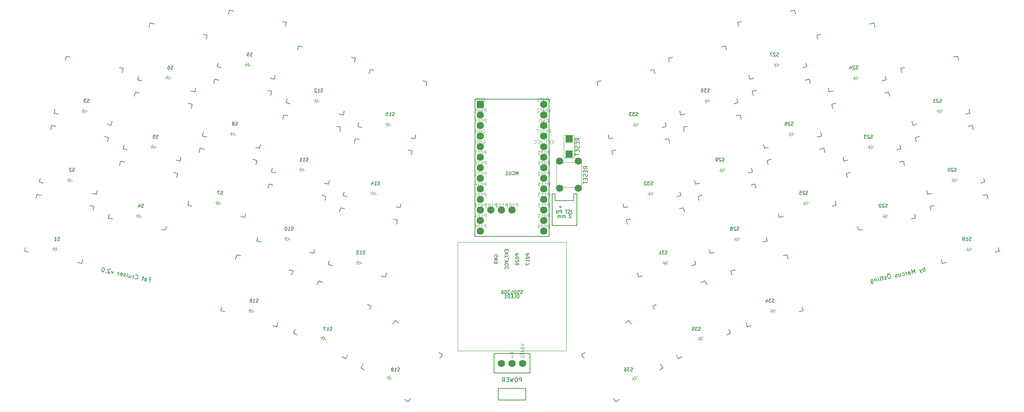
<source format=gbr>
%TF.GenerationSoftware,KiCad,Pcbnew,8.0.1*%
%TF.CreationDate,2025-12-13T21:48:51+01:00*%
%TF.ProjectId,fat_cruiser,6661745f-6372-4756-9973-65722e6b6963,v2.0.0*%
%TF.SameCoordinates,Original*%
%TF.FileFunction,Legend,Bot*%
%TF.FilePolarity,Positive*%
%FSLAX46Y46*%
G04 Gerber Fmt 4.6, Leading zero omitted, Abs format (unit mm)*
G04 Created by KiCad (PCBNEW 8.0.1) date 2025-12-13 21:48:51*
%MOMM*%
%LPD*%
G01*
G04 APERTURE LIST*
%ADD10C,0.150000*%
%ADD11C,0.100000*%
%ADD12R,1.752600X1.752600*%
%ADD13C,1.752600*%
%ADD14R,1.800000X1.800000*%
G04 APERTURE END LIST*
D10*
X46142341Y-105882524D02*
X46028055Y-105920619D01*
X46028055Y-105920619D02*
X45837579Y-105920619D01*
X45837579Y-105920619D02*
X45761388Y-105882524D01*
X45761388Y-105882524D02*
X45723293Y-105844428D01*
X45723293Y-105844428D02*
X45685198Y-105768238D01*
X45685198Y-105768238D02*
X45685198Y-105692047D01*
X45685198Y-105692047D02*
X45723293Y-105615857D01*
X45723293Y-105615857D02*
X45761388Y-105577762D01*
X45761388Y-105577762D02*
X45837579Y-105539666D01*
X45837579Y-105539666D02*
X45989960Y-105501571D01*
X45989960Y-105501571D02*
X46066150Y-105463476D01*
X46066150Y-105463476D02*
X46104245Y-105425381D01*
X46104245Y-105425381D02*
X46142341Y-105349190D01*
X46142341Y-105349190D02*
X46142341Y-105273000D01*
X46142341Y-105273000D02*
X46104245Y-105196809D01*
X46104245Y-105196809D02*
X46066150Y-105158714D01*
X46066150Y-105158714D02*
X45989960Y-105120619D01*
X45989960Y-105120619D02*
X45799483Y-105120619D01*
X45799483Y-105120619D02*
X45685198Y-105158714D01*
X44923293Y-105920619D02*
X45380436Y-105920619D01*
X45151864Y-105920619D02*
X45151864Y-105120619D01*
X45151864Y-105120619D02*
X45228055Y-105234904D01*
X45228055Y-105234904D02*
X45304245Y-105311095D01*
X45304245Y-105311095D02*
X45380436Y-105349190D01*
X49676835Y-89254018D02*
X49562549Y-89292113D01*
X49562549Y-89292113D02*
X49372073Y-89292113D01*
X49372073Y-89292113D02*
X49295882Y-89254018D01*
X49295882Y-89254018D02*
X49257787Y-89215922D01*
X49257787Y-89215922D02*
X49219692Y-89139732D01*
X49219692Y-89139732D02*
X49219692Y-89063541D01*
X49219692Y-89063541D02*
X49257787Y-88987351D01*
X49257787Y-88987351D02*
X49295882Y-88949256D01*
X49295882Y-88949256D02*
X49372073Y-88911160D01*
X49372073Y-88911160D02*
X49524454Y-88873065D01*
X49524454Y-88873065D02*
X49600644Y-88834970D01*
X49600644Y-88834970D02*
X49638739Y-88796875D01*
X49638739Y-88796875D02*
X49676835Y-88720684D01*
X49676835Y-88720684D02*
X49676835Y-88644494D01*
X49676835Y-88644494D02*
X49638739Y-88568303D01*
X49638739Y-88568303D02*
X49600644Y-88530208D01*
X49600644Y-88530208D02*
X49524454Y-88492113D01*
X49524454Y-88492113D02*
X49333977Y-88492113D01*
X49333977Y-88492113D02*
X49219692Y-88530208D01*
X48914930Y-88568303D02*
X48876834Y-88530208D01*
X48876834Y-88530208D02*
X48800644Y-88492113D01*
X48800644Y-88492113D02*
X48610168Y-88492113D01*
X48610168Y-88492113D02*
X48533977Y-88530208D01*
X48533977Y-88530208D02*
X48495882Y-88568303D01*
X48495882Y-88568303D02*
X48457787Y-88644494D01*
X48457787Y-88644494D02*
X48457787Y-88720684D01*
X48457787Y-88720684D02*
X48495882Y-88834970D01*
X48495882Y-88834970D02*
X48953025Y-89292113D01*
X48953025Y-89292113D02*
X48457787Y-89292113D01*
X53211337Y-72625509D02*
X53097051Y-72663604D01*
X53097051Y-72663604D02*
X52906575Y-72663604D01*
X52906575Y-72663604D02*
X52830384Y-72625509D01*
X52830384Y-72625509D02*
X52792289Y-72587413D01*
X52792289Y-72587413D02*
X52754194Y-72511223D01*
X52754194Y-72511223D02*
X52754194Y-72435032D01*
X52754194Y-72435032D02*
X52792289Y-72358842D01*
X52792289Y-72358842D02*
X52830384Y-72320747D01*
X52830384Y-72320747D02*
X52906575Y-72282651D01*
X52906575Y-72282651D02*
X53058956Y-72244556D01*
X53058956Y-72244556D02*
X53135146Y-72206461D01*
X53135146Y-72206461D02*
X53173241Y-72168366D01*
X53173241Y-72168366D02*
X53211337Y-72092175D01*
X53211337Y-72092175D02*
X53211337Y-72015985D01*
X53211337Y-72015985D02*
X53173241Y-71939794D01*
X53173241Y-71939794D02*
X53135146Y-71901699D01*
X53135146Y-71901699D02*
X53058956Y-71863604D01*
X53058956Y-71863604D02*
X52868479Y-71863604D01*
X52868479Y-71863604D02*
X52754194Y-71901699D01*
X52487527Y-71863604D02*
X51992289Y-71863604D01*
X51992289Y-71863604D02*
X52258955Y-72168366D01*
X52258955Y-72168366D02*
X52144670Y-72168366D01*
X52144670Y-72168366D02*
X52068479Y-72206461D01*
X52068479Y-72206461D02*
X52030384Y-72244556D01*
X52030384Y-72244556D02*
X51992289Y-72320747D01*
X51992289Y-72320747D02*
X51992289Y-72511223D01*
X51992289Y-72511223D02*
X52030384Y-72587413D01*
X52030384Y-72587413D02*
X52068479Y-72625509D01*
X52068479Y-72625509D02*
X52144670Y-72663604D01*
X52144670Y-72663604D02*
X52373241Y-72663604D01*
X52373241Y-72663604D02*
X52449432Y-72625509D01*
X52449432Y-72625509D02*
X52487527Y-72587413D01*
X66243936Y-97887166D02*
X66129650Y-97925261D01*
X66129650Y-97925261D02*
X65939174Y-97925261D01*
X65939174Y-97925261D02*
X65862983Y-97887166D01*
X65862983Y-97887166D02*
X65824888Y-97849070D01*
X65824888Y-97849070D02*
X65786793Y-97772880D01*
X65786793Y-97772880D02*
X65786793Y-97696689D01*
X65786793Y-97696689D02*
X65824888Y-97620499D01*
X65824888Y-97620499D02*
X65862983Y-97582404D01*
X65862983Y-97582404D02*
X65939174Y-97544308D01*
X65939174Y-97544308D02*
X66091555Y-97506213D01*
X66091555Y-97506213D02*
X66167745Y-97468118D01*
X66167745Y-97468118D02*
X66205840Y-97430023D01*
X66205840Y-97430023D02*
X66243936Y-97353832D01*
X66243936Y-97353832D02*
X66243936Y-97277642D01*
X66243936Y-97277642D02*
X66205840Y-97201451D01*
X66205840Y-97201451D02*
X66167745Y-97163356D01*
X66167745Y-97163356D02*
X66091555Y-97125261D01*
X66091555Y-97125261D02*
X65901078Y-97125261D01*
X65901078Y-97125261D02*
X65786793Y-97163356D01*
X65101078Y-97391927D02*
X65101078Y-97925261D01*
X65291554Y-97087166D02*
X65482031Y-97658594D01*
X65482031Y-97658594D02*
X64986792Y-97658594D01*
X69778434Y-81258656D02*
X69664148Y-81296751D01*
X69664148Y-81296751D02*
X69473672Y-81296751D01*
X69473672Y-81296751D02*
X69397481Y-81258656D01*
X69397481Y-81258656D02*
X69359386Y-81220560D01*
X69359386Y-81220560D02*
X69321291Y-81144370D01*
X69321291Y-81144370D02*
X69321291Y-81068179D01*
X69321291Y-81068179D02*
X69359386Y-80991989D01*
X69359386Y-80991989D02*
X69397481Y-80953894D01*
X69397481Y-80953894D02*
X69473672Y-80915798D01*
X69473672Y-80915798D02*
X69626053Y-80877703D01*
X69626053Y-80877703D02*
X69702243Y-80839608D01*
X69702243Y-80839608D02*
X69740338Y-80801513D01*
X69740338Y-80801513D02*
X69778434Y-80725322D01*
X69778434Y-80725322D02*
X69778434Y-80649132D01*
X69778434Y-80649132D02*
X69740338Y-80572941D01*
X69740338Y-80572941D02*
X69702243Y-80534846D01*
X69702243Y-80534846D02*
X69626053Y-80496751D01*
X69626053Y-80496751D02*
X69435576Y-80496751D01*
X69435576Y-80496751D02*
X69321291Y-80534846D01*
X68597481Y-80496751D02*
X68978433Y-80496751D01*
X68978433Y-80496751D02*
X69016529Y-80877703D01*
X69016529Y-80877703D02*
X68978433Y-80839608D01*
X68978433Y-80839608D02*
X68902243Y-80801513D01*
X68902243Y-80801513D02*
X68711767Y-80801513D01*
X68711767Y-80801513D02*
X68635576Y-80839608D01*
X68635576Y-80839608D02*
X68597481Y-80877703D01*
X68597481Y-80877703D02*
X68559386Y-80953894D01*
X68559386Y-80953894D02*
X68559386Y-81144370D01*
X68559386Y-81144370D02*
X68597481Y-81220560D01*
X68597481Y-81220560D02*
X68635576Y-81258656D01*
X68635576Y-81258656D02*
X68711767Y-81296751D01*
X68711767Y-81296751D02*
X68902243Y-81296751D01*
X68902243Y-81296751D02*
X68978433Y-81258656D01*
X68978433Y-81258656D02*
X69016529Y-81220560D01*
X73312932Y-64630146D02*
X73198646Y-64668241D01*
X73198646Y-64668241D02*
X73008170Y-64668241D01*
X73008170Y-64668241D02*
X72931979Y-64630146D01*
X72931979Y-64630146D02*
X72893884Y-64592050D01*
X72893884Y-64592050D02*
X72855789Y-64515860D01*
X72855789Y-64515860D02*
X72855789Y-64439669D01*
X72855789Y-64439669D02*
X72893884Y-64363479D01*
X72893884Y-64363479D02*
X72931979Y-64325384D01*
X72931979Y-64325384D02*
X73008170Y-64287288D01*
X73008170Y-64287288D02*
X73160551Y-64249193D01*
X73160551Y-64249193D02*
X73236741Y-64211098D01*
X73236741Y-64211098D02*
X73274836Y-64173003D01*
X73274836Y-64173003D02*
X73312932Y-64096812D01*
X73312932Y-64096812D02*
X73312932Y-64020622D01*
X73312932Y-64020622D02*
X73274836Y-63944431D01*
X73274836Y-63944431D02*
X73236741Y-63906336D01*
X73236741Y-63906336D02*
X73160551Y-63868241D01*
X73160551Y-63868241D02*
X72970074Y-63868241D01*
X72970074Y-63868241D02*
X72855789Y-63906336D01*
X72170074Y-63868241D02*
X72322455Y-63868241D01*
X72322455Y-63868241D02*
X72398646Y-63906336D01*
X72398646Y-63906336D02*
X72436741Y-63944431D01*
X72436741Y-63944431D02*
X72512931Y-64058717D01*
X72512931Y-64058717D02*
X72551027Y-64211098D01*
X72551027Y-64211098D02*
X72551027Y-64515860D01*
X72551027Y-64515860D02*
X72512931Y-64592050D01*
X72512931Y-64592050D02*
X72474836Y-64630146D01*
X72474836Y-64630146D02*
X72398646Y-64668241D01*
X72398646Y-64668241D02*
X72246265Y-64668241D01*
X72246265Y-64668241D02*
X72170074Y-64630146D01*
X72170074Y-64630146D02*
X72131979Y-64592050D01*
X72131979Y-64592050D02*
X72093884Y-64515860D01*
X72093884Y-64515860D02*
X72093884Y-64325384D01*
X72093884Y-64325384D02*
X72131979Y-64249193D01*
X72131979Y-64249193D02*
X72170074Y-64211098D01*
X72170074Y-64211098D02*
X72246265Y-64173003D01*
X72246265Y-64173003D02*
X72398646Y-64173003D01*
X72398646Y-64173003D02*
X72474836Y-64211098D01*
X72474836Y-64211098D02*
X72512931Y-64249193D01*
X72512931Y-64249193D02*
X72551027Y-64325384D01*
X85305973Y-94782542D02*
X85191687Y-94820637D01*
X85191687Y-94820637D02*
X85001211Y-94820637D01*
X85001211Y-94820637D02*
X84925020Y-94782542D01*
X84925020Y-94782542D02*
X84886925Y-94744446D01*
X84886925Y-94744446D02*
X84848830Y-94668256D01*
X84848830Y-94668256D02*
X84848830Y-94592065D01*
X84848830Y-94592065D02*
X84886925Y-94515875D01*
X84886925Y-94515875D02*
X84925020Y-94477780D01*
X84925020Y-94477780D02*
X85001211Y-94439684D01*
X85001211Y-94439684D02*
X85153592Y-94401589D01*
X85153592Y-94401589D02*
X85229782Y-94363494D01*
X85229782Y-94363494D02*
X85267877Y-94325399D01*
X85267877Y-94325399D02*
X85305973Y-94249208D01*
X85305973Y-94249208D02*
X85305973Y-94173018D01*
X85305973Y-94173018D02*
X85267877Y-94096827D01*
X85267877Y-94096827D02*
X85229782Y-94058732D01*
X85229782Y-94058732D02*
X85153592Y-94020637D01*
X85153592Y-94020637D02*
X84963115Y-94020637D01*
X84963115Y-94020637D02*
X84848830Y-94058732D01*
X84582163Y-94020637D02*
X84048829Y-94020637D01*
X84048829Y-94020637D02*
X84391687Y-94820637D01*
X88840474Y-78154034D02*
X88726188Y-78192129D01*
X88726188Y-78192129D02*
X88535712Y-78192129D01*
X88535712Y-78192129D02*
X88459521Y-78154034D01*
X88459521Y-78154034D02*
X88421426Y-78115938D01*
X88421426Y-78115938D02*
X88383331Y-78039748D01*
X88383331Y-78039748D02*
X88383331Y-77963557D01*
X88383331Y-77963557D02*
X88421426Y-77887367D01*
X88421426Y-77887367D02*
X88459521Y-77849272D01*
X88459521Y-77849272D02*
X88535712Y-77811176D01*
X88535712Y-77811176D02*
X88688093Y-77773081D01*
X88688093Y-77773081D02*
X88764283Y-77734986D01*
X88764283Y-77734986D02*
X88802378Y-77696891D01*
X88802378Y-77696891D02*
X88840474Y-77620700D01*
X88840474Y-77620700D02*
X88840474Y-77544510D01*
X88840474Y-77544510D02*
X88802378Y-77468319D01*
X88802378Y-77468319D02*
X88764283Y-77430224D01*
X88764283Y-77430224D02*
X88688093Y-77392129D01*
X88688093Y-77392129D02*
X88497616Y-77392129D01*
X88497616Y-77392129D02*
X88383331Y-77430224D01*
X87926188Y-77734986D02*
X88002378Y-77696891D01*
X88002378Y-77696891D02*
X88040473Y-77658795D01*
X88040473Y-77658795D02*
X88078569Y-77582605D01*
X88078569Y-77582605D02*
X88078569Y-77544510D01*
X88078569Y-77544510D02*
X88040473Y-77468319D01*
X88040473Y-77468319D02*
X88002378Y-77430224D01*
X88002378Y-77430224D02*
X87926188Y-77392129D01*
X87926188Y-77392129D02*
X87773807Y-77392129D01*
X87773807Y-77392129D02*
X87697616Y-77430224D01*
X87697616Y-77430224D02*
X87659521Y-77468319D01*
X87659521Y-77468319D02*
X87621426Y-77544510D01*
X87621426Y-77544510D02*
X87621426Y-77582605D01*
X87621426Y-77582605D02*
X87659521Y-77658795D01*
X87659521Y-77658795D02*
X87697616Y-77696891D01*
X87697616Y-77696891D02*
X87773807Y-77734986D01*
X87773807Y-77734986D02*
X87926188Y-77734986D01*
X87926188Y-77734986D02*
X88002378Y-77773081D01*
X88002378Y-77773081D02*
X88040473Y-77811176D01*
X88040473Y-77811176D02*
X88078569Y-77887367D01*
X88078569Y-77887367D02*
X88078569Y-78039748D01*
X88078569Y-78039748D02*
X88040473Y-78115938D01*
X88040473Y-78115938D02*
X88002378Y-78154034D01*
X88002378Y-78154034D02*
X87926188Y-78192129D01*
X87926188Y-78192129D02*
X87773807Y-78192129D01*
X87773807Y-78192129D02*
X87697616Y-78154034D01*
X87697616Y-78154034D02*
X87659521Y-78115938D01*
X87659521Y-78115938D02*
X87621426Y-78039748D01*
X87621426Y-78039748D02*
X87621426Y-77887367D01*
X87621426Y-77887367D02*
X87659521Y-77811176D01*
X87659521Y-77811176D02*
X87697616Y-77773081D01*
X87697616Y-77773081D02*
X87773807Y-77734986D01*
X92374973Y-61525525D02*
X92260687Y-61563620D01*
X92260687Y-61563620D02*
X92070211Y-61563620D01*
X92070211Y-61563620D02*
X91994020Y-61525525D01*
X91994020Y-61525525D02*
X91955925Y-61487429D01*
X91955925Y-61487429D02*
X91917830Y-61411239D01*
X91917830Y-61411239D02*
X91917830Y-61335048D01*
X91917830Y-61335048D02*
X91955925Y-61258858D01*
X91955925Y-61258858D02*
X91994020Y-61220763D01*
X91994020Y-61220763D02*
X92070211Y-61182667D01*
X92070211Y-61182667D02*
X92222592Y-61144572D01*
X92222592Y-61144572D02*
X92298782Y-61106477D01*
X92298782Y-61106477D02*
X92336877Y-61068382D01*
X92336877Y-61068382D02*
X92374973Y-60992191D01*
X92374973Y-60992191D02*
X92374973Y-60916001D01*
X92374973Y-60916001D02*
X92336877Y-60839810D01*
X92336877Y-60839810D02*
X92298782Y-60801715D01*
X92298782Y-60801715D02*
X92222592Y-60763620D01*
X92222592Y-60763620D02*
X92032115Y-60763620D01*
X92032115Y-60763620D02*
X91917830Y-60801715D01*
X91536877Y-61563620D02*
X91384496Y-61563620D01*
X91384496Y-61563620D02*
X91308306Y-61525525D01*
X91308306Y-61525525D02*
X91270210Y-61487429D01*
X91270210Y-61487429D02*
X91194020Y-61373144D01*
X91194020Y-61373144D02*
X91155925Y-61220763D01*
X91155925Y-61220763D02*
X91155925Y-60916001D01*
X91155925Y-60916001D02*
X91194020Y-60839810D01*
X91194020Y-60839810D02*
X91232115Y-60801715D01*
X91232115Y-60801715D02*
X91308306Y-60763620D01*
X91308306Y-60763620D02*
X91460687Y-60763620D01*
X91460687Y-60763620D02*
X91536877Y-60801715D01*
X91536877Y-60801715D02*
X91574972Y-60839810D01*
X91574972Y-60839810D02*
X91613068Y-60916001D01*
X91613068Y-60916001D02*
X91613068Y-61106477D01*
X91613068Y-61106477D02*
X91574972Y-61182667D01*
X91574972Y-61182667D02*
X91536877Y-61220763D01*
X91536877Y-61220763D02*
X91460687Y-61258858D01*
X91460687Y-61258858D02*
X91308306Y-61258858D01*
X91308306Y-61258858D02*
X91232115Y-61220763D01*
X91232115Y-61220763D02*
X91194020Y-61182667D01*
X91194020Y-61182667D02*
X91155925Y-61106477D01*
X102254023Y-103415691D02*
X102139737Y-103453786D01*
X102139737Y-103453786D02*
X101949261Y-103453786D01*
X101949261Y-103453786D02*
X101873070Y-103415691D01*
X101873070Y-103415691D02*
X101834975Y-103377595D01*
X101834975Y-103377595D02*
X101796880Y-103301405D01*
X101796880Y-103301405D02*
X101796880Y-103225214D01*
X101796880Y-103225214D02*
X101834975Y-103149024D01*
X101834975Y-103149024D02*
X101873070Y-103110929D01*
X101873070Y-103110929D02*
X101949261Y-103072833D01*
X101949261Y-103072833D02*
X102101642Y-103034738D01*
X102101642Y-103034738D02*
X102177832Y-102996643D01*
X102177832Y-102996643D02*
X102215927Y-102958548D01*
X102215927Y-102958548D02*
X102254023Y-102882357D01*
X102254023Y-102882357D02*
X102254023Y-102806167D01*
X102254023Y-102806167D02*
X102215927Y-102729976D01*
X102215927Y-102729976D02*
X102177832Y-102691881D01*
X102177832Y-102691881D02*
X102101642Y-102653786D01*
X102101642Y-102653786D02*
X101911165Y-102653786D01*
X101911165Y-102653786D02*
X101796880Y-102691881D01*
X101034975Y-103453786D02*
X101492118Y-103453786D01*
X101263546Y-103453786D02*
X101263546Y-102653786D01*
X101263546Y-102653786D02*
X101339737Y-102768071D01*
X101339737Y-102768071D02*
X101415927Y-102844262D01*
X101415927Y-102844262D02*
X101492118Y-102882357D01*
X100539736Y-102653786D02*
X100463546Y-102653786D01*
X100463546Y-102653786D02*
X100387355Y-102691881D01*
X100387355Y-102691881D02*
X100349260Y-102729976D01*
X100349260Y-102729976D02*
X100311165Y-102806167D01*
X100311165Y-102806167D02*
X100273070Y-102958548D01*
X100273070Y-102958548D02*
X100273070Y-103149024D01*
X100273070Y-103149024D02*
X100311165Y-103301405D01*
X100311165Y-103301405D02*
X100349260Y-103377595D01*
X100349260Y-103377595D02*
X100387355Y-103415691D01*
X100387355Y-103415691D02*
X100463546Y-103453786D01*
X100463546Y-103453786D02*
X100539736Y-103453786D01*
X100539736Y-103453786D02*
X100615927Y-103415691D01*
X100615927Y-103415691D02*
X100654022Y-103377595D01*
X100654022Y-103377595D02*
X100692117Y-103301405D01*
X100692117Y-103301405D02*
X100730213Y-103149024D01*
X100730213Y-103149024D02*
X100730213Y-102958548D01*
X100730213Y-102958548D02*
X100692117Y-102806167D01*
X100692117Y-102806167D02*
X100654022Y-102729976D01*
X100654022Y-102729976D02*
X100615927Y-102691881D01*
X100615927Y-102691881D02*
X100539736Y-102653786D01*
X105788519Y-86787183D02*
X105674233Y-86825278D01*
X105674233Y-86825278D02*
X105483757Y-86825278D01*
X105483757Y-86825278D02*
X105407566Y-86787183D01*
X105407566Y-86787183D02*
X105369471Y-86749087D01*
X105369471Y-86749087D02*
X105331376Y-86672897D01*
X105331376Y-86672897D02*
X105331376Y-86596706D01*
X105331376Y-86596706D02*
X105369471Y-86520516D01*
X105369471Y-86520516D02*
X105407566Y-86482421D01*
X105407566Y-86482421D02*
X105483757Y-86444325D01*
X105483757Y-86444325D02*
X105636138Y-86406230D01*
X105636138Y-86406230D02*
X105712328Y-86368135D01*
X105712328Y-86368135D02*
X105750423Y-86330040D01*
X105750423Y-86330040D02*
X105788519Y-86253849D01*
X105788519Y-86253849D02*
X105788519Y-86177659D01*
X105788519Y-86177659D02*
X105750423Y-86101468D01*
X105750423Y-86101468D02*
X105712328Y-86063373D01*
X105712328Y-86063373D02*
X105636138Y-86025278D01*
X105636138Y-86025278D02*
X105445661Y-86025278D01*
X105445661Y-86025278D02*
X105331376Y-86063373D01*
X104569471Y-86825278D02*
X105026614Y-86825278D01*
X104798042Y-86825278D02*
X104798042Y-86025278D01*
X104798042Y-86025278D02*
X104874233Y-86139563D01*
X104874233Y-86139563D02*
X104950423Y-86215754D01*
X104950423Y-86215754D02*
X105026614Y-86253849D01*
X103807566Y-86825278D02*
X104264709Y-86825278D01*
X104036137Y-86825278D02*
X104036137Y-86025278D01*
X104036137Y-86025278D02*
X104112328Y-86139563D01*
X104112328Y-86139563D02*
X104188518Y-86215754D01*
X104188518Y-86215754D02*
X104264709Y-86253849D01*
X109323023Y-70158673D02*
X109208737Y-70196768D01*
X109208737Y-70196768D02*
X109018261Y-70196768D01*
X109018261Y-70196768D02*
X108942070Y-70158673D01*
X108942070Y-70158673D02*
X108903975Y-70120577D01*
X108903975Y-70120577D02*
X108865880Y-70044387D01*
X108865880Y-70044387D02*
X108865880Y-69968196D01*
X108865880Y-69968196D02*
X108903975Y-69892006D01*
X108903975Y-69892006D02*
X108942070Y-69853911D01*
X108942070Y-69853911D02*
X109018261Y-69815815D01*
X109018261Y-69815815D02*
X109170642Y-69777720D01*
X109170642Y-69777720D02*
X109246832Y-69739625D01*
X109246832Y-69739625D02*
X109284927Y-69701530D01*
X109284927Y-69701530D02*
X109323023Y-69625339D01*
X109323023Y-69625339D02*
X109323023Y-69549149D01*
X109323023Y-69549149D02*
X109284927Y-69472958D01*
X109284927Y-69472958D02*
X109246832Y-69434863D01*
X109246832Y-69434863D02*
X109170642Y-69396768D01*
X109170642Y-69396768D02*
X108980165Y-69396768D01*
X108980165Y-69396768D02*
X108865880Y-69434863D01*
X108103975Y-70196768D02*
X108561118Y-70196768D01*
X108332546Y-70196768D02*
X108332546Y-69396768D01*
X108332546Y-69396768D02*
X108408737Y-69511053D01*
X108408737Y-69511053D02*
X108484927Y-69587244D01*
X108484927Y-69587244D02*
X108561118Y-69625339D01*
X107799213Y-69472958D02*
X107761117Y-69434863D01*
X107761117Y-69434863D02*
X107684927Y-69396768D01*
X107684927Y-69396768D02*
X107494451Y-69396768D01*
X107494451Y-69396768D02*
X107418260Y-69434863D01*
X107418260Y-69434863D02*
X107380165Y-69472958D01*
X107380165Y-69472958D02*
X107342070Y-69549149D01*
X107342070Y-69549149D02*
X107342070Y-69625339D01*
X107342070Y-69625339D02*
X107380165Y-69739625D01*
X107380165Y-69739625D02*
X107837308Y-70196768D01*
X107837308Y-70196768D02*
X107342070Y-70196768D01*
X119444859Y-109114397D02*
X119330573Y-109152492D01*
X119330573Y-109152492D02*
X119140097Y-109152492D01*
X119140097Y-109152492D02*
X119063906Y-109114397D01*
X119063906Y-109114397D02*
X119025811Y-109076301D01*
X119025811Y-109076301D02*
X118987716Y-109000111D01*
X118987716Y-109000111D02*
X118987716Y-108923920D01*
X118987716Y-108923920D02*
X119025811Y-108847730D01*
X119025811Y-108847730D02*
X119063906Y-108809635D01*
X119063906Y-108809635D02*
X119140097Y-108771539D01*
X119140097Y-108771539D02*
X119292478Y-108733444D01*
X119292478Y-108733444D02*
X119368668Y-108695349D01*
X119368668Y-108695349D02*
X119406763Y-108657254D01*
X119406763Y-108657254D02*
X119444859Y-108581063D01*
X119444859Y-108581063D02*
X119444859Y-108504873D01*
X119444859Y-108504873D02*
X119406763Y-108428682D01*
X119406763Y-108428682D02*
X119368668Y-108390587D01*
X119368668Y-108390587D02*
X119292478Y-108352492D01*
X119292478Y-108352492D02*
X119102001Y-108352492D01*
X119102001Y-108352492D02*
X118987716Y-108390587D01*
X118225811Y-109152492D02*
X118682954Y-109152492D01*
X118454382Y-109152492D02*
X118454382Y-108352492D01*
X118454382Y-108352492D02*
X118530573Y-108466777D01*
X118530573Y-108466777D02*
X118606763Y-108542968D01*
X118606763Y-108542968D02*
X118682954Y-108581063D01*
X117959144Y-108352492D02*
X117463906Y-108352492D01*
X117463906Y-108352492D02*
X117730572Y-108657254D01*
X117730572Y-108657254D02*
X117616287Y-108657254D01*
X117616287Y-108657254D02*
X117540096Y-108695349D01*
X117540096Y-108695349D02*
X117502001Y-108733444D01*
X117502001Y-108733444D02*
X117463906Y-108809635D01*
X117463906Y-108809635D02*
X117463906Y-109000111D01*
X117463906Y-109000111D02*
X117502001Y-109076301D01*
X117502001Y-109076301D02*
X117540096Y-109114397D01*
X117540096Y-109114397D02*
X117616287Y-109152492D01*
X117616287Y-109152492D02*
X117844858Y-109152492D01*
X117844858Y-109152492D02*
X117921049Y-109114397D01*
X117921049Y-109114397D02*
X117959144Y-109076301D01*
X122979358Y-92485888D02*
X122865072Y-92523983D01*
X122865072Y-92523983D02*
X122674596Y-92523983D01*
X122674596Y-92523983D02*
X122598405Y-92485888D01*
X122598405Y-92485888D02*
X122560310Y-92447792D01*
X122560310Y-92447792D02*
X122522215Y-92371602D01*
X122522215Y-92371602D02*
X122522215Y-92295411D01*
X122522215Y-92295411D02*
X122560310Y-92219221D01*
X122560310Y-92219221D02*
X122598405Y-92181126D01*
X122598405Y-92181126D02*
X122674596Y-92143030D01*
X122674596Y-92143030D02*
X122826977Y-92104935D01*
X122826977Y-92104935D02*
X122903167Y-92066840D01*
X122903167Y-92066840D02*
X122941262Y-92028745D01*
X122941262Y-92028745D02*
X122979358Y-91952554D01*
X122979358Y-91952554D02*
X122979358Y-91876364D01*
X122979358Y-91876364D02*
X122941262Y-91800173D01*
X122941262Y-91800173D02*
X122903167Y-91762078D01*
X122903167Y-91762078D02*
X122826977Y-91723983D01*
X122826977Y-91723983D02*
X122636500Y-91723983D01*
X122636500Y-91723983D02*
X122522215Y-91762078D01*
X121760310Y-92523983D02*
X122217453Y-92523983D01*
X121988881Y-92523983D02*
X121988881Y-91723983D01*
X121988881Y-91723983D02*
X122065072Y-91838268D01*
X122065072Y-91838268D02*
X122141262Y-91914459D01*
X122141262Y-91914459D02*
X122217453Y-91952554D01*
X121074595Y-91990649D02*
X121074595Y-92523983D01*
X121265071Y-91685888D02*
X121455548Y-92257316D01*
X121455548Y-92257316D02*
X120960309Y-92257316D01*
X126513855Y-75857378D02*
X126399569Y-75895473D01*
X126399569Y-75895473D02*
X126209093Y-75895473D01*
X126209093Y-75895473D02*
X126132902Y-75857378D01*
X126132902Y-75857378D02*
X126094807Y-75819282D01*
X126094807Y-75819282D02*
X126056712Y-75743092D01*
X126056712Y-75743092D02*
X126056712Y-75666901D01*
X126056712Y-75666901D02*
X126094807Y-75590711D01*
X126094807Y-75590711D02*
X126132902Y-75552616D01*
X126132902Y-75552616D02*
X126209093Y-75514520D01*
X126209093Y-75514520D02*
X126361474Y-75476425D01*
X126361474Y-75476425D02*
X126437664Y-75438330D01*
X126437664Y-75438330D02*
X126475759Y-75400235D01*
X126475759Y-75400235D02*
X126513855Y-75324044D01*
X126513855Y-75324044D02*
X126513855Y-75247854D01*
X126513855Y-75247854D02*
X126475759Y-75171663D01*
X126475759Y-75171663D02*
X126437664Y-75133568D01*
X126437664Y-75133568D02*
X126361474Y-75095473D01*
X126361474Y-75095473D02*
X126170997Y-75095473D01*
X126170997Y-75095473D02*
X126056712Y-75133568D01*
X125294807Y-75895473D02*
X125751950Y-75895473D01*
X125523378Y-75895473D02*
X125523378Y-75095473D01*
X125523378Y-75095473D02*
X125599569Y-75209758D01*
X125599569Y-75209758D02*
X125675759Y-75285949D01*
X125675759Y-75285949D02*
X125751950Y-75324044D01*
X124570997Y-75095473D02*
X124951949Y-75095473D01*
X124951949Y-75095473D02*
X124990045Y-75476425D01*
X124990045Y-75476425D02*
X124951949Y-75438330D01*
X124951949Y-75438330D02*
X124875759Y-75400235D01*
X124875759Y-75400235D02*
X124685283Y-75400235D01*
X124685283Y-75400235D02*
X124609092Y-75438330D01*
X124609092Y-75438330D02*
X124570997Y-75476425D01*
X124570997Y-75476425D02*
X124532902Y-75552616D01*
X124532902Y-75552616D02*
X124532902Y-75743092D01*
X124532902Y-75743092D02*
X124570997Y-75819282D01*
X124570997Y-75819282D02*
X124609092Y-75857378D01*
X124609092Y-75857378D02*
X124685283Y-75895473D01*
X124685283Y-75895473D02*
X124875759Y-75895473D01*
X124875759Y-75895473D02*
X124951949Y-75857378D01*
X124951949Y-75857378D02*
X124990045Y-75819282D01*
X93795100Y-120729233D02*
X93680814Y-120767328D01*
X93680814Y-120767328D02*
X93490338Y-120767328D01*
X93490338Y-120767328D02*
X93414147Y-120729233D01*
X93414147Y-120729233D02*
X93376052Y-120691137D01*
X93376052Y-120691137D02*
X93337957Y-120614947D01*
X93337957Y-120614947D02*
X93337957Y-120538756D01*
X93337957Y-120538756D02*
X93376052Y-120462566D01*
X93376052Y-120462566D02*
X93414147Y-120424471D01*
X93414147Y-120424471D02*
X93490338Y-120386375D01*
X93490338Y-120386375D02*
X93642719Y-120348280D01*
X93642719Y-120348280D02*
X93718909Y-120310185D01*
X93718909Y-120310185D02*
X93757004Y-120272090D01*
X93757004Y-120272090D02*
X93795100Y-120195899D01*
X93795100Y-120195899D02*
X93795100Y-120119709D01*
X93795100Y-120119709D02*
X93757004Y-120043518D01*
X93757004Y-120043518D02*
X93718909Y-120005423D01*
X93718909Y-120005423D02*
X93642719Y-119967328D01*
X93642719Y-119967328D02*
X93452242Y-119967328D01*
X93452242Y-119967328D02*
X93337957Y-120005423D01*
X92576052Y-120767328D02*
X93033195Y-120767328D01*
X92804623Y-120767328D02*
X92804623Y-119967328D01*
X92804623Y-119967328D02*
X92880814Y-120081613D01*
X92880814Y-120081613D02*
X92957004Y-120157804D01*
X92957004Y-120157804D02*
X93033195Y-120195899D01*
X91890337Y-119967328D02*
X92042718Y-119967328D01*
X92042718Y-119967328D02*
X92118909Y-120005423D01*
X92118909Y-120005423D02*
X92157004Y-120043518D01*
X92157004Y-120043518D02*
X92233194Y-120157804D01*
X92233194Y-120157804D02*
X92271290Y-120310185D01*
X92271290Y-120310185D02*
X92271290Y-120614947D01*
X92271290Y-120614947D02*
X92233194Y-120691137D01*
X92233194Y-120691137D02*
X92195099Y-120729233D01*
X92195099Y-120729233D02*
X92118909Y-120767328D01*
X92118909Y-120767328D02*
X91966528Y-120767328D01*
X91966528Y-120767328D02*
X91890337Y-120729233D01*
X91890337Y-120729233D02*
X91852242Y-120691137D01*
X91852242Y-120691137D02*
X91814147Y-120614947D01*
X91814147Y-120614947D02*
X91814147Y-120424471D01*
X91814147Y-120424471D02*
X91852242Y-120348280D01*
X91852242Y-120348280D02*
X91890337Y-120310185D01*
X91890337Y-120310185D02*
X91966528Y-120272090D01*
X91966528Y-120272090D02*
X92118909Y-120272090D01*
X92118909Y-120272090D02*
X92195099Y-120310185D01*
X92195099Y-120310185D02*
X92233194Y-120348280D01*
X92233194Y-120348280D02*
X92271290Y-120424471D01*
X111512003Y-127530117D02*
X111397717Y-127568212D01*
X111397717Y-127568212D02*
X111207241Y-127568212D01*
X111207241Y-127568212D02*
X111131050Y-127530117D01*
X111131050Y-127530117D02*
X111092955Y-127492021D01*
X111092955Y-127492021D02*
X111054860Y-127415831D01*
X111054860Y-127415831D02*
X111054860Y-127339640D01*
X111054860Y-127339640D02*
X111092955Y-127263450D01*
X111092955Y-127263450D02*
X111131050Y-127225355D01*
X111131050Y-127225355D02*
X111207241Y-127187259D01*
X111207241Y-127187259D02*
X111359622Y-127149164D01*
X111359622Y-127149164D02*
X111435812Y-127111069D01*
X111435812Y-127111069D02*
X111473907Y-127072974D01*
X111473907Y-127072974D02*
X111512003Y-126996783D01*
X111512003Y-126996783D02*
X111512003Y-126920593D01*
X111512003Y-126920593D02*
X111473907Y-126844402D01*
X111473907Y-126844402D02*
X111435812Y-126806307D01*
X111435812Y-126806307D02*
X111359622Y-126768212D01*
X111359622Y-126768212D02*
X111169145Y-126768212D01*
X111169145Y-126768212D02*
X111054860Y-126806307D01*
X110292955Y-127568212D02*
X110750098Y-127568212D01*
X110521526Y-127568212D02*
X110521526Y-126768212D01*
X110521526Y-126768212D02*
X110597717Y-126882497D01*
X110597717Y-126882497D02*
X110673907Y-126958688D01*
X110673907Y-126958688D02*
X110750098Y-126996783D01*
X110026288Y-126768212D02*
X109492954Y-126768212D01*
X109492954Y-126768212D02*
X109835812Y-127568212D01*
X127778786Y-137304184D02*
X127664500Y-137342279D01*
X127664500Y-137342279D02*
X127474024Y-137342279D01*
X127474024Y-137342279D02*
X127397833Y-137304184D01*
X127397833Y-137304184D02*
X127359738Y-137266088D01*
X127359738Y-137266088D02*
X127321643Y-137189898D01*
X127321643Y-137189898D02*
X127321643Y-137113707D01*
X127321643Y-137113707D02*
X127359738Y-137037517D01*
X127359738Y-137037517D02*
X127397833Y-136999422D01*
X127397833Y-136999422D02*
X127474024Y-136961326D01*
X127474024Y-136961326D02*
X127626405Y-136923231D01*
X127626405Y-136923231D02*
X127702595Y-136885136D01*
X127702595Y-136885136D02*
X127740690Y-136847041D01*
X127740690Y-136847041D02*
X127778786Y-136770850D01*
X127778786Y-136770850D02*
X127778786Y-136694660D01*
X127778786Y-136694660D02*
X127740690Y-136618469D01*
X127740690Y-136618469D02*
X127702595Y-136580374D01*
X127702595Y-136580374D02*
X127626405Y-136542279D01*
X127626405Y-136542279D02*
X127435928Y-136542279D01*
X127435928Y-136542279D02*
X127321643Y-136580374D01*
X126559738Y-137342279D02*
X127016881Y-137342279D01*
X126788309Y-137342279D02*
X126788309Y-136542279D01*
X126788309Y-136542279D02*
X126864500Y-136656564D01*
X126864500Y-136656564D02*
X126940690Y-136732755D01*
X126940690Y-136732755D02*
X127016881Y-136770850D01*
X126102595Y-136885136D02*
X126178785Y-136847041D01*
X126178785Y-136847041D02*
X126216880Y-136808945D01*
X126216880Y-136808945D02*
X126254976Y-136732755D01*
X126254976Y-136732755D02*
X126254976Y-136694660D01*
X126254976Y-136694660D02*
X126216880Y-136618469D01*
X126216880Y-136618469D02*
X126178785Y-136580374D01*
X126178785Y-136580374D02*
X126102595Y-136542279D01*
X126102595Y-136542279D02*
X125950214Y-136542279D01*
X125950214Y-136542279D02*
X125874023Y-136580374D01*
X125874023Y-136580374D02*
X125835928Y-136618469D01*
X125835928Y-136618469D02*
X125797833Y-136694660D01*
X125797833Y-136694660D02*
X125797833Y-136732755D01*
X125797833Y-136732755D02*
X125835928Y-136808945D01*
X125835928Y-136808945D02*
X125874023Y-136847041D01*
X125874023Y-136847041D02*
X125950214Y-136885136D01*
X125950214Y-136885136D02*
X126102595Y-136885136D01*
X126102595Y-136885136D02*
X126178785Y-136923231D01*
X126178785Y-136923231D02*
X126216880Y-136961326D01*
X126216880Y-136961326D02*
X126254976Y-137037517D01*
X126254976Y-137037517D02*
X126254976Y-137189898D01*
X126254976Y-137189898D02*
X126216880Y-137266088D01*
X126216880Y-137266088D02*
X126178785Y-137304184D01*
X126178785Y-137304184D02*
X126102595Y-137342279D01*
X126102595Y-137342279D02*
X125950214Y-137342279D01*
X125950214Y-137342279D02*
X125874023Y-137304184D01*
X125874023Y-137304184D02*
X125835928Y-137266088D01*
X125835928Y-137266088D02*
X125797833Y-137189898D01*
X125797833Y-137189898D02*
X125797833Y-137037517D01*
X125797833Y-137037517D02*
X125835928Y-136961326D01*
X125835928Y-136961326D02*
X125874023Y-136923231D01*
X125874023Y-136923231D02*
X125950214Y-136885136D01*
X264962313Y-105882526D02*
X264848027Y-105920621D01*
X264848027Y-105920621D02*
X264657551Y-105920621D01*
X264657551Y-105920621D02*
X264581360Y-105882526D01*
X264581360Y-105882526D02*
X264543265Y-105844430D01*
X264543265Y-105844430D02*
X264505170Y-105768240D01*
X264505170Y-105768240D02*
X264505170Y-105692049D01*
X264505170Y-105692049D02*
X264543265Y-105615859D01*
X264543265Y-105615859D02*
X264581360Y-105577764D01*
X264581360Y-105577764D02*
X264657551Y-105539668D01*
X264657551Y-105539668D02*
X264809932Y-105501573D01*
X264809932Y-105501573D02*
X264886122Y-105463478D01*
X264886122Y-105463478D02*
X264924217Y-105425383D01*
X264924217Y-105425383D02*
X264962313Y-105349192D01*
X264962313Y-105349192D02*
X264962313Y-105273002D01*
X264962313Y-105273002D02*
X264924217Y-105196811D01*
X264924217Y-105196811D02*
X264886122Y-105158716D01*
X264886122Y-105158716D02*
X264809932Y-105120621D01*
X264809932Y-105120621D02*
X264619455Y-105120621D01*
X264619455Y-105120621D02*
X264505170Y-105158716D01*
X263743265Y-105920621D02*
X264200408Y-105920621D01*
X263971836Y-105920621D02*
X263971836Y-105120621D01*
X263971836Y-105120621D02*
X264048027Y-105234906D01*
X264048027Y-105234906D02*
X264124217Y-105311097D01*
X264124217Y-105311097D02*
X264200408Y-105349192D01*
X263362312Y-105920621D02*
X263209931Y-105920621D01*
X263209931Y-105920621D02*
X263133741Y-105882526D01*
X263133741Y-105882526D02*
X263095645Y-105844430D01*
X263095645Y-105844430D02*
X263019455Y-105730145D01*
X263019455Y-105730145D02*
X262981360Y-105577764D01*
X262981360Y-105577764D02*
X262981360Y-105273002D01*
X262981360Y-105273002D02*
X263019455Y-105196811D01*
X263019455Y-105196811D02*
X263057550Y-105158716D01*
X263057550Y-105158716D02*
X263133741Y-105120621D01*
X263133741Y-105120621D02*
X263286122Y-105120621D01*
X263286122Y-105120621D02*
X263362312Y-105158716D01*
X263362312Y-105158716D02*
X263400407Y-105196811D01*
X263400407Y-105196811D02*
X263438503Y-105273002D01*
X263438503Y-105273002D02*
X263438503Y-105463478D01*
X263438503Y-105463478D02*
X263400407Y-105539668D01*
X263400407Y-105539668D02*
X263362312Y-105577764D01*
X263362312Y-105577764D02*
X263286122Y-105615859D01*
X263286122Y-105615859D02*
X263133741Y-105615859D01*
X263133741Y-105615859D02*
X263057550Y-105577764D01*
X263057550Y-105577764D02*
X263019455Y-105539668D01*
X263019455Y-105539668D02*
X262981360Y-105463478D01*
X261427811Y-89254017D02*
X261313525Y-89292112D01*
X261313525Y-89292112D02*
X261123049Y-89292112D01*
X261123049Y-89292112D02*
X261046858Y-89254017D01*
X261046858Y-89254017D02*
X261008763Y-89215921D01*
X261008763Y-89215921D02*
X260970668Y-89139731D01*
X260970668Y-89139731D02*
X260970668Y-89063540D01*
X260970668Y-89063540D02*
X261008763Y-88987350D01*
X261008763Y-88987350D02*
X261046858Y-88949255D01*
X261046858Y-88949255D02*
X261123049Y-88911159D01*
X261123049Y-88911159D02*
X261275430Y-88873064D01*
X261275430Y-88873064D02*
X261351620Y-88834969D01*
X261351620Y-88834969D02*
X261389715Y-88796874D01*
X261389715Y-88796874D02*
X261427811Y-88720683D01*
X261427811Y-88720683D02*
X261427811Y-88644493D01*
X261427811Y-88644493D02*
X261389715Y-88568302D01*
X261389715Y-88568302D02*
X261351620Y-88530207D01*
X261351620Y-88530207D02*
X261275430Y-88492112D01*
X261275430Y-88492112D02*
X261084953Y-88492112D01*
X261084953Y-88492112D02*
X260970668Y-88530207D01*
X260665906Y-88568302D02*
X260627810Y-88530207D01*
X260627810Y-88530207D02*
X260551620Y-88492112D01*
X260551620Y-88492112D02*
X260361144Y-88492112D01*
X260361144Y-88492112D02*
X260284953Y-88530207D01*
X260284953Y-88530207D02*
X260246858Y-88568302D01*
X260246858Y-88568302D02*
X260208763Y-88644493D01*
X260208763Y-88644493D02*
X260208763Y-88720683D01*
X260208763Y-88720683D02*
X260246858Y-88834969D01*
X260246858Y-88834969D02*
X260704001Y-89292112D01*
X260704001Y-89292112D02*
X260208763Y-89292112D01*
X259713524Y-88492112D02*
X259637334Y-88492112D01*
X259637334Y-88492112D02*
X259561143Y-88530207D01*
X259561143Y-88530207D02*
X259523048Y-88568302D01*
X259523048Y-88568302D02*
X259484953Y-88644493D01*
X259484953Y-88644493D02*
X259446858Y-88796874D01*
X259446858Y-88796874D02*
X259446858Y-88987350D01*
X259446858Y-88987350D02*
X259484953Y-89139731D01*
X259484953Y-89139731D02*
X259523048Y-89215921D01*
X259523048Y-89215921D02*
X259561143Y-89254017D01*
X259561143Y-89254017D02*
X259637334Y-89292112D01*
X259637334Y-89292112D02*
X259713524Y-89292112D01*
X259713524Y-89292112D02*
X259789715Y-89254017D01*
X259789715Y-89254017D02*
X259827810Y-89215921D01*
X259827810Y-89215921D02*
X259865905Y-89139731D01*
X259865905Y-89139731D02*
X259904001Y-88987350D01*
X259904001Y-88987350D02*
X259904001Y-88796874D01*
X259904001Y-88796874D02*
X259865905Y-88644493D01*
X259865905Y-88644493D02*
X259827810Y-88568302D01*
X259827810Y-88568302D02*
X259789715Y-88530207D01*
X259789715Y-88530207D02*
X259713524Y-88492112D01*
X257893313Y-72625508D02*
X257779027Y-72663603D01*
X257779027Y-72663603D02*
X257588551Y-72663603D01*
X257588551Y-72663603D02*
X257512360Y-72625508D01*
X257512360Y-72625508D02*
X257474265Y-72587412D01*
X257474265Y-72587412D02*
X257436170Y-72511222D01*
X257436170Y-72511222D02*
X257436170Y-72435031D01*
X257436170Y-72435031D02*
X257474265Y-72358841D01*
X257474265Y-72358841D02*
X257512360Y-72320746D01*
X257512360Y-72320746D02*
X257588551Y-72282650D01*
X257588551Y-72282650D02*
X257740932Y-72244555D01*
X257740932Y-72244555D02*
X257817122Y-72206460D01*
X257817122Y-72206460D02*
X257855217Y-72168365D01*
X257855217Y-72168365D02*
X257893313Y-72092174D01*
X257893313Y-72092174D02*
X257893313Y-72015984D01*
X257893313Y-72015984D02*
X257855217Y-71939793D01*
X257855217Y-71939793D02*
X257817122Y-71901698D01*
X257817122Y-71901698D02*
X257740932Y-71863603D01*
X257740932Y-71863603D02*
X257550455Y-71863603D01*
X257550455Y-71863603D02*
X257436170Y-71901698D01*
X257131408Y-71939793D02*
X257093312Y-71901698D01*
X257093312Y-71901698D02*
X257017122Y-71863603D01*
X257017122Y-71863603D02*
X256826646Y-71863603D01*
X256826646Y-71863603D02*
X256750455Y-71901698D01*
X256750455Y-71901698D02*
X256712360Y-71939793D01*
X256712360Y-71939793D02*
X256674265Y-72015984D01*
X256674265Y-72015984D02*
X256674265Y-72092174D01*
X256674265Y-72092174D02*
X256712360Y-72206460D01*
X256712360Y-72206460D02*
X257169503Y-72663603D01*
X257169503Y-72663603D02*
X256674265Y-72663603D01*
X255912360Y-72663603D02*
X256369503Y-72663603D01*
X256140931Y-72663603D02*
X256140931Y-71863603D01*
X256140931Y-71863603D02*
X256217122Y-71977888D01*
X256217122Y-71977888D02*
X256293312Y-72054079D01*
X256293312Y-72054079D02*
X256369503Y-72092174D01*
X244860712Y-97887166D02*
X244746426Y-97925261D01*
X244746426Y-97925261D02*
X244555950Y-97925261D01*
X244555950Y-97925261D02*
X244479759Y-97887166D01*
X244479759Y-97887166D02*
X244441664Y-97849070D01*
X244441664Y-97849070D02*
X244403569Y-97772880D01*
X244403569Y-97772880D02*
X244403569Y-97696689D01*
X244403569Y-97696689D02*
X244441664Y-97620499D01*
X244441664Y-97620499D02*
X244479759Y-97582404D01*
X244479759Y-97582404D02*
X244555950Y-97544308D01*
X244555950Y-97544308D02*
X244708331Y-97506213D01*
X244708331Y-97506213D02*
X244784521Y-97468118D01*
X244784521Y-97468118D02*
X244822616Y-97430023D01*
X244822616Y-97430023D02*
X244860712Y-97353832D01*
X244860712Y-97353832D02*
X244860712Y-97277642D01*
X244860712Y-97277642D02*
X244822616Y-97201451D01*
X244822616Y-97201451D02*
X244784521Y-97163356D01*
X244784521Y-97163356D02*
X244708331Y-97125261D01*
X244708331Y-97125261D02*
X244517854Y-97125261D01*
X244517854Y-97125261D02*
X244403569Y-97163356D01*
X244098807Y-97201451D02*
X244060711Y-97163356D01*
X244060711Y-97163356D02*
X243984521Y-97125261D01*
X243984521Y-97125261D02*
X243794045Y-97125261D01*
X243794045Y-97125261D02*
X243717854Y-97163356D01*
X243717854Y-97163356D02*
X243679759Y-97201451D01*
X243679759Y-97201451D02*
X243641664Y-97277642D01*
X243641664Y-97277642D02*
X243641664Y-97353832D01*
X243641664Y-97353832D02*
X243679759Y-97468118D01*
X243679759Y-97468118D02*
X244136902Y-97925261D01*
X244136902Y-97925261D02*
X243641664Y-97925261D01*
X243336902Y-97201451D02*
X243298806Y-97163356D01*
X243298806Y-97163356D02*
X243222616Y-97125261D01*
X243222616Y-97125261D02*
X243032140Y-97125261D01*
X243032140Y-97125261D02*
X242955949Y-97163356D01*
X242955949Y-97163356D02*
X242917854Y-97201451D01*
X242917854Y-97201451D02*
X242879759Y-97277642D01*
X242879759Y-97277642D02*
X242879759Y-97353832D01*
X242879759Y-97353832D02*
X242917854Y-97468118D01*
X242917854Y-97468118D02*
X243374997Y-97925261D01*
X243374997Y-97925261D02*
X242879759Y-97925261D01*
X241326216Y-81258655D02*
X241211930Y-81296750D01*
X241211930Y-81296750D02*
X241021454Y-81296750D01*
X241021454Y-81296750D02*
X240945263Y-81258655D01*
X240945263Y-81258655D02*
X240907168Y-81220559D01*
X240907168Y-81220559D02*
X240869073Y-81144369D01*
X240869073Y-81144369D02*
X240869073Y-81068178D01*
X240869073Y-81068178D02*
X240907168Y-80991988D01*
X240907168Y-80991988D02*
X240945263Y-80953893D01*
X240945263Y-80953893D02*
X241021454Y-80915797D01*
X241021454Y-80915797D02*
X241173835Y-80877702D01*
X241173835Y-80877702D02*
X241250025Y-80839607D01*
X241250025Y-80839607D02*
X241288120Y-80801512D01*
X241288120Y-80801512D02*
X241326216Y-80725321D01*
X241326216Y-80725321D02*
X241326216Y-80649131D01*
X241326216Y-80649131D02*
X241288120Y-80572940D01*
X241288120Y-80572940D02*
X241250025Y-80534845D01*
X241250025Y-80534845D02*
X241173835Y-80496750D01*
X241173835Y-80496750D02*
X240983358Y-80496750D01*
X240983358Y-80496750D02*
X240869073Y-80534845D01*
X240564311Y-80572940D02*
X240526215Y-80534845D01*
X240526215Y-80534845D02*
X240450025Y-80496750D01*
X240450025Y-80496750D02*
X240259549Y-80496750D01*
X240259549Y-80496750D02*
X240183358Y-80534845D01*
X240183358Y-80534845D02*
X240145263Y-80572940D01*
X240145263Y-80572940D02*
X240107168Y-80649131D01*
X240107168Y-80649131D02*
X240107168Y-80725321D01*
X240107168Y-80725321D02*
X240145263Y-80839607D01*
X240145263Y-80839607D02*
X240602406Y-81296750D01*
X240602406Y-81296750D02*
X240107168Y-81296750D01*
X239840501Y-80496750D02*
X239345263Y-80496750D01*
X239345263Y-80496750D02*
X239611929Y-80801512D01*
X239611929Y-80801512D02*
X239497644Y-80801512D01*
X239497644Y-80801512D02*
X239421453Y-80839607D01*
X239421453Y-80839607D02*
X239383358Y-80877702D01*
X239383358Y-80877702D02*
X239345263Y-80953893D01*
X239345263Y-80953893D02*
X239345263Y-81144369D01*
X239345263Y-81144369D02*
X239383358Y-81220559D01*
X239383358Y-81220559D02*
X239421453Y-81258655D01*
X239421453Y-81258655D02*
X239497644Y-81296750D01*
X239497644Y-81296750D02*
X239726215Y-81296750D01*
X239726215Y-81296750D02*
X239802406Y-81258655D01*
X239802406Y-81258655D02*
X239840501Y-81220559D01*
X237791718Y-64630147D02*
X237677432Y-64668242D01*
X237677432Y-64668242D02*
X237486956Y-64668242D01*
X237486956Y-64668242D02*
X237410765Y-64630147D01*
X237410765Y-64630147D02*
X237372670Y-64592051D01*
X237372670Y-64592051D02*
X237334575Y-64515861D01*
X237334575Y-64515861D02*
X237334575Y-64439670D01*
X237334575Y-64439670D02*
X237372670Y-64363480D01*
X237372670Y-64363480D02*
X237410765Y-64325385D01*
X237410765Y-64325385D02*
X237486956Y-64287289D01*
X237486956Y-64287289D02*
X237639337Y-64249194D01*
X237639337Y-64249194D02*
X237715527Y-64211099D01*
X237715527Y-64211099D02*
X237753622Y-64173004D01*
X237753622Y-64173004D02*
X237791718Y-64096813D01*
X237791718Y-64096813D02*
X237791718Y-64020623D01*
X237791718Y-64020623D02*
X237753622Y-63944432D01*
X237753622Y-63944432D02*
X237715527Y-63906337D01*
X237715527Y-63906337D02*
X237639337Y-63868242D01*
X237639337Y-63868242D02*
X237448860Y-63868242D01*
X237448860Y-63868242D02*
X237334575Y-63906337D01*
X237029813Y-63944432D02*
X236991717Y-63906337D01*
X236991717Y-63906337D02*
X236915527Y-63868242D01*
X236915527Y-63868242D02*
X236725051Y-63868242D01*
X236725051Y-63868242D02*
X236648860Y-63906337D01*
X236648860Y-63906337D02*
X236610765Y-63944432D01*
X236610765Y-63944432D02*
X236572670Y-64020623D01*
X236572670Y-64020623D02*
X236572670Y-64096813D01*
X236572670Y-64096813D02*
X236610765Y-64211099D01*
X236610765Y-64211099D02*
X237067908Y-64668242D01*
X237067908Y-64668242D02*
X236572670Y-64668242D01*
X235886955Y-64134908D02*
X235886955Y-64668242D01*
X236077431Y-63830147D02*
X236267908Y-64401575D01*
X236267908Y-64401575D02*
X235772669Y-64401575D01*
X225798676Y-94782542D02*
X225684390Y-94820637D01*
X225684390Y-94820637D02*
X225493914Y-94820637D01*
X225493914Y-94820637D02*
X225417723Y-94782542D01*
X225417723Y-94782542D02*
X225379628Y-94744446D01*
X225379628Y-94744446D02*
X225341533Y-94668256D01*
X225341533Y-94668256D02*
X225341533Y-94592065D01*
X225341533Y-94592065D02*
X225379628Y-94515875D01*
X225379628Y-94515875D02*
X225417723Y-94477780D01*
X225417723Y-94477780D02*
X225493914Y-94439684D01*
X225493914Y-94439684D02*
X225646295Y-94401589D01*
X225646295Y-94401589D02*
X225722485Y-94363494D01*
X225722485Y-94363494D02*
X225760580Y-94325399D01*
X225760580Y-94325399D02*
X225798676Y-94249208D01*
X225798676Y-94249208D02*
X225798676Y-94173018D01*
X225798676Y-94173018D02*
X225760580Y-94096827D01*
X225760580Y-94096827D02*
X225722485Y-94058732D01*
X225722485Y-94058732D02*
X225646295Y-94020637D01*
X225646295Y-94020637D02*
X225455818Y-94020637D01*
X225455818Y-94020637D02*
X225341533Y-94058732D01*
X225036771Y-94096827D02*
X224998675Y-94058732D01*
X224998675Y-94058732D02*
X224922485Y-94020637D01*
X224922485Y-94020637D02*
X224732009Y-94020637D01*
X224732009Y-94020637D02*
X224655818Y-94058732D01*
X224655818Y-94058732D02*
X224617723Y-94096827D01*
X224617723Y-94096827D02*
X224579628Y-94173018D01*
X224579628Y-94173018D02*
X224579628Y-94249208D01*
X224579628Y-94249208D02*
X224617723Y-94363494D01*
X224617723Y-94363494D02*
X225074866Y-94820637D01*
X225074866Y-94820637D02*
X224579628Y-94820637D01*
X223855818Y-94020637D02*
X224236770Y-94020637D01*
X224236770Y-94020637D02*
X224274866Y-94401589D01*
X224274866Y-94401589D02*
X224236770Y-94363494D01*
X224236770Y-94363494D02*
X224160580Y-94325399D01*
X224160580Y-94325399D02*
X223970104Y-94325399D01*
X223970104Y-94325399D02*
X223893913Y-94363494D01*
X223893913Y-94363494D02*
X223855818Y-94401589D01*
X223855818Y-94401589D02*
X223817723Y-94477780D01*
X223817723Y-94477780D02*
X223817723Y-94668256D01*
X223817723Y-94668256D02*
X223855818Y-94744446D01*
X223855818Y-94744446D02*
X223893913Y-94782542D01*
X223893913Y-94782542D02*
X223970104Y-94820637D01*
X223970104Y-94820637D02*
X224160580Y-94820637D01*
X224160580Y-94820637D02*
X224236770Y-94782542D01*
X224236770Y-94782542D02*
X224274866Y-94744446D01*
X222264176Y-78154034D02*
X222149890Y-78192129D01*
X222149890Y-78192129D02*
X221959414Y-78192129D01*
X221959414Y-78192129D02*
X221883223Y-78154034D01*
X221883223Y-78154034D02*
X221845128Y-78115938D01*
X221845128Y-78115938D02*
X221807033Y-78039748D01*
X221807033Y-78039748D02*
X221807033Y-77963557D01*
X221807033Y-77963557D02*
X221845128Y-77887367D01*
X221845128Y-77887367D02*
X221883223Y-77849272D01*
X221883223Y-77849272D02*
X221959414Y-77811176D01*
X221959414Y-77811176D02*
X222111795Y-77773081D01*
X222111795Y-77773081D02*
X222187985Y-77734986D01*
X222187985Y-77734986D02*
X222226080Y-77696891D01*
X222226080Y-77696891D02*
X222264176Y-77620700D01*
X222264176Y-77620700D02*
X222264176Y-77544510D01*
X222264176Y-77544510D02*
X222226080Y-77468319D01*
X222226080Y-77468319D02*
X222187985Y-77430224D01*
X222187985Y-77430224D02*
X222111795Y-77392129D01*
X222111795Y-77392129D02*
X221921318Y-77392129D01*
X221921318Y-77392129D02*
X221807033Y-77430224D01*
X221502271Y-77468319D02*
X221464175Y-77430224D01*
X221464175Y-77430224D02*
X221387985Y-77392129D01*
X221387985Y-77392129D02*
X221197509Y-77392129D01*
X221197509Y-77392129D02*
X221121318Y-77430224D01*
X221121318Y-77430224D02*
X221083223Y-77468319D01*
X221083223Y-77468319D02*
X221045128Y-77544510D01*
X221045128Y-77544510D02*
X221045128Y-77620700D01*
X221045128Y-77620700D02*
X221083223Y-77734986D01*
X221083223Y-77734986D02*
X221540366Y-78192129D01*
X221540366Y-78192129D02*
X221045128Y-78192129D01*
X220359413Y-77392129D02*
X220511794Y-77392129D01*
X220511794Y-77392129D02*
X220587985Y-77430224D01*
X220587985Y-77430224D02*
X220626080Y-77468319D01*
X220626080Y-77468319D02*
X220702270Y-77582605D01*
X220702270Y-77582605D02*
X220740366Y-77734986D01*
X220740366Y-77734986D02*
X220740366Y-78039748D01*
X220740366Y-78039748D02*
X220702270Y-78115938D01*
X220702270Y-78115938D02*
X220664175Y-78154034D01*
X220664175Y-78154034D02*
X220587985Y-78192129D01*
X220587985Y-78192129D02*
X220435604Y-78192129D01*
X220435604Y-78192129D02*
X220359413Y-78154034D01*
X220359413Y-78154034D02*
X220321318Y-78115938D01*
X220321318Y-78115938D02*
X220283223Y-78039748D01*
X220283223Y-78039748D02*
X220283223Y-77849272D01*
X220283223Y-77849272D02*
X220321318Y-77773081D01*
X220321318Y-77773081D02*
X220359413Y-77734986D01*
X220359413Y-77734986D02*
X220435604Y-77696891D01*
X220435604Y-77696891D02*
X220587985Y-77696891D01*
X220587985Y-77696891D02*
X220664175Y-77734986D01*
X220664175Y-77734986D02*
X220702270Y-77773081D01*
X220702270Y-77773081D02*
X220740366Y-77849272D01*
X218729678Y-61525524D02*
X218615392Y-61563619D01*
X218615392Y-61563619D02*
X218424916Y-61563619D01*
X218424916Y-61563619D02*
X218348725Y-61525524D01*
X218348725Y-61525524D02*
X218310630Y-61487428D01*
X218310630Y-61487428D02*
X218272535Y-61411238D01*
X218272535Y-61411238D02*
X218272535Y-61335047D01*
X218272535Y-61335047D02*
X218310630Y-61258857D01*
X218310630Y-61258857D02*
X218348725Y-61220762D01*
X218348725Y-61220762D02*
X218424916Y-61182666D01*
X218424916Y-61182666D02*
X218577297Y-61144571D01*
X218577297Y-61144571D02*
X218653487Y-61106476D01*
X218653487Y-61106476D02*
X218691582Y-61068381D01*
X218691582Y-61068381D02*
X218729678Y-60992190D01*
X218729678Y-60992190D02*
X218729678Y-60916000D01*
X218729678Y-60916000D02*
X218691582Y-60839809D01*
X218691582Y-60839809D02*
X218653487Y-60801714D01*
X218653487Y-60801714D02*
X218577297Y-60763619D01*
X218577297Y-60763619D02*
X218386820Y-60763619D01*
X218386820Y-60763619D02*
X218272535Y-60801714D01*
X217967773Y-60839809D02*
X217929677Y-60801714D01*
X217929677Y-60801714D02*
X217853487Y-60763619D01*
X217853487Y-60763619D02*
X217663011Y-60763619D01*
X217663011Y-60763619D02*
X217586820Y-60801714D01*
X217586820Y-60801714D02*
X217548725Y-60839809D01*
X217548725Y-60839809D02*
X217510630Y-60916000D01*
X217510630Y-60916000D02*
X217510630Y-60992190D01*
X217510630Y-60992190D02*
X217548725Y-61106476D01*
X217548725Y-61106476D02*
X218005868Y-61563619D01*
X218005868Y-61563619D02*
X217510630Y-61563619D01*
X217243963Y-60763619D02*
X216710629Y-60763619D01*
X216710629Y-60763619D02*
X217053487Y-61563619D01*
X209231578Y-103415692D02*
X209117292Y-103453787D01*
X209117292Y-103453787D02*
X208926816Y-103453787D01*
X208926816Y-103453787D02*
X208850625Y-103415692D01*
X208850625Y-103415692D02*
X208812530Y-103377596D01*
X208812530Y-103377596D02*
X208774435Y-103301406D01*
X208774435Y-103301406D02*
X208774435Y-103225215D01*
X208774435Y-103225215D02*
X208812530Y-103149025D01*
X208812530Y-103149025D02*
X208850625Y-103110930D01*
X208850625Y-103110930D02*
X208926816Y-103072834D01*
X208926816Y-103072834D02*
X209079197Y-103034739D01*
X209079197Y-103034739D02*
X209155387Y-102996644D01*
X209155387Y-102996644D02*
X209193482Y-102958549D01*
X209193482Y-102958549D02*
X209231578Y-102882358D01*
X209231578Y-102882358D02*
X209231578Y-102806168D01*
X209231578Y-102806168D02*
X209193482Y-102729977D01*
X209193482Y-102729977D02*
X209155387Y-102691882D01*
X209155387Y-102691882D02*
X209079197Y-102653787D01*
X209079197Y-102653787D02*
X208888720Y-102653787D01*
X208888720Y-102653787D02*
X208774435Y-102691882D01*
X208469673Y-102729977D02*
X208431577Y-102691882D01*
X208431577Y-102691882D02*
X208355387Y-102653787D01*
X208355387Y-102653787D02*
X208164911Y-102653787D01*
X208164911Y-102653787D02*
X208088720Y-102691882D01*
X208088720Y-102691882D02*
X208050625Y-102729977D01*
X208050625Y-102729977D02*
X208012530Y-102806168D01*
X208012530Y-102806168D02*
X208012530Y-102882358D01*
X208012530Y-102882358D02*
X208050625Y-102996644D01*
X208050625Y-102996644D02*
X208507768Y-103453787D01*
X208507768Y-103453787D02*
X208012530Y-103453787D01*
X207555387Y-102996644D02*
X207631577Y-102958549D01*
X207631577Y-102958549D02*
X207669672Y-102920453D01*
X207669672Y-102920453D02*
X207707768Y-102844263D01*
X207707768Y-102844263D02*
X207707768Y-102806168D01*
X207707768Y-102806168D02*
X207669672Y-102729977D01*
X207669672Y-102729977D02*
X207631577Y-102691882D01*
X207631577Y-102691882D02*
X207555387Y-102653787D01*
X207555387Y-102653787D02*
X207403006Y-102653787D01*
X207403006Y-102653787D02*
X207326815Y-102691882D01*
X207326815Y-102691882D02*
X207288720Y-102729977D01*
X207288720Y-102729977D02*
X207250625Y-102806168D01*
X207250625Y-102806168D02*
X207250625Y-102844263D01*
X207250625Y-102844263D02*
X207288720Y-102920453D01*
X207288720Y-102920453D02*
X207326815Y-102958549D01*
X207326815Y-102958549D02*
X207403006Y-102996644D01*
X207403006Y-102996644D02*
X207555387Y-102996644D01*
X207555387Y-102996644D02*
X207631577Y-103034739D01*
X207631577Y-103034739D02*
X207669672Y-103072834D01*
X207669672Y-103072834D02*
X207707768Y-103149025D01*
X207707768Y-103149025D02*
X207707768Y-103301406D01*
X207707768Y-103301406D02*
X207669672Y-103377596D01*
X207669672Y-103377596D02*
X207631577Y-103415692D01*
X207631577Y-103415692D02*
X207555387Y-103453787D01*
X207555387Y-103453787D02*
X207403006Y-103453787D01*
X207403006Y-103453787D02*
X207326815Y-103415692D01*
X207326815Y-103415692D02*
X207288720Y-103377596D01*
X207288720Y-103377596D02*
X207250625Y-103301406D01*
X207250625Y-103301406D02*
X207250625Y-103149025D01*
X207250625Y-103149025D02*
X207288720Y-103072834D01*
X207288720Y-103072834D02*
X207326815Y-103034739D01*
X207326815Y-103034739D02*
X207403006Y-102996644D01*
X205697077Y-86787182D02*
X205582791Y-86825277D01*
X205582791Y-86825277D02*
X205392315Y-86825277D01*
X205392315Y-86825277D02*
X205316124Y-86787182D01*
X205316124Y-86787182D02*
X205278029Y-86749086D01*
X205278029Y-86749086D02*
X205239934Y-86672896D01*
X205239934Y-86672896D02*
X205239934Y-86596705D01*
X205239934Y-86596705D02*
X205278029Y-86520515D01*
X205278029Y-86520515D02*
X205316124Y-86482420D01*
X205316124Y-86482420D02*
X205392315Y-86444324D01*
X205392315Y-86444324D02*
X205544696Y-86406229D01*
X205544696Y-86406229D02*
X205620886Y-86368134D01*
X205620886Y-86368134D02*
X205658981Y-86330039D01*
X205658981Y-86330039D02*
X205697077Y-86253848D01*
X205697077Y-86253848D02*
X205697077Y-86177658D01*
X205697077Y-86177658D02*
X205658981Y-86101467D01*
X205658981Y-86101467D02*
X205620886Y-86063372D01*
X205620886Y-86063372D02*
X205544696Y-86025277D01*
X205544696Y-86025277D02*
X205354219Y-86025277D01*
X205354219Y-86025277D02*
X205239934Y-86063372D01*
X204935172Y-86101467D02*
X204897076Y-86063372D01*
X204897076Y-86063372D02*
X204820886Y-86025277D01*
X204820886Y-86025277D02*
X204630410Y-86025277D01*
X204630410Y-86025277D02*
X204554219Y-86063372D01*
X204554219Y-86063372D02*
X204516124Y-86101467D01*
X204516124Y-86101467D02*
X204478029Y-86177658D01*
X204478029Y-86177658D02*
X204478029Y-86253848D01*
X204478029Y-86253848D02*
X204516124Y-86368134D01*
X204516124Y-86368134D02*
X204973267Y-86825277D01*
X204973267Y-86825277D02*
X204478029Y-86825277D01*
X204097076Y-86825277D02*
X203944695Y-86825277D01*
X203944695Y-86825277D02*
X203868505Y-86787182D01*
X203868505Y-86787182D02*
X203830409Y-86749086D01*
X203830409Y-86749086D02*
X203754219Y-86634801D01*
X203754219Y-86634801D02*
X203716124Y-86482420D01*
X203716124Y-86482420D02*
X203716124Y-86177658D01*
X203716124Y-86177658D02*
X203754219Y-86101467D01*
X203754219Y-86101467D02*
X203792314Y-86063372D01*
X203792314Y-86063372D02*
X203868505Y-86025277D01*
X203868505Y-86025277D02*
X204020886Y-86025277D01*
X204020886Y-86025277D02*
X204097076Y-86063372D01*
X204097076Y-86063372D02*
X204135171Y-86101467D01*
X204135171Y-86101467D02*
X204173267Y-86177658D01*
X204173267Y-86177658D02*
X204173267Y-86368134D01*
X204173267Y-86368134D02*
X204135171Y-86444324D01*
X204135171Y-86444324D02*
X204097076Y-86482420D01*
X204097076Y-86482420D02*
X204020886Y-86520515D01*
X204020886Y-86520515D02*
X203868505Y-86520515D01*
X203868505Y-86520515D02*
X203792314Y-86482420D01*
X203792314Y-86482420D02*
X203754219Y-86444324D01*
X203754219Y-86444324D02*
X203716124Y-86368134D01*
X202162580Y-70158672D02*
X202048294Y-70196767D01*
X202048294Y-70196767D02*
X201857818Y-70196767D01*
X201857818Y-70196767D02*
X201781627Y-70158672D01*
X201781627Y-70158672D02*
X201743532Y-70120576D01*
X201743532Y-70120576D02*
X201705437Y-70044386D01*
X201705437Y-70044386D02*
X201705437Y-69968195D01*
X201705437Y-69968195D02*
X201743532Y-69892005D01*
X201743532Y-69892005D02*
X201781627Y-69853910D01*
X201781627Y-69853910D02*
X201857818Y-69815814D01*
X201857818Y-69815814D02*
X202010199Y-69777719D01*
X202010199Y-69777719D02*
X202086389Y-69739624D01*
X202086389Y-69739624D02*
X202124484Y-69701529D01*
X202124484Y-69701529D02*
X202162580Y-69625338D01*
X202162580Y-69625338D02*
X202162580Y-69549148D01*
X202162580Y-69549148D02*
X202124484Y-69472957D01*
X202124484Y-69472957D02*
X202086389Y-69434862D01*
X202086389Y-69434862D02*
X202010199Y-69396767D01*
X202010199Y-69396767D02*
X201819722Y-69396767D01*
X201819722Y-69396767D02*
X201705437Y-69434862D01*
X201438770Y-69396767D02*
X200943532Y-69396767D01*
X200943532Y-69396767D02*
X201210198Y-69701529D01*
X201210198Y-69701529D02*
X201095913Y-69701529D01*
X201095913Y-69701529D02*
X201019722Y-69739624D01*
X201019722Y-69739624D02*
X200981627Y-69777719D01*
X200981627Y-69777719D02*
X200943532Y-69853910D01*
X200943532Y-69853910D02*
X200943532Y-70044386D01*
X200943532Y-70044386D02*
X200981627Y-70120576D01*
X200981627Y-70120576D02*
X201019722Y-70158672D01*
X201019722Y-70158672D02*
X201095913Y-70196767D01*
X201095913Y-70196767D02*
X201324484Y-70196767D01*
X201324484Y-70196767D02*
X201400675Y-70158672D01*
X201400675Y-70158672D02*
X201438770Y-70120576D01*
X200448293Y-69396767D02*
X200372103Y-69396767D01*
X200372103Y-69396767D02*
X200295912Y-69434862D01*
X200295912Y-69434862D02*
X200257817Y-69472957D01*
X200257817Y-69472957D02*
X200219722Y-69549148D01*
X200219722Y-69549148D02*
X200181627Y-69701529D01*
X200181627Y-69701529D02*
X200181627Y-69892005D01*
X200181627Y-69892005D02*
X200219722Y-70044386D01*
X200219722Y-70044386D02*
X200257817Y-70120576D01*
X200257817Y-70120576D02*
X200295912Y-70158672D01*
X200295912Y-70158672D02*
X200372103Y-70196767D01*
X200372103Y-70196767D02*
X200448293Y-70196767D01*
X200448293Y-70196767D02*
X200524484Y-70158672D01*
X200524484Y-70158672D02*
X200562579Y-70120576D01*
X200562579Y-70120576D02*
X200600674Y-70044386D01*
X200600674Y-70044386D02*
X200638770Y-69892005D01*
X200638770Y-69892005D02*
X200638770Y-69701529D01*
X200638770Y-69701529D02*
X200600674Y-69549148D01*
X200600674Y-69549148D02*
X200562579Y-69472957D01*
X200562579Y-69472957D02*
X200524484Y-69434862D01*
X200524484Y-69434862D02*
X200448293Y-69396767D01*
X192040743Y-109114399D02*
X191926457Y-109152494D01*
X191926457Y-109152494D02*
X191735981Y-109152494D01*
X191735981Y-109152494D02*
X191659790Y-109114399D01*
X191659790Y-109114399D02*
X191621695Y-109076303D01*
X191621695Y-109076303D02*
X191583600Y-109000113D01*
X191583600Y-109000113D02*
X191583600Y-108923922D01*
X191583600Y-108923922D02*
X191621695Y-108847732D01*
X191621695Y-108847732D02*
X191659790Y-108809637D01*
X191659790Y-108809637D02*
X191735981Y-108771541D01*
X191735981Y-108771541D02*
X191888362Y-108733446D01*
X191888362Y-108733446D02*
X191964552Y-108695351D01*
X191964552Y-108695351D02*
X192002647Y-108657256D01*
X192002647Y-108657256D02*
X192040743Y-108581065D01*
X192040743Y-108581065D02*
X192040743Y-108504875D01*
X192040743Y-108504875D02*
X192002647Y-108428684D01*
X192002647Y-108428684D02*
X191964552Y-108390589D01*
X191964552Y-108390589D02*
X191888362Y-108352494D01*
X191888362Y-108352494D02*
X191697885Y-108352494D01*
X191697885Y-108352494D02*
X191583600Y-108390589D01*
X191316933Y-108352494D02*
X190821695Y-108352494D01*
X190821695Y-108352494D02*
X191088361Y-108657256D01*
X191088361Y-108657256D02*
X190974076Y-108657256D01*
X190974076Y-108657256D02*
X190897885Y-108695351D01*
X190897885Y-108695351D02*
X190859790Y-108733446D01*
X190859790Y-108733446D02*
X190821695Y-108809637D01*
X190821695Y-108809637D02*
X190821695Y-109000113D01*
X190821695Y-109000113D02*
X190859790Y-109076303D01*
X190859790Y-109076303D02*
X190897885Y-109114399D01*
X190897885Y-109114399D02*
X190974076Y-109152494D01*
X190974076Y-109152494D02*
X191202647Y-109152494D01*
X191202647Y-109152494D02*
X191278838Y-109114399D01*
X191278838Y-109114399D02*
X191316933Y-109076303D01*
X190059790Y-109152494D02*
X190516933Y-109152494D01*
X190288361Y-109152494D02*
X190288361Y-108352494D01*
X190288361Y-108352494D02*
X190364552Y-108466779D01*
X190364552Y-108466779D02*
X190440742Y-108542970D01*
X190440742Y-108542970D02*
X190516933Y-108581065D01*
X188506245Y-92485886D02*
X188391959Y-92523981D01*
X188391959Y-92523981D02*
X188201483Y-92523981D01*
X188201483Y-92523981D02*
X188125292Y-92485886D01*
X188125292Y-92485886D02*
X188087197Y-92447790D01*
X188087197Y-92447790D02*
X188049102Y-92371600D01*
X188049102Y-92371600D02*
X188049102Y-92295409D01*
X188049102Y-92295409D02*
X188087197Y-92219219D01*
X188087197Y-92219219D02*
X188125292Y-92181124D01*
X188125292Y-92181124D02*
X188201483Y-92143028D01*
X188201483Y-92143028D02*
X188353864Y-92104933D01*
X188353864Y-92104933D02*
X188430054Y-92066838D01*
X188430054Y-92066838D02*
X188468149Y-92028743D01*
X188468149Y-92028743D02*
X188506245Y-91952552D01*
X188506245Y-91952552D02*
X188506245Y-91876362D01*
X188506245Y-91876362D02*
X188468149Y-91800171D01*
X188468149Y-91800171D02*
X188430054Y-91762076D01*
X188430054Y-91762076D02*
X188353864Y-91723981D01*
X188353864Y-91723981D02*
X188163387Y-91723981D01*
X188163387Y-91723981D02*
X188049102Y-91762076D01*
X187782435Y-91723981D02*
X187287197Y-91723981D01*
X187287197Y-91723981D02*
X187553863Y-92028743D01*
X187553863Y-92028743D02*
X187439578Y-92028743D01*
X187439578Y-92028743D02*
X187363387Y-92066838D01*
X187363387Y-92066838D02*
X187325292Y-92104933D01*
X187325292Y-92104933D02*
X187287197Y-92181124D01*
X187287197Y-92181124D02*
X187287197Y-92371600D01*
X187287197Y-92371600D02*
X187325292Y-92447790D01*
X187325292Y-92447790D02*
X187363387Y-92485886D01*
X187363387Y-92485886D02*
X187439578Y-92523981D01*
X187439578Y-92523981D02*
X187668149Y-92523981D01*
X187668149Y-92523981D02*
X187744340Y-92485886D01*
X187744340Y-92485886D02*
X187782435Y-92447790D01*
X186982435Y-91800171D02*
X186944339Y-91762076D01*
X186944339Y-91762076D02*
X186868149Y-91723981D01*
X186868149Y-91723981D02*
X186677673Y-91723981D01*
X186677673Y-91723981D02*
X186601482Y-91762076D01*
X186601482Y-91762076D02*
X186563387Y-91800171D01*
X186563387Y-91800171D02*
X186525292Y-91876362D01*
X186525292Y-91876362D02*
X186525292Y-91952552D01*
X186525292Y-91952552D02*
X186563387Y-92066838D01*
X186563387Y-92066838D02*
X187020530Y-92523981D01*
X187020530Y-92523981D02*
X186525292Y-92523981D01*
X184971749Y-75857379D02*
X184857463Y-75895474D01*
X184857463Y-75895474D02*
X184666987Y-75895474D01*
X184666987Y-75895474D02*
X184590796Y-75857379D01*
X184590796Y-75857379D02*
X184552701Y-75819283D01*
X184552701Y-75819283D02*
X184514606Y-75743093D01*
X184514606Y-75743093D02*
X184514606Y-75666902D01*
X184514606Y-75666902D02*
X184552701Y-75590712D01*
X184552701Y-75590712D02*
X184590796Y-75552617D01*
X184590796Y-75552617D02*
X184666987Y-75514521D01*
X184666987Y-75514521D02*
X184819368Y-75476426D01*
X184819368Y-75476426D02*
X184895558Y-75438331D01*
X184895558Y-75438331D02*
X184933653Y-75400236D01*
X184933653Y-75400236D02*
X184971749Y-75324045D01*
X184971749Y-75324045D02*
X184971749Y-75247855D01*
X184971749Y-75247855D02*
X184933653Y-75171664D01*
X184933653Y-75171664D02*
X184895558Y-75133569D01*
X184895558Y-75133569D02*
X184819368Y-75095474D01*
X184819368Y-75095474D02*
X184628891Y-75095474D01*
X184628891Y-75095474D02*
X184514606Y-75133569D01*
X184247939Y-75095474D02*
X183752701Y-75095474D01*
X183752701Y-75095474D02*
X184019367Y-75400236D01*
X184019367Y-75400236D02*
X183905082Y-75400236D01*
X183905082Y-75400236D02*
X183828891Y-75438331D01*
X183828891Y-75438331D02*
X183790796Y-75476426D01*
X183790796Y-75476426D02*
X183752701Y-75552617D01*
X183752701Y-75552617D02*
X183752701Y-75743093D01*
X183752701Y-75743093D02*
X183790796Y-75819283D01*
X183790796Y-75819283D02*
X183828891Y-75857379D01*
X183828891Y-75857379D02*
X183905082Y-75895474D01*
X183905082Y-75895474D02*
X184133653Y-75895474D01*
X184133653Y-75895474D02*
X184209844Y-75857379D01*
X184209844Y-75857379D02*
X184247939Y-75819283D01*
X183486034Y-75095474D02*
X182990796Y-75095474D01*
X182990796Y-75095474D02*
X183257462Y-75400236D01*
X183257462Y-75400236D02*
X183143177Y-75400236D01*
X183143177Y-75400236D02*
X183066986Y-75438331D01*
X183066986Y-75438331D02*
X183028891Y-75476426D01*
X183028891Y-75476426D02*
X182990796Y-75552617D01*
X182990796Y-75552617D02*
X182990796Y-75743093D01*
X182990796Y-75743093D02*
X183028891Y-75819283D01*
X183028891Y-75819283D02*
X183066986Y-75857379D01*
X183066986Y-75857379D02*
X183143177Y-75895474D01*
X183143177Y-75895474D02*
X183371748Y-75895474D01*
X183371748Y-75895474D02*
X183447939Y-75857379D01*
X183447939Y-75857379D02*
X183486034Y-75819283D01*
X217690502Y-120729233D02*
X217576216Y-120767328D01*
X217576216Y-120767328D02*
X217385740Y-120767328D01*
X217385740Y-120767328D02*
X217309549Y-120729233D01*
X217309549Y-120729233D02*
X217271454Y-120691137D01*
X217271454Y-120691137D02*
X217233359Y-120614947D01*
X217233359Y-120614947D02*
X217233359Y-120538756D01*
X217233359Y-120538756D02*
X217271454Y-120462566D01*
X217271454Y-120462566D02*
X217309549Y-120424471D01*
X217309549Y-120424471D02*
X217385740Y-120386375D01*
X217385740Y-120386375D02*
X217538121Y-120348280D01*
X217538121Y-120348280D02*
X217614311Y-120310185D01*
X217614311Y-120310185D02*
X217652406Y-120272090D01*
X217652406Y-120272090D02*
X217690502Y-120195899D01*
X217690502Y-120195899D02*
X217690502Y-120119709D01*
X217690502Y-120119709D02*
X217652406Y-120043518D01*
X217652406Y-120043518D02*
X217614311Y-120005423D01*
X217614311Y-120005423D02*
X217538121Y-119967328D01*
X217538121Y-119967328D02*
X217347644Y-119967328D01*
X217347644Y-119967328D02*
X217233359Y-120005423D01*
X216966692Y-119967328D02*
X216471454Y-119967328D01*
X216471454Y-119967328D02*
X216738120Y-120272090D01*
X216738120Y-120272090D02*
X216623835Y-120272090D01*
X216623835Y-120272090D02*
X216547644Y-120310185D01*
X216547644Y-120310185D02*
X216509549Y-120348280D01*
X216509549Y-120348280D02*
X216471454Y-120424471D01*
X216471454Y-120424471D02*
X216471454Y-120614947D01*
X216471454Y-120614947D02*
X216509549Y-120691137D01*
X216509549Y-120691137D02*
X216547644Y-120729233D01*
X216547644Y-120729233D02*
X216623835Y-120767328D01*
X216623835Y-120767328D02*
X216852406Y-120767328D01*
X216852406Y-120767328D02*
X216928597Y-120729233D01*
X216928597Y-120729233D02*
X216966692Y-120691137D01*
X215785739Y-120233994D02*
X215785739Y-120767328D01*
X215976215Y-119929233D02*
X216166692Y-120500661D01*
X216166692Y-120500661D02*
X215671453Y-120500661D01*
X199973600Y-127530115D02*
X199859314Y-127568210D01*
X199859314Y-127568210D02*
X199668838Y-127568210D01*
X199668838Y-127568210D02*
X199592647Y-127530115D01*
X199592647Y-127530115D02*
X199554552Y-127492019D01*
X199554552Y-127492019D02*
X199516457Y-127415829D01*
X199516457Y-127415829D02*
X199516457Y-127339638D01*
X199516457Y-127339638D02*
X199554552Y-127263448D01*
X199554552Y-127263448D02*
X199592647Y-127225353D01*
X199592647Y-127225353D02*
X199668838Y-127187257D01*
X199668838Y-127187257D02*
X199821219Y-127149162D01*
X199821219Y-127149162D02*
X199897409Y-127111067D01*
X199897409Y-127111067D02*
X199935504Y-127072972D01*
X199935504Y-127072972D02*
X199973600Y-126996781D01*
X199973600Y-126996781D02*
X199973600Y-126920591D01*
X199973600Y-126920591D02*
X199935504Y-126844400D01*
X199935504Y-126844400D02*
X199897409Y-126806305D01*
X199897409Y-126806305D02*
X199821219Y-126768210D01*
X199821219Y-126768210D02*
X199630742Y-126768210D01*
X199630742Y-126768210D02*
X199516457Y-126806305D01*
X199249790Y-126768210D02*
X198754552Y-126768210D01*
X198754552Y-126768210D02*
X199021218Y-127072972D01*
X199021218Y-127072972D02*
X198906933Y-127072972D01*
X198906933Y-127072972D02*
X198830742Y-127111067D01*
X198830742Y-127111067D02*
X198792647Y-127149162D01*
X198792647Y-127149162D02*
X198754552Y-127225353D01*
X198754552Y-127225353D02*
X198754552Y-127415829D01*
X198754552Y-127415829D02*
X198792647Y-127492019D01*
X198792647Y-127492019D02*
X198830742Y-127530115D01*
X198830742Y-127530115D02*
X198906933Y-127568210D01*
X198906933Y-127568210D02*
X199135504Y-127568210D01*
X199135504Y-127568210D02*
X199211695Y-127530115D01*
X199211695Y-127530115D02*
X199249790Y-127492019D01*
X198030742Y-126768210D02*
X198411694Y-126768210D01*
X198411694Y-126768210D02*
X198449790Y-127149162D01*
X198449790Y-127149162D02*
X198411694Y-127111067D01*
X198411694Y-127111067D02*
X198335504Y-127072972D01*
X198335504Y-127072972D02*
X198145028Y-127072972D01*
X198145028Y-127072972D02*
X198068837Y-127111067D01*
X198068837Y-127111067D02*
X198030742Y-127149162D01*
X198030742Y-127149162D02*
X197992647Y-127225353D01*
X197992647Y-127225353D02*
X197992647Y-127415829D01*
X197992647Y-127415829D02*
X198030742Y-127492019D01*
X198030742Y-127492019D02*
X198068837Y-127530115D01*
X198068837Y-127530115D02*
X198145028Y-127568210D01*
X198145028Y-127568210D02*
X198335504Y-127568210D01*
X198335504Y-127568210D02*
X198411694Y-127530115D01*
X198411694Y-127530115D02*
X198449790Y-127492019D01*
X183706816Y-137304187D02*
X183592530Y-137342282D01*
X183592530Y-137342282D02*
X183402054Y-137342282D01*
X183402054Y-137342282D02*
X183325863Y-137304187D01*
X183325863Y-137304187D02*
X183287768Y-137266091D01*
X183287768Y-137266091D02*
X183249673Y-137189901D01*
X183249673Y-137189901D02*
X183249673Y-137113710D01*
X183249673Y-137113710D02*
X183287768Y-137037520D01*
X183287768Y-137037520D02*
X183325863Y-136999425D01*
X183325863Y-136999425D02*
X183402054Y-136961329D01*
X183402054Y-136961329D02*
X183554435Y-136923234D01*
X183554435Y-136923234D02*
X183630625Y-136885139D01*
X183630625Y-136885139D02*
X183668720Y-136847044D01*
X183668720Y-136847044D02*
X183706816Y-136770853D01*
X183706816Y-136770853D02*
X183706816Y-136694663D01*
X183706816Y-136694663D02*
X183668720Y-136618472D01*
X183668720Y-136618472D02*
X183630625Y-136580377D01*
X183630625Y-136580377D02*
X183554435Y-136542282D01*
X183554435Y-136542282D02*
X183363958Y-136542282D01*
X183363958Y-136542282D02*
X183249673Y-136580377D01*
X182983006Y-136542282D02*
X182487768Y-136542282D01*
X182487768Y-136542282D02*
X182754434Y-136847044D01*
X182754434Y-136847044D02*
X182640149Y-136847044D01*
X182640149Y-136847044D02*
X182563958Y-136885139D01*
X182563958Y-136885139D02*
X182525863Y-136923234D01*
X182525863Y-136923234D02*
X182487768Y-136999425D01*
X182487768Y-136999425D02*
X182487768Y-137189901D01*
X182487768Y-137189901D02*
X182525863Y-137266091D01*
X182525863Y-137266091D02*
X182563958Y-137304187D01*
X182563958Y-137304187D02*
X182640149Y-137342282D01*
X182640149Y-137342282D02*
X182868720Y-137342282D01*
X182868720Y-137342282D02*
X182944911Y-137304187D01*
X182944911Y-137304187D02*
X182983006Y-137266091D01*
X181802053Y-136542282D02*
X181954434Y-136542282D01*
X181954434Y-136542282D02*
X182030625Y-136580377D01*
X182030625Y-136580377D02*
X182068720Y-136618472D01*
X182068720Y-136618472D02*
X182144910Y-136732758D01*
X182144910Y-136732758D02*
X182183006Y-136885139D01*
X182183006Y-136885139D02*
X182183006Y-137189901D01*
X182183006Y-137189901D02*
X182144910Y-137266091D01*
X182144910Y-137266091D02*
X182106815Y-137304187D01*
X182106815Y-137304187D02*
X182030625Y-137342282D01*
X182030625Y-137342282D02*
X181878244Y-137342282D01*
X181878244Y-137342282D02*
X181802053Y-137304187D01*
X181802053Y-137304187D02*
X181763958Y-137266091D01*
X181763958Y-137266091D02*
X181725863Y-137189901D01*
X181725863Y-137189901D02*
X181725863Y-136999425D01*
X181725863Y-136999425D02*
X181763958Y-136923234D01*
X181763958Y-136923234D02*
X181802053Y-136885139D01*
X181802053Y-136885139D02*
X181878244Y-136847044D01*
X181878244Y-136847044D02*
X182030625Y-136847044D01*
X182030625Y-136847044D02*
X182106815Y-136885139D01*
X182106815Y-136885139D02*
X182144910Y-136923234D01*
X182144910Y-136923234D02*
X182183006Y-136999425D01*
X156218992Y-90078615D02*
X156218992Y-89278615D01*
X156218992Y-89278615D02*
X155952326Y-89850043D01*
X155952326Y-89850043D02*
X155685659Y-89278615D01*
X155685659Y-89278615D02*
X155685659Y-90078615D01*
X154847563Y-90002424D02*
X154885659Y-90040520D01*
X154885659Y-90040520D02*
X154999944Y-90078615D01*
X154999944Y-90078615D02*
X155076135Y-90078615D01*
X155076135Y-90078615D02*
X155190421Y-90040520D01*
X155190421Y-90040520D02*
X155266611Y-89964329D01*
X155266611Y-89964329D02*
X155304706Y-89888139D01*
X155304706Y-89888139D02*
X155342802Y-89735758D01*
X155342802Y-89735758D02*
X155342802Y-89621472D01*
X155342802Y-89621472D02*
X155304706Y-89469091D01*
X155304706Y-89469091D02*
X155266611Y-89392900D01*
X155266611Y-89392900D02*
X155190421Y-89316710D01*
X155190421Y-89316710D02*
X155076135Y-89278615D01*
X155076135Y-89278615D02*
X154999944Y-89278615D01*
X154999944Y-89278615D02*
X154885659Y-89316710D01*
X154885659Y-89316710D02*
X154847563Y-89354805D01*
X154504706Y-89278615D02*
X154504706Y-89926234D01*
X154504706Y-89926234D02*
X154466611Y-90002424D01*
X154466611Y-90002424D02*
X154428516Y-90040520D01*
X154428516Y-90040520D02*
X154352325Y-90078615D01*
X154352325Y-90078615D02*
X154199944Y-90078615D01*
X154199944Y-90078615D02*
X154123754Y-90040520D01*
X154123754Y-90040520D02*
X154085659Y-90002424D01*
X154085659Y-90002424D02*
X154047563Y-89926234D01*
X154047563Y-89926234D02*
X154047563Y-89278615D01*
X153247564Y-90078615D02*
X153704707Y-90078615D01*
X153476135Y-90078615D02*
X153476135Y-89278615D01*
X153476135Y-89278615D02*
X153552326Y-89392900D01*
X153552326Y-89392900D02*
X153628516Y-89469091D01*
X153628516Y-89469091D02*
X153704707Y-89507186D01*
D11*
X147741849Y-71629310D02*
X147818039Y-71591215D01*
X147818039Y-71591215D02*
X147932325Y-71591215D01*
X147932325Y-71591215D02*
X148046611Y-71629310D01*
X148046611Y-71629310D02*
X148122801Y-71705500D01*
X148122801Y-71705500D02*
X148160896Y-71781691D01*
X148160896Y-71781691D02*
X148198992Y-71934072D01*
X148198992Y-71934072D02*
X148198992Y-72048358D01*
X148198992Y-72048358D02*
X148160896Y-72200739D01*
X148160896Y-72200739D02*
X148122801Y-72276929D01*
X148122801Y-72276929D02*
X148046611Y-72353120D01*
X148046611Y-72353120D02*
X147932325Y-72391215D01*
X147932325Y-72391215D02*
X147856134Y-72391215D01*
X147856134Y-72391215D02*
X147741849Y-72353120D01*
X147741849Y-72353120D02*
X147703753Y-72315024D01*
X147703753Y-72315024D02*
X147703753Y-72048358D01*
X147703753Y-72048358D02*
X147856134Y-72048358D01*
X147360896Y-72391215D02*
X147360896Y-71591215D01*
X147360896Y-71591215D02*
X146903753Y-72391215D01*
X146903753Y-72391215D02*
X146903753Y-71591215D01*
X146522801Y-72391215D02*
X146522801Y-71591215D01*
X146522801Y-71591215D02*
X146332325Y-71591215D01*
X146332325Y-71591215D02*
X146218039Y-71629310D01*
X146218039Y-71629310D02*
X146141849Y-71705500D01*
X146141849Y-71705500D02*
X146103754Y-71781691D01*
X146103754Y-71781691D02*
X146065658Y-71934072D01*
X146065658Y-71934072D02*
X146065658Y-72048358D01*
X146065658Y-72048358D02*
X146103754Y-72200739D01*
X146103754Y-72200739D02*
X146141849Y-72276929D01*
X146141849Y-72276929D02*
X146218039Y-72353120D01*
X146218039Y-72353120D02*
X146332325Y-72391215D01*
X146332325Y-72391215D02*
X146522801Y-72391215D01*
X148484706Y-74931215D02*
X148484706Y-74131215D01*
X148484706Y-74131215D02*
X148179944Y-74131215D01*
X148179944Y-74131215D02*
X148103754Y-74169310D01*
X148103754Y-74169310D02*
X148065659Y-74207405D01*
X148065659Y-74207405D02*
X148027563Y-74283596D01*
X148027563Y-74283596D02*
X148027563Y-74397881D01*
X148027563Y-74397881D02*
X148065659Y-74474072D01*
X148065659Y-74474072D02*
X148103754Y-74512167D01*
X148103754Y-74512167D02*
X148179944Y-74550262D01*
X148179944Y-74550262D02*
X148484706Y-74550262D01*
X147532325Y-74131215D02*
X147456135Y-74131215D01*
X147456135Y-74131215D02*
X147379944Y-74169310D01*
X147379944Y-74169310D02*
X147341849Y-74207405D01*
X147341849Y-74207405D02*
X147303754Y-74283596D01*
X147303754Y-74283596D02*
X147265659Y-74435977D01*
X147265659Y-74435977D02*
X147265659Y-74626453D01*
X147265659Y-74626453D02*
X147303754Y-74778834D01*
X147303754Y-74778834D02*
X147341849Y-74855024D01*
X147341849Y-74855024D02*
X147379944Y-74893120D01*
X147379944Y-74893120D02*
X147456135Y-74931215D01*
X147456135Y-74931215D02*
X147532325Y-74931215D01*
X147532325Y-74931215D02*
X147608516Y-74893120D01*
X147608516Y-74893120D02*
X147646611Y-74855024D01*
X147646611Y-74855024D02*
X147684706Y-74778834D01*
X147684706Y-74778834D02*
X147722802Y-74626453D01*
X147722802Y-74626453D02*
X147722802Y-74435977D01*
X147722802Y-74435977D02*
X147684706Y-74283596D01*
X147684706Y-74283596D02*
X147646611Y-74207405D01*
X147646611Y-74207405D02*
X147608516Y-74169310D01*
X147608516Y-74169310D02*
X147532325Y-74131215D01*
X146770420Y-74131215D02*
X146694230Y-74131215D01*
X146694230Y-74131215D02*
X146618039Y-74169310D01*
X146618039Y-74169310D02*
X146579944Y-74207405D01*
X146579944Y-74207405D02*
X146541849Y-74283596D01*
X146541849Y-74283596D02*
X146503754Y-74435977D01*
X146503754Y-74435977D02*
X146503754Y-74626453D01*
X146503754Y-74626453D02*
X146541849Y-74778834D01*
X146541849Y-74778834D02*
X146579944Y-74855024D01*
X146579944Y-74855024D02*
X146618039Y-74893120D01*
X146618039Y-74893120D02*
X146694230Y-74931215D01*
X146694230Y-74931215D02*
X146770420Y-74931215D01*
X146770420Y-74931215D02*
X146846611Y-74893120D01*
X146846611Y-74893120D02*
X146884706Y-74855024D01*
X146884706Y-74855024D02*
X146922801Y-74778834D01*
X146922801Y-74778834D02*
X146960897Y-74626453D01*
X146960897Y-74626453D02*
X146960897Y-74435977D01*
X146960897Y-74435977D02*
X146922801Y-74283596D01*
X146922801Y-74283596D02*
X146884706Y-74207405D01*
X146884706Y-74207405D02*
X146846611Y-74169310D01*
X146846611Y-74169310D02*
X146770420Y-74131215D01*
X145818039Y-74131215D02*
X145970420Y-74131215D01*
X145970420Y-74131215D02*
X146046611Y-74169310D01*
X146046611Y-74169310D02*
X146084706Y-74207405D01*
X146084706Y-74207405D02*
X146160896Y-74321691D01*
X146160896Y-74321691D02*
X146198992Y-74474072D01*
X146198992Y-74474072D02*
X146198992Y-74778834D01*
X146198992Y-74778834D02*
X146160896Y-74855024D01*
X146160896Y-74855024D02*
X146122801Y-74893120D01*
X146122801Y-74893120D02*
X146046611Y-74931215D01*
X146046611Y-74931215D02*
X145894230Y-74931215D01*
X145894230Y-74931215D02*
X145818039Y-74893120D01*
X145818039Y-74893120D02*
X145779944Y-74855024D01*
X145779944Y-74855024D02*
X145741849Y-74778834D01*
X145741849Y-74778834D02*
X145741849Y-74588358D01*
X145741849Y-74588358D02*
X145779944Y-74512167D01*
X145779944Y-74512167D02*
X145818039Y-74474072D01*
X145818039Y-74474072D02*
X145894230Y-74435977D01*
X145894230Y-74435977D02*
X146046611Y-74435977D01*
X146046611Y-74435977D02*
X146122801Y-74474072D01*
X146122801Y-74474072D02*
X146160896Y-74512167D01*
X146160896Y-74512167D02*
X146198992Y-74588358D01*
X148484706Y-77471215D02*
X148484706Y-76671215D01*
X148484706Y-76671215D02*
X148179944Y-76671215D01*
X148179944Y-76671215D02*
X148103754Y-76709310D01*
X148103754Y-76709310D02*
X148065659Y-76747405D01*
X148065659Y-76747405D02*
X148027563Y-76823596D01*
X148027563Y-76823596D02*
X148027563Y-76937881D01*
X148027563Y-76937881D02*
X148065659Y-77014072D01*
X148065659Y-77014072D02*
X148103754Y-77052167D01*
X148103754Y-77052167D02*
X148179944Y-77090262D01*
X148179944Y-77090262D02*
X148484706Y-77090262D01*
X147532325Y-76671215D02*
X147456135Y-76671215D01*
X147456135Y-76671215D02*
X147379944Y-76709310D01*
X147379944Y-76709310D02*
X147341849Y-76747405D01*
X147341849Y-76747405D02*
X147303754Y-76823596D01*
X147303754Y-76823596D02*
X147265659Y-76975977D01*
X147265659Y-76975977D02*
X147265659Y-77166453D01*
X147265659Y-77166453D02*
X147303754Y-77318834D01*
X147303754Y-77318834D02*
X147341849Y-77395024D01*
X147341849Y-77395024D02*
X147379944Y-77433120D01*
X147379944Y-77433120D02*
X147456135Y-77471215D01*
X147456135Y-77471215D02*
X147532325Y-77471215D01*
X147532325Y-77471215D02*
X147608516Y-77433120D01*
X147608516Y-77433120D02*
X147646611Y-77395024D01*
X147646611Y-77395024D02*
X147684706Y-77318834D01*
X147684706Y-77318834D02*
X147722802Y-77166453D01*
X147722802Y-77166453D02*
X147722802Y-76975977D01*
X147722802Y-76975977D02*
X147684706Y-76823596D01*
X147684706Y-76823596D02*
X147646611Y-76747405D01*
X147646611Y-76747405D02*
X147608516Y-76709310D01*
X147608516Y-76709310D02*
X147532325Y-76671215D01*
X146770420Y-76671215D02*
X146694230Y-76671215D01*
X146694230Y-76671215D02*
X146618039Y-76709310D01*
X146618039Y-76709310D02*
X146579944Y-76747405D01*
X146579944Y-76747405D02*
X146541849Y-76823596D01*
X146541849Y-76823596D02*
X146503754Y-76975977D01*
X146503754Y-76975977D02*
X146503754Y-77166453D01*
X146503754Y-77166453D02*
X146541849Y-77318834D01*
X146541849Y-77318834D02*
X146579944Y-77395024D01*
X146579944Y-77395024D02*
X146618039Y-77433120D01*
X146618039Y-77433120D02*
X146694230Y-77471215D01*
X146694230Y-77471215D02*
X146770420Y-77471215D01*
X146770420Y-77471215D02*
X146846611Y-77433120D01*
X146846611Y-77433120D02*
X146884706Y-77395024D01*
X146884706Y-77395024D02*
X146922801Y-77318834D01*
X146922801Y-77318834D02*
X146960897Y-77166453D01*
X146960897Y-77166453D02*
X146960897Y-76975977D01*
X146960897Y-76975977D02*
X146922801Y-76823596D01*
X146922801Y-76823596D02*
X146884706Y-76747405D01*
X146884706Y-76747405D02*
X146846611Y-76709310D01*
X146846611Y-76709310D02*
X146770420Y-76671215D01*
X146046611Y-77014072D02*
X146122801Y-76975977D01*
X146122801Y-76975977D02*
X146160896Y-76937881D01*
X146160896Y-76937881D02*
X146198992Y-76861691D01*
X146198992Y-76861691D02*
X146198992Y-76823596D01*
X146198992Y-76823596D02*
X146160896Y-76747405D01*
X146160896Y-76747405D02*
X146122801Y-76709310D01*
X146122801Y-76709310D02*
X146046611Y-76671215D01*
X146046611Y-76671215D02*
X145894230Y-76671215D01*
X145894230Y-76671215D02*
X145818039Y-76709310D01*
X145818039Y-76709310D02*
X145779944Y-76747405D01*
X145779944Y-76747405D02*
X145741849Y-76823596D01*
X145741849Y-76823596D02*
X145741849Y-76861691D01*
X145741849Y-76861691D02*
X145779944Y-76937881D01*
X145779944Y-76937881D02*
X145818039Y-76975977D01*
X145818039Y-76975977D02*
X145894230Y-77014072D01*
X145894230Y-77014072D02*
X146046611Y-77014072D01*
X146046611Y-77014072D02*
X146122801Y-77052167D01*
X146122801Y-77052167D02*
X146160896Y-77090262D01*
X146160896Y-77090262D02*
X146198992Y-77166453D01*
X146198992Y-77166453D02*
X146198992Y-77318834D01*
X146198992Y-77318834D02*
X146160896Y-77395024D01*
X146160896Y-77395024D02*
X146122801Y-77433120D01*
X146122801Y-77433120D02*
X146046611Y-77471215D01*
X146046611Y-77471215D02*
X145894230Y-77471215D01*
X145894230Y-77471215D02*
X145818039Y-77433120D01*
X145818039Y-77433120D02*
X145779944Y-77395024D01*
X145779944Y-77395024D02*
X145741849Y-77318834D01*
X145741849Y-77318834D02*
X145741849Y-77166453D01*
X145741849Y-77166453D02*
X145779944Y-77090262D01*
X145779944Y-77090262D02*
X145818039Y-77052167D01*
X145818039Y-77052167D02*
X145894230Y-77014072D01*
X147741849Y-79249310D02*
X147818039Y-79211215D01*
X147818039Y-79211215D02*
X147932325Y-79211215D01*
X147932325Y-79211215D02*
X148046611Y-79249310D01*
X148046611Y-79249310D02*
X148122801Y-79325500D01*
X148122801Y-79325500D02*
X148160896Y-79401691D01*
X148160896Y-79401691D02*
X148198992Y-79554072D01*
X148198992Y-79554072D02*
X148198992Y-79668358D01*
X148198992Y-79668358D02*
X148160896Y-79820739D01*
X148160896Y-79820739D02*
X148122801Y-79896929D01*
X148122801Y-79896929D02*
X148046611Y-79973120D01*
X148046611Y-79973120D02*
X147932325Y-80011215D01*
X147932325Y-80011215D02*
X147856134Y-80011215D01*
X147856134Y-80011215D02*
X147741849Y-79973120D01*
X147741849Y-79973120D02*
X147703753Y-79935024D01*
X147703753Y-79935024D02*
X147703753Y-79668358D01*
X147703753Y-79668358D02*
X147856134Y-79668358D01*
X147360896Y-80011215D02*
X147360896Y-79211215D01*
X147360896Y-79211215D02*
X146903753Y-80011215D01*
X146903753Y-80011215D02*
X146903753Y-79211215D01*
X146522801Y-80011215D02*
X146522801Y-79211215D01*
X146522801Y-79211215D02*
X146332325Y-79211215D01*
X146332325Y-79211215D02*
X146218039Y-79249310D01*
X146218039Y-79249310D02*
X146141849Y-79325500D01*
X146141849Y-79325500D02*
X146103754Y-79401691D01*
X146103754Y-79401691D02*
X146065658Y-79554072D01*
X146065658Y-79554072D02*
X146065658Y-79668358D01*
X146065658Y-79668358D02*
X146103754Y-79820739D01*
X146103754Y-79820739D02*
X146141849Y-79896929D01*
X146141849Y-79896929D02*
X146218039Y-79973120D01*
X146218039Y-79973120D02*
X146332325Y-80011215D01*
X146332325Y-80011215D02*
X146522801Y-80011215D01*
X147741849Y-81789310D02*
X147818039Y-81751215D01*
X147818039Y-81751215D02*
X147932325Y-81751215D01*
X147932325Y-81751215D02*
X148046611Y-81789310D01*
X148046611Y-81789310D02*
X148122801Y-81865500D01*
X148122801Y-81865500D02*
X148160896Y-81941691D01*
X148160896Y-81941691D02*
X148198992Y-82094072D01*
X148198992Y-82094072D02*
X148198992Y-82208358D01*
X148198992Y-82208358D02*
X148160896Y-82360739D01*
X148160896Y-82360739D02*
X148122801Y-82436929D01*
X148122801Y-82436929D02*
X148046611Y-82513120D01*
X148046611Y-82513120D02*
X147932325Y-82551215D01*
X147932325Y-82551215D02*
X147856134Y-82551215D01*
X147856134Y-82551215D02*
X147741849Y-82513120D01*
X147741849Y-82513120D02*
X147703753Y-82475024D01*
X147703753Y-82475024D02*
X147703753Y-82208358D01*
X147703753Y-82208358D02*
X147856134Y-82208358D01*
X147360896Y-82551215D02*
X147360896Y-81751215D01*
X147360896Y-81751215D02*
X146903753Y-82551215D01*
X146903753Y-82551215D02*
X146903753Y-81751215D01*
X146522801Y-82551215D02*
X146522801Y-81751215D01*
X146522801Y-81751215D02*
X146332325Y-81751215D01*
X146332325Y-81751215D02*
X146218039Y-81789310D01*
X146218039Y-81789310D02*
X146141849Y-81865500D01*
X146141849Y-81865500D02*
X146103754Y-81941691D01*
X146103754Y-81941691D02*
X146065658Y-82094072D01*
X146065658Y-82094072D02*
X146065658Y-82208358D01*
X146065658Y-82208358D02*
X146103754Y-82360739D01*
X146103754Y-82360739D02*
X146141849Y-82436929D01*
X146141849Y-82436929D02*
X146218039Y-82513120D01*
X146218039Y-82513120D02*
X146332325Y-82551215D01*
X146332325Y-82551215D02*
X146522801Y-82551215D01*
X148484706Y-85091215D02*
X148484706Y-84291215D01*
X148484706Y-84291215D02*
X148179944Y-84291215D01*
X148179944Y-84291215D02*
X148103754Y-84329310D01*
X148103754Y-84329310D02*
X148065659Y-84367405D01*
X148065659Y-84367405D02*
X148027563Y-84443596D01*
X148027563Y-84443596D02*
X148027563Y-84557881D01*
X148027563Y-84557881D02*
X148065659Y-84634072D01*
X148065659Y-84634072D02*
X148103754Y-84672167D01*
X148103754Y-84672167D02*
X148179944Y-84710262D01*
X148179944Y-84710262D02*
X148484706Y-84710262D01*
X147532325Y-84291215D02*
X147456135Y-84291215D01*
X147456135Y-84291215D02*
X147379944Y-84329310D01*
X147379944Y-84329310D02*
X147341849Y-84367405D01*
X147341849Y-84367405D02*
X147303754Y-84443596D01*
X147303754Y-84443596D02*
X147265659Y-84595977D01*
X147265659Y-84595977D02*
X147265659Y-84786453D01*
X147265659Y-84786453D02*
X147303754Y-84938834D01*
X147303754Y-84938834D02*
X147341849Y-85015024D01*
X147341849Y-85015024D02*
X147379944Y-85053120D01*
X147379944Y-85053120D02*
X147456135Y-85091215D01*
X147456135Y-85091215D02*
X147532325Y-85091215D01*
X147532325Y-85091215D02*
X147608516Y-85053120D01*
X147608516Y-85053120D02*
X147646611Y-85015024D01*
X147646611Y-85015024D02*
X147684706Y-84938834D01*
X147684706Y-84938834D02*
X147722802Y-84786453D01*
X147722802Y-84786453D02*
X147722802Y-84595977D01*
X147722802Y-84595977D02*
X147684706Y-84443596D01*
X147684706Y-84443596D02*
X147646611Y-84367405D01*
X147646611Y-84367405D02*
X147608516Y-84329310D01*
X147608516Y-84329310D02*
X147532325Y-84291215D01*
X146503754Y-85091215D02*
X146960897Y-85091215D01*
X146732325Y-85091215D02*
X146732325Y-84291215D01*
X146732325Y-84291215D02*
X146808516Y-84405500D01*
X146808516Y-84405500D02*
X146884706Y-84481691D01*
X146884706Y-84481691D02*
X146960897Y-84519786D01*
X146237087Y-84291215D02*
X145703753Y-84291215D01*
X145703753Y-84291215D02*
X146046611Y-85091215D01*
X148484706Y-87631215D02*
X148484706Y-86831215D01*
X148484706Y-86831215D02*
X148179944Y-86831215D01*
X148179944Y-86831215D02*
X148103754Y-86869310D01*
X148103754Y-86869310D02*
X148065659Y-86907405D01*
X148065659Y-86907405D02*
X148027563Y-86983596D01*
X148027563Y-86983596D02*
X148027563Y-87097881D01*
X148027563Y-87097881D02*
X148065659Y-87174072D01*
X148065659Y-87174072D02*
X148103754Y-87212167D01*
X148103754Y-87212167D02*
X148179944Y-87250262D01*
X148179944Y-87250262D02*
X148484706Y-87250262D01*
X147532325Y-86831215D02*
X147456135Y-86831215D01*
X147456135Y-86831215D02*
X147379944Y-86869310D01*
X147379944Y-86869310D02*
X147341849Y-86907405D01*
X147341849Y-86907405D02*
X147303754Y-86983596D01*
X147303754Y-86983596D02*
X147265659Y-87135977D01*
X147265659Y-87135977D02*
X147265659Y-87326453D01*
X147265659Y-87326453D02*
X147303754Y-87478834D01*
X147303754Y-87478834D02*
X147341849Y-87555024D01*
X147341849Y-87555024D02*
X147379944Y-87593120D01*
X147379944Y-87593120D02*
X147456135Y-87631215D01*
X147456135Y-87631215D02*
X147532325Y-87631215D01*
X147532325Y-87631215D02*
X147608516Y-87593120D01*
X147608516Y-87593120D02*
X147646611Y-87555024D01*
X147646611Y-87555024D02*
X147684706Y-87478834D01*
X147684706Y-87478834D02*
X147722802Y-87326453D01*
X147722802Y-87326453D02*
X147722802Y-87135977D01*
X147722802Y-87135977D02*
X147684706Y-86983596D01*
X147684706Y-86983596D02*
X147646611Y-86907405D01*
X147646611Y-86907405D02*
X147608516Y-86869310D01*
X147608516Y-86869310D02*
X147532325Y-86831215D01*
X146960897Y-86907405D02*
X146922801Y-86869310D01*
X146922801Y-86869310D02*
X146846611Y-86831215D01*
X146846611Y-86831215D02*
X146656135Y-86831215D01*
X146656135Y-86831215D02*
X146579944Y-86869310D01*
X146579944Y-86869310D02*
X146541849Y-86907405D01*
X146541849Y-86907405D02*
X146503754Y-86983596D01*
X146503754Y-86983596D02*
X146503754Y-87059786D01*
X146503754Y-87059786D02*
X146541849Y-87174072D01*
X146541849Y-87174072D02*
X146998992Y-87631215D01*
X146998992Y-87631215D02*
X146503754Y-87631215D01*
X146008515Y-86831215D02*
X145932325Y-86831215D01*
X145932325Y-86831215D02*
X145856134Y-86869310D01*
X145856134Y-86869310D02*
X145818039Y-86907405D01*
X145818039Y-86907405D02*
X145779944Y-86983596D01*
X145779944Y-86983596D02*
X145741849Y-87135977D01*
X145741849Y-87135977D02*
X145741849Y-87326453D01*
X145741849Y-87326453D02*
X145779944Y-87478834D01*
X145779944Y-87478834D02*
X145818039Y-87555024D01*
X145818039Y-87555024D02*
X145856134Y-87593120D01*
X145856134Y-87593120D02*
X145932325Y-87631215D01*
X145932325Y-87631215D02*
X146008515Y-87631215D01*
X146008515Y-87631215D02*
X146084706Y-87593120D01*
X146084706Y-87593120D02*
X146122801Y-87555024D01*
X146122801Y-87555024D02*
X146160896Y-87478834D01*
X146160896Y-87478834D02*
X146198992Y-87326453D01*
X146198992Y-87326453D02*
X146198992Y-87135977D01*
X146198992Y-87135977D02*
X146160896Y-86983596D01*
X146160896Y-86983596D02*
X146122801Y-86907405D01*
X146122801Y-86907405D02*
X146084706Y-86869310D01*
X146084706Y-86869310D02*
X146008515Y-86831215D01*
X148484706Y-90171215D02*
X148484706Y-89371215D01*
X148484706Y-89371215D02*
X148179944Y-89371215D01*
X148179944Y-89371215D02*
X148103754Y-89409310D01*
X148103754Y-89409310D02*
X148065659Y-89447405D01*
X148065659Y-89447405D02*
X148027563Y-89523596D01*
X148027563Y-89523596D02*
X148027563Y-89637881D01*
X148027563Y-89637881D02*
X148065659Y-89714072D01*
X148065659Y-89714072D02*
X148103754Y-89752167D01*
X148103754Y-89752167D02*
X148179944Y-89790262D01*
X148179944Y-89790262D02*
X148484706Y-89790262D01*
X147532325Y-89371215D02*
X147456135Y-89371215D01*
X147456135Y-89371215D02*
X147379944Y-89409310D01*
X147379944Y-89409310D02*
X147341849Y-89447405D01*
X147341849Y-89447405D02*
X147303754Y-89523596D01*
X147303754Y-89523596D02*
X147265659Y-89675977D01*
X147265659Y-89675977D02*
X147265659Y-89866453D01*
X147265659Y-89866453D02*
X147303754Y-90018834D01*
X147303754Y-90018834D02*
X147341849Y-90095024D01*
X147341849Y-90095024D02*
X147379944Y-90133120D01*
X147379944Y-90133120D02*
X147456135Y-90171215D01*
X147456135Y-90171215D02*
X147532325Y-90171215D01*
X147532325Y-90171215D02*
X147608516Y-90133120D01*
X147608516Y-90133120D02*
X147646611Y-90095024D01*
X147646611Y-90095024D02*
X147684706Y-90018834D01*
X147684706Y-90018834D02*
X147722802Y-89866453D01*
X147722802Y-89866453D02*
X147722802Y-89675977D01*
X147722802Y-89675977D02*
X147684706Y-89523596D01*
X147684706Y-89523596D02*
X147646611Y-89447405D01*
X147646611Y-89447405D02*
X147608516Y-89409310D01*
X147608516Y-89409310D02*
X147532325Y-89371215D01*
X146960897Y-89447405D02*
X146922801Y-89409310D01*
X146922801Y-89409310D02*
X146846611Y-89371215D01*
X146846611Y-89371215D02*
X146656135Y-89371215D01*
X146656135Y-89371215D02*
X146579944Y-89409310D01*
X146579944Y-89409310D02*
X146541849Y-89447405D01*
X146541849Y-89447405D02*
X146503754Y-89523596D01*
X146503754Y-89523596D02*
X146503754Y-89599786D01*
X146503754Y-89599786D02*
X146541849Y-89714072D01*
X146541849Y-89714072D02*
X146998992Y-90171215D01*
X146998992Y-90171215D02*
X146503754Y-90171215D01*
X146198992Y-89447405D02*
X146160896Y-89409310D01*
X146160896Y-89409310D02*
X146084706Y-89371215D01*
X146084706Y-89371215D02*
X145894230Y-89371215D01*
X145894230Y-89371215D02*
X145818039Y-89409310D01*
X145818039Y-89409310D02*
X145779944Y-89447405D01*
X145779944Y-89447405D02*
X145741849Y-89523596D01*
X145741849Y-89523596D02*
X145741849Y-89599786D01*
X145741849Y-89599786D02*
X145779944Y-89714072D01*
X145779944Y-89714072D02*
X146237087Y-90171215D01*
X146237087Y-90171215D02*
X145741849Y-90171215D01*
X148484706Y-92711215D02*
X148484706Y-91911215D01*
X148484706Y-91911215D02*
X148179944Y-91911215D01*
X148179944Y-91911215D02*
X148103754Y-91949310D01*
X148103754Y-91949310D02*
X148065659Y-91987405D01*
X148065659Y-91987405D02*
X148027563Y-92063596D01*
X148027563Y-92063596D02*
X148027563Y-92177881D01*
X148027563Y-92177881D02*
X148065659Y-92254072D01*
X148065659Y-92254072D02*
X148103754Y-92292167D01*
X148103754Y-92292167D02*
X148179944Y-92330262D01*
X148179944Y-92330262D02*
X148484706Y-92330262D01*
X147532325Y-91911215D02*
X147456135Y-91911215D01*
X147456135Y-91911215D02*
X147379944Y-91949310D01*
X147379944Y-91949310D02*
X147341849Y-91987405D01*
X147341849Y-91987405D02*
X147303754Y-92063596D01*
X147303754Y-92063596D02*
X147265659Y-92215977D01*
X147265659Y-92215977D02*
X147265659Y-92406453D01*
X147265659Y-92406453D02*
X147303754Y-92558834D01*
X147303754Y-92558834D02*
X147341849Y-92635024D01*
X147341849Y-92635024D02*
X147379944Y-92673120D01*
X147379944Y-92673120D02*
X147456135Y-92711215D01*
X147456135Y-92711215D02*
X147532325Y-92711215D01*
X147532325Y-92711215D02*
X147608516Y-92673120D01*
X147608516Y-92673120D02*
X147646611Y-92635024D01*
X147646611Y-92635024D02*
X147684706Y-92558834D01*
X147684706Y-92558834D02*
X147722802Y-92406453D01*
X147722802Y-92406453D02*
X147722802Y-92215977D01*
X147722802Y-92215977D02*
X147684706Y-92063596D01*
X147684706Y-92063596D02*
X147646611Y-91987405D01*
X147646611Y-91987405D02*
X147608516Y-91949310D01*
X147608516Y-91949310D02*
X147532325Y-91911215D01*
X146960897Y-91987405D02*
X146922801Y-91949310D01*
X146922801Y-91949310D02*
X146846611Y-91911215D01*
X146846611Y-91911215D02*
X146656135Y-91911215D01*
X146656135Y-91911215D02*
X146579944Y-91949310D01*
X146579944Y-91949310D02*
X146541849Y-91987405D01*
X146541849Y-91987405D02*
X146503754Y-92063596D01*
X146503754Y-92063596D02*
X146503754Y-92139786D01*
X146503754Y-92139786D02*
X146541849Y-92254072D01*
X146541849Y-92254072D02*
X146998992Y-92711215D01*
X146998992Y-92711215D02*
X146503754Y-92711215D01*
X145818039Y-92177881D02*
X145818039Y-92711215D01*
X146008515Y-91873120D02*
X146198992Y-92444548D01*
X146198992Y-92444548D02*
X145703753Y-92444548D01*
X148484706Y-95251215D02*
X148484706Y-94451215D01*
X148484706Y-94451215D02*
X148179944Y-94451215D01*
X148179944Y-94451215D02*
X148103754Y-94489310D01*
X148103754Y-94489310D02*
X148065659Y-94527405D01*
X148065659Y-94527405D02*
X148027563Y-94603596D01*
X148027563Y-94603596D02*
X148027563Y-94717881D01*
X148027563Y-94717881D02*
X148065659Y-94794072D01*
X148065659Y-94794072D02*
X148103754Y-94832167D01*
X148103754Y-94832167D02*
X148179944Y-94870262D01*
X148179944Y-94870262D02*
X148484706Y-94870262D01*
X147265659Y-95251215D02*
X147722802Y-95251215D01*
X147494230Y-95251215D02*
X147494230Y-94451215D01*
X147494230Y-94451215D02*
X147570421Y-94565500D01*
X147570421Y-94565500D02*
X147646611Y-94641691D01*
X147646611Y-94641691D02*
X147722802Y-94679786D01*
X146770420Y-94451215D02*
X146694230Y-94451215D01*
X146694230Y-94451215D02*
X146618039Y-94489310D01*
X146618039Y-94489310D02*
X146579944Y-94527405D01*
X146579944Y-94527405D02*
X146541849Y-94603596D01*
X146541849Y-94603596D02*
X146503754Y-94755977D01*
X146503754Y-94755977D02*
X146503754Y-94946453D01*
X146503754Y-94946453D02*
X146541849Y-95098834D01*
X146541849Y-95098834D02*
X146579944Y-95175024D01*
X146579944Y-95175024D02*
X146618039Y-95213120D01*
X146618039Y-95213120D02*
X146694230Y-95251215D01*
X146694230Y-95251215D02*
X146770420Y-95251215D01*
X146770420Y-95251215D02*
X146846611Y-95213120D01*
X146846611Y-95213120D02*
X146884706Y-95175024D01*
X146884706Y-95175024D02*
X146922801Y-95098834D01*
X146922801Y-95098834D02*
X146960897Y-94946453D01*
X146960897Y-94946453D02*
X146960897Y-94755977D01*
X146960897Y-94755977D02*
X146922801Y-94603596D01*
X146922801Y-94603596D02*
X146884706Y-94527405D01*
X146884706Y-94527405D02*
X146846611Y-94489310D01*
X146846611Y-94489310D02*
X146770420Y-94451215D01*
X146008515Y-94451215D02*
X145932325Y-94451215D01*
X145932325Y-94451215D02*
X145856134Y-94489310D01*
X145856134Y-94489310D02*
X145818039Y-94527405D01*
X145818039Y-94527405D02*
X145779944Y-94603596D01*
X145779944Y-94603596D02*
X145741849Y-94755977D01*
X145741849Y-94755977D02*
X145741849Y-94946453D01*
X145741849Y-94946453D02*
X145779944Y-95098834D01*
X145779944Y-95098834D02*
X145818039Y-95175024D01*
X145818039Y-95175024D02*
X145856134Y-95213120D01*
X145856134Y-95213120D02*
X145932325Y-95251215D01*
X145932325Y-95251215D02*
X146008515Y-95251215D01*
X146008515Y-95251215D02*
X146084706Y-95213120D01*
X146084706Y-95213120D02*
X146122801Y-95175024D01*
X146122801Y-95175024D02*
X146160896Y-95098834D01*
X146160896Y-95098834D02*
X146198992Y-94946453D01*
X146198992Y-94946453D02*
X146198992Y-94755977D01*
X146198992Y-94755977D02*
X146160896Y-94603596D01*
X146160896Y-94603596D02*
X146122801Y-94527405D01*
X146122801Y-94527405D02*
X146084706Y-94489310D01*
X146084706Y-94489310D02*
X146008515Y-94451215D01*
X148484706Y-97791215D02*
X148484706Y-96991215D01*
X148484706Y-96991215D02*
X148179944Y-96991215D01*
X148179944Y-96991215D02*
X148103754Y-97029310D01*
X148103754Y-97029310D02*
X148065659Y-97067405D01*
X148065659Y-97067405D02*
X148027563Y-97143596D01*
X148027563Y-97143596D02*
X148027563Y-97257881D01*
X148027563Y-97257881D02*
X148065659Y-97334072D01*
X148065659Y-97334072D02*
X148103754Y-97372167D01*
X148103754Y-97372167D02*
X148179944Y-97410262D01*
X148179944Y-97410262D02*
X148484706Y-97410262D01*
X147532325Y-96991215D02*
X147456135Y-96991215D01*
X147456135Y-96991215D02*
X147379944Y-97029310D01*
X147379944Y-97029310D02*
X147341849Y-97067405D01*
X147341849Y-97067405D02*
X147303754Y-97143596D01*
X147303754Y-97143596D02*
X147265659Y-97295977D01*
X147265659Y-97295977D02*
X147265659Y-97486453D01*
X147265659Y-97486453D02*
X147303754Y-97638834D01*
X147303754Y-97638834D02*
X147341849Y-97715024D01*
X147341849Y-97715024D02*
X147379944Y-97753120D01*
X147379944Y-97753120D02*
X147456135Y-97791215D01*
X147456135Y-97791215D02*
X147532325Y-97791215D01*
X147532325Y-97791215D02*
X147608516Y-97753120D01*
X147608516Y-97753120D02*
X147646611Y-97715024D01*
X147646611Y-97715024D02*
X147684706Y-97638834D01*
X147684706Y-97638834D02*
X147722802Y-97486453D01*
X147722802Y-97486453D02*
X147722802Y-97295977D01*
X147722802Y-97295977D02*
X147684706Y-97143596D01*
X147684706Y-97143596D02*
X147646611Y-97067405D01*
X147646611Y-97067405D02*
X147608516Y-97029310D01*
X147608516Y-97029310D02*
X147532325Y-96991215D01*
X146503754Y-97791215D02*
X146960897Y-97791215D01*
X146732325Y-97791215D02*
X146732325Y-96991215D01*
X146732325Y-96991215D02*
X146808516Y-97105500D01*
X146808516Y-97105500D02*
X146884706Y-97181691D01*
X146884706Y-97181691D02*
X146960897Y-97219786D01*
X145741849Y-97791215D02*
X146198992Y-97791215D01*
X145970420Y-97791215D02*
X145970420Y-96991215D01*
X145970420Y-96991215D02*
X146046611Y-97105500D01*
X146046611Y-97105500D02*
X146122801Y-97181691D01*
X146122801Y-97181691D02*
X146198992Y-97219786D01*
X148484706Y-100331215D02*
X148484706Y-99531215D01*
X148484706Y-99531215D02*
X148179944Y-99531215D01*
X148179944Y-99531215D02*
X148103754Y-99569310D01*
X148103754Y-99569310D02*
X148065659Y-99607405D01*
X148065659Y-99607405D02*
X148027563Y-99683596D01*
X148027563Y-99683596D02*
X148027563Y-99797881D01*
X148027563Y-99797881D02*
X148065659Y-99874072D01*
X148065659Y-99874072D02*
X148103754Y-99912167D01*
X148103754Y-99912167D02*
X148179944Y-99950262D01*
X148179944Y-99950262D02*
X148484706Y-99950262D01*
X147265659Y-100331215D02*
X147722802Y-100331215D01*
X147494230Y-100331215D02*
X147494230Y-99531215D01*
X147494230Y-99531215D02*
X147570421Y-99645500D01*
X147570421Y-99645500D02*
X147646611Y-99721691D01*
X147646611Y-99721691D02*
X147722802Y-99759786D01*
X146770420Y-99531215D02*
X146694230Y-99531215D01*
X146694230Y-99531215D02*
X146618039Y-99569310D01*
X146618039Y-99569310D02*
X146579944Y-99607405D01*
X146579944Y-99607405D02*
X146541849Y-99683596D01*
X146541849Y-99683596D02*
X146503754Y-99835977D01*
X146503754Y-99835977D02*
X146503754Y-100026453D01*
X146503754Y-100026453D02*
X146541849Y-100178834D01*
X146541849Y-100178834D02*
X146579944Y-100255024D01*
X146579944Y-100255024D02*
X146618039Y-100293120D01*
X146618039Y-100293120D02*
X146694230Y-100331215D01*
X146694230Y-100331215D02*
X146770420Y-100331215D01*
X146770420Y-100331215D02*
X146846611Y-100293120D01*
X146846611Y-100293120D02*
X146884706Y-100255024D01*
X146884706Y-100255024D02*
X146922801Y-100178834D01*
X146922801Y-100178834D02*
X146960897Y-100026453D01*
X146960897Y-100026453D02*
X146960897Y-99835977D01*
X146960897Y-99835977D02*
X146922801Y-99683596D01*
X146922801Y-99683596D02*
X146884706Y-99607405D01*
X146884706Y-99607405D02*
X146846611Y-99569310D01*
X146846611Y-99569310D02*
X146770420Y-99531215D01*
X145818039Y-99797881D02*
X145818039Y-100331215D01*
X146008515Y-99493120D02*
X146198992Y-100064548D01*
X146198992Y-100064548D02*
X145703753Y-100064548D01*
X148484706Y-102871215D02*
X148484706Y-102071215D01*
X148484706Y-102071215D02*
X148179944Y-102071215D01*
X148179944Y-102071215D02*
X148103754Y-102109310D01*
X148103754Y-102109310D02*
X148065659Y-102147405D01*
X148065659Y-102147405D02*
X148027563Y-102223596D01*
X148027563Y-102223596D02*
X148027563Y-102337881D01*
X148027563Y-102337881D02*
X148065659Y-102414072D01*
X148065659Y-102414072D02*
X148103754Y-102452167D01*
X148103754Y-102452167D02*
X148179944Y-102490262D01*
X148179944Y-102490262D02*
X148484706Y-102490262D01*
X147265659Y-102871215D02*
X147722802Y-102871215D01*
X147494230Y-102871215D02*
X147494230Y-102071215D01*
X147494230Y-102071215D02*
X147570421Y-102185500D01*
X147570421Y-102185500D02*
X147646611Y-102261691D01*
X147646611Y-102261691D02*
X147722802Y-102299786D01*
X146770420Y-102071215D02*
X146694230Y-102071215D01*
X146694230Y-102071215D02*
X146618039Y-102109310D01*
X146618039Y-102109310D02*
X146579944Y-102147405D01*
X146579944Y-102147405D02*
X146541849Y-102223596D01*
X146541849Y-102223596D02*
X146503754Y-102375977D01*
X146503754Y-102375977D02*
X146503754Y-102566453D01*
X146503754Y-102566453D02*
X146541849Y-102718834D01*
X146541849Y-102718834D02*
X146579944Y-102795024D01*
X146579944Y-102795024D02*
X146618039Y-102833120D01*
X146618039Y-102833120D02*
X146694230Y-102871215D01*
X146694230Y-102871215D02*
X146770420Y-102871215D01*
X146770420Y-102871215D02*
X146846611Y-102833120D01*
X146846611Y-102833120D02*
X146884706Y-102795024D01*
X146884706Y-102795024D02*
X146922801Y-102718834D01*
X146922801Y-102718834D02*
X146960897Y-102566453D01*
X146960897Y-102566453D02*
X146960897Y-102375977D01*
X146960897Y-102375977D02*
X146922801Y-102223596D01*
X146922801Y-102223596D02*
X146884706Y-102147405D01*
X146884706Y-102147405D02*
X146846611Y-102109310D01*
X146846611Y-102109310D02*
X146770420Y-102071215D01*
X145818039Y-102071215D02*
X145970420Y-102071215D01*
X145970420Y-102071215D02*
X146046611Y-102109310D01*
X146046611Y-102109310D02*
X146084706Y-102147405D01*
X146084706Y-102147405D02*
X146160896Y-102261691D01*
X146160896Y-102261691D02*
X146198992Y-102414072D01*
X146198992Y-102414072D02*
X146198992Y-102718834D01*
X146198992Y-102718834D02*
X146160896Y-102795024D01*
X146160896Y-102795024D02*
X146122801Y-102833120D01*
X146122801Y-102833120D02*
X146046611Y-102871215D01*
X146046611Y-102871215D02*
X145894230Y-102871215D01*
X145894230Y-102871215D02*
X145818039Y-102833120D01*
X145818039Y-102833120D02*
X145779944Y-102795024D01*
X145779944Y-102795024D02*
X145741849Y-102718834D01*
X145741849Y-102718834D02*
X145741849Y-102528358D01*
X145741849Y-102528358D02*
X145779944Y-102452167D01*
X145779944Y-102452167D02*
X145818039Y-102414072D01*
X145818039Y-102414072D02*
X145894230Y-102375977D01*
X145894230Y-102375977D02*
X146046611Y-102375977D01*
X146046611Y-102375977D02*
X146122801Y-102414072D01*
X146122801Y-102414072D02*
X146160896Y-102452167D01*
X146160896Y-102452167D02*
X146198992Y-102528358D01*
X164067563Y-71591215D02*
X163800896Y-72391215D01*
X163800896Y-72391215D02*
X163534230Y-71591215D01*
X163000897Y-71972167D02*
X162886611Y-72010262D01*
X162886611Y-72010262D02*
X162848516Y-72048358D01*
X162848516Y-72048358D02*
X162810420Y-72124548D01*
X162810420Y-72124548D02*
X162810420Y-72238834D01*
X162810420Y-72238834D02*
X162848516Y-72315024D01*
X162848516Y-72315024D02*
X162886611Y-72353120D01*
X162886611Y-72353120D02*
X162962801Y-72391215D01*
X162962801Y-72391215D02*
X163267563Y-72391215D01*
X163267563Y-72391215D02*
X163267563Y-71591215D01*
X163267563Y-71591215D02*
X163000897Y-71591215D01*
X163000897Y-71591215D02*
X162924706Y-71629310D01*
X162924706Y-71629310D02*
X162886611Y-71667405D01*
X162886611Y-71667405D02*
X162848516Y-71743596D01*
X162848516Y-71743596D02*
X162848516Y-71819786D01*
X162848516Y-71819786D02*
X162886611Y-71895977D01*
X162886611Y-71895977D02*
X162924706Y-71934072D01*
X162924706Y-71934072D02*
X163000897Y-71972167D01*
X163000897Y-71972167D02*
X163267563Y-71972167D01*
X162505659Y-72162643D02*
X162124706Y-72162643D01*
X162581849Y-72391215D02*
X162315182Y-71591215D01*
X162315182Y-71591215D02*
X162048516Y-72391215D01*
X161896135Y-71591215D02*
X161438992Y-71591215D01*
X161667564Y-72391215D02*
X161667564Y-71591215D01*
X160753278Y-72391215D02*
X161210421Y-72391215D01*
X160981849Y-72391215D02*
X160981849Y-71591215D01*
X160981849Y-71591215D02*
X161058040Y-71705500D01*
X161058040Y-71705500D02*
X161134230Y-71781691D01*
X161134230Y-71781691D02*
X161210421Y-71819786D01*
X164067563Y-74131215D02*
X163800896Y-74931215D01*
X163800896Y-74931215D02*
X163534230Y-74131215D01*
X163000897Y-74512167D02*
X162886611Y-74550262D01*
X162886611Y-74550262D02*
X162848516Y-74588358D01*
X162848516Y-74588358D02*
X162810420Y-74664548D01*
X162810420Y-74664548D02*
X162810420Y-74778834D01*
X162810420Y-74778834D02*
X162848516Y-74855024D01*
X162848516Y-74855024D02*
X162886611Y-74893120D01*
X162886611Y-74893120D02*
X162962801Y-74931215D01*
X162962801Y-74931215D02*
X163267563Y-74931215D01*
X163267563Y-74931215D02*
X163267563Y-74131215D01*
X163267563Y-74131215D02*
X163000897Y-74131215D01*
X163000897Y-74131215D02*
X162924706Y-74169310D01*
X162924706Y-74169310D02*
X162886611Y-74207405D01*
X162886611Y-74207405D02*
X162848516Y-74283596D01*
X162848516Y-74283596D02*
X162848516Y-74359786D01*
X162848516Y-74359786D02*
X162886611Y-74435977D01*
X162886611Y-74435977D02*
X162924706Y-74474072D01*
X162924706Y-74474072D02*
X163000897Y-74512167D01*
X163000897Y-74512167D02*
X163267563Y-74512167D01*
X162505659Y-74702643D02*
X162124706Y-74702643D01*
X162581849Y-74931215D02*
X162315182Y-74131215D01*
X162315182Y-74131215D02*
X162048516Y-74931215D01*
X161896135Y-74131215D02*
X161438992Y-74131215D01*
X161667564Y-74931215D02*
X161667564Y-74131215D01*
X161210421Y-74207405D02*
X161172325Y-74169310D01*
X161172325Y-74169310D02*
X161096135Y-74131215D01*
X161096135Y-74131215D02*
X160905659Y-74131215D01*
X160905659Y-74131215D02*
X160829468Y-74169310D01*
X160829468Y-74169310D02*
X160791373Y-74207405D01*
X160791373Y-74207405D02*
X160753278Y-74283596D01*
X160753278Y-74283596D02*
X160753278Y-74359786D01*
X160753278Y-74359786D02*
X160791373Y-74474072D01*
X160791373Y-74474072D02*
X161248516Y-74931215D01*
X161248516Y-74931215D02*
X160753278Y-74931215D01*
X162981849Y-76709310D02*
X163058039Y-76671215D01*
X163058039Y-76671215D02*
X163172325Y-76671215D01*
X163172325Y-76671215D02*
X163286611Y-76709310D01*
X163286611Y-76709310D02*
X163362801Y-76785500D01*
X163362801Y-76785500D02*
X163400896Y-76861691D01*
X163400896Y-76861691D02*
X163438992Y-77014072D01*
X163438992Y-77014072D02*
X163438992Y-77128358D01*
X163438992Y-77128358D02*
X163400896Y-77280739D01*
X163400896Y-77280739D02*
X163362801Y-77356929D01*
X163362801Y-77356929D02*
X163286611Y-77433120D01*
X163286611Y-77433120D02*
X163172325Y-77471215D01*
X163172325Y-77471215D02*
X163096134Y-77471215D01*
X163096134Y-77471215D02*
X162981849Y-77433120D01*
X162981849Y-77433120D02*
X162943753Y-77395024D01*
X162943753Y-77395024D02*
X162943753Y-77128358D01*
X162943753Y-77128358D02*
X163096134Y-77128358D01*
X162600896Y-77471215D02*
X162600896Y-76671215D01*
X162600896Y-76671215D02*
X162143753Y-77471215D01*
X162143753Y-77471215D02*
X162143753Y-76671215D01*
X161762801Y-77471215D02*
X161762801Y-76671215D01*
X161762801Y-76671215D02*
X161572325Y-76671215D01*
X161572325Y-76671215D02*
X161458039Y-76709310D01*
X161458039Y-76709310D02*
X161381849Y-76785500D01*
X161381849Y-76785500D02*
X161343754Y-76861691D01*
X161343754Y-76861691D02*
X161305658Y-77014072D01*
X161305658Y-77014072D02*
X161305658Y-77128358D01*
X161305658Y-77128358D02*
X161343754Y-77280739D01*
X161343754Y-77280739D02*
X161381849Y-77356929D01*
X161381849Y-77356929D02*
X161458039Y-77433120D01*
X161458039Y-77433120D02*
X161572325Y-77471215D01*
X161572325Y-77471215D02*
X161762801Y-77471215D01*
X163534230Y-80011215D02*
X163800897Y-79630262D01*
X163991373Y-80011215D02*
X163991373Y-79211215D01*
X163991373Y-79211215D02*
X163686611Y-79211215D01*
X163686611Y-79211215D02*
X163610421Y-79249310D01*
X163610421Y-79249310D02*
X163572326Y-79287405D01*
X163572326Y-79287405D02*
X163534230Y-79363596D01*
X163534230Y-79363596D02*
X163534230Y-79477881D01*
X163534230Y-79477881D02*
X163572326Y-79554072D01*
X163572326Y-79554072D02*
X163610421Y-79592167D01*
X163610421Y-79592167D02*
X163686611Y-79630262D01*
X163686611Y-79630262D02*
X163991373Y-79630262D01*
X163191373Y-79592167D02*
X162924707Y-79592167D01*
X162810421Y-80011215D02*
X163191373Y-80011215D01*
X163191373Y-80011215D02*
X163191373Y-79211215D01*
X163191373Y-79211215D02*
X162810421Y-79211215D01*
X162505659Y-79973120D02*
X162391373Y-80011215D01*
X162391373Y-80011215D02*
X162200897Y-80011215D01*
X162200897Y-80011215D02*
X162124706Y-79973120D01*
X162124706Y-79973120D02*
X162086611Y-79935024D01*
X162086611Y-79935024D02*
X162048516Y-79858834D01*
X162048516Y-79858834D02*
X162048516Y-79782643D01*
X162048516Y-79782643D02*
X162086611Y-79706453D01*
X162086611Y-79706453D02*
X162124706Y-79668358D01*
X162124706Y-79668358D02*
X162200897Y-79630262D01*
X162200897Y-79630262D02*
X162353278Y-79592167D01*
X162353278Y-79592167D02*
X162429468Y-79554072D01*
X162429468Y-79554072D02*
X162467563Y-79515977D01*
X162467563Y-79515977D02*
X162505659Y-79439786D01*
X162505659Y-79439786D02*
X162505659Y-79363596D01*
X162505659Y-79363596D02*
X162467563Y-79287405D01*
X162467563Y-79287405D02*
X162429468Y-79249310D01*
X162429468Y-79249310D02*
X162353278Y-79211215D01*
X162353278Y-79211215D02*
X162162801Y-79211215D01*
X162162801Y-79211215D02*
X162048516Y-79249310D01*
X161705658Y-79592167D02*
X161438992Y-79592167D01*
X161324706Y-80011215D02*
X161705658Y-80011215D01*
X161705658Y-80011215D02*
X161705658Y-79211215D01*
X161705658Y-79211215D02*
X161324706Y-79211215D01*
X161096134Y-79211215D02*
X160638991Y-79211215D01*
X160867563Y-80011215D02*
X160867563Y-79211215D01*
X164677087Y-82132167D02*
X164410421Y-82132167D01*
X164296135Y-82551215D02*
X164677087Y-82551215D01*
X164677087Y-82551215D02*
X164677087Y-81751215D01*
X164677087Y-81751215D02*
X164296135Y-81751215D01*
X164029468Y-81751215D02*
X163496134Y-82551215D01*
X163496134Y-81751215D02*
X164029468Y-82551215D01*
X163305658Y-81751215D02*
X162848515Y-81751215D01*
X163077087Y-82551215D02*
X163077087Y-81751215D01*
X162772325Y-82627405D02*
X162162801Y-82627405D01*
X162086610Y-81751215D02*
X161819943Y-82551215D01*
X161819943Y-82551215D02*
X161553277Y-81751215D01*
X160829467Y-82475024D02*
X160867563Y-82513120D01*
X160867563Y-82513120D02*
X160981848Y-82551215D01*
X160981848Y-82551215D02*
X161058039Y-82551215D01*
X161058039Y-82551215D02*
X161172325Y-82513120D01*
X161172325Y-82513120D02*
X161248515Y-82436929D01*
X161248515Y-82436929D02*
X161286610Y-82360739D01*
X161286610Y-82360739D02*
X161324706Y-82208358D01*
X161324706Y-82208358D02*
X161324706Y-82094072D01*
X161324706Y-82094072D02*
X161286610Y-81941691D01*
X161286610Y-81941691D02*
X161248515Y-81865500D01*
X161248515Y-81865500D02*
X161172325Y-81789310D01*
X161172325Y-81789310D02*
X161058039Y-81751215D01*
X161058039Y-81751215D02*
X160981848Y-81751215D01*
X160981848Y-81751215D02*
X160867563Y-81789310D01*
X160867563Y-81789310D02*
X160829467Y-81827405D01*
X160029467Y-82475024D02*
X160067563Y-82513120D01*
X160067563Y-82513120D02*
X160181848Y-82551215D01*
X160181848Y-82551215D02*
X160258039Y-82551215D01*
X160258039Y-82551215D02*
X160372325Y-82513120D01*
X160372325Y-82513120D02*
X160448515Y-82436929D01*
X160448515Y-82436929D02*
X160486610Y-82360739D01*
X160486610Y-82360739D02*
X160524706Y-82208358D01*
X160524706Y-82208358D02*
X160524706Y-82094072D01*
X160524706Y-82094072D02*
X160486610Y-81941691D01*
X160486610Y-81941691D02*
X160448515Y-81865500D01*
X160448515Y-81865500D02*
X160372325Y-81789310D01*
X160372325Y-81789310D02*
X160258039Y-81751215D01*
X160258039Y-81751215D02*
X160181848Y-81751215D01*
X160181848Y-81751215D02*
X160067563Y-81789310D01*
X160067563Y-81789310D02*
X160029467Y-81827405D01*
X163724706Y-85091215D02*
X163724706Y-84291215D01*
X163724706Y-84291215D02*
X163419944Y-84291215D01*
X163419944Y-84291215D02*
X163343754Y-84329310D01*
X163343754Y-84329310D02*
X163305659Y-84367405D01*
X163305659Y-84367405D02*
X163267563Y-84443596D01*
X163267563Y-84443596D02*
X163267563Y-84557881D01*
X163267563Y-84557881D02*
X163305659Y-84634072D01*
X163305659Y-84634072D02*
X163343754Y-84672167D01*
X163343754Y-84672167D02*
X163419944Y-84710262D01*
X163419944Y-84710262D02*
X163724706Y-84710262D01*
X162772325Y-84291215D02*
X162696135Y-84291215D01*
X162696135Y-84291215D02*
X162619944Y-84329310D01*
X162619944Y-84329310D02*
X162581849Y-84367405D01*
X162581849Y-84367405D02*
X162543754Y-84443596D01*
X162543754Y-84443596D02*
X162505659Y-84595977D01*
X162505659Y-84595977D02*
X162505659Y-84786453D01*
X162505659Y-84786453D02*
X162543754Y-84938834D01*
X162543754Y-84938834D02*
X162581849Y-85015024D01*
X162581849Y-85015024D02*
X162619944Y-85053120D01*
X162619944Y-85053120D02*
X162696135Y-85091215D01*
X162696135Y-85091215D02*
X162772325Y-85091215D01*
X162772325Y-85091215D02*
X162848516Y-85053120D01*
X162848516Y-85053120D02*
X162886611Y-85015024D01*
X162886611Y-85015024D02*
X162924706Y-84938834D01*
X162924706Y-84938834D02*
X162962802Y-84786453D01*
X162962802Y-84786453D02*
X162962802Y-84595977D01*
X162962802Y-84595977D02*
X162924706Y-84443596D01*
X162924706Y-84443596D02*
X162886611Y-84367405D01*
X162886611Y-84367405D02*
X162848516Y-84329310D01*
X162848516Y-84329310D02*
X162772325Y-84291215D01*
X162238992Y-84291215D02*
X161743754Y-84291215D01*
X161743754Y-84291215D02*
X162010420Y-84595977D01*
X162010420Y-84595977D02*
X161896135Y-84595977D01*
X161896135Y-84595977D02*
X161819944Y-84634072D01*
X161819944Y-84634072D02*
X161781849Y-84672167D01*
X161781849Y-84672167D02*
X161743754Y-84748358D01*
X161743754Y-84748358D02*
X161743754Y-84938834D01*
X161743754Y-84938834D02*
X161781849Y-85015024D01*
X161781849Y-85015024D02*
X161819944Y-85053120D01*
X161819944Y-85053120D02*
X161896135Y-85091215D01*
X161896135Y-85091215D02*
X162124706Y-85091215D01*
X162124706Y-85091215D02*
X162200897Y-85053120D01*
X162200897Y-85053120D02*
X162238992Y-85015024D01*
X160981849Y-85091215D02*
X161438992Y-85091215D01*
X161210420Y-85091215D02*
X161210420Y-84291215D01*
X161210420Y-84291215D02*
X161286611Y-84405500D01*
X161286611Y-84405500D02*
X161362801Y-84481691D01*
X161362801Y-84481691D02*
X161438992Y-84519786D01*
X163724706Y-87631215D02*
X163724706Y-86831215D01*
X163724706Y-86831215D02*
X163419944Y-86831215D01*
X163419944Y-86831215D02*
X163343754Y-86869310D01*
X163343754Y-86869310D02*
X163305659Y-86907405D01*
X163305659Y-86907405D02*
X163267563Y-86983596D01*
X163267563Y-86983596D02*
X163267563Y-87097881D01*
X163267563Y-87097881D02*
X163305659Y-87174072D01*
X163305659Y-87174072D02*
X163343754Y-87212167D01*
X163343754Y-87212167D02*
X163419944Y-87250262D01*
X163419944Y-87250262D02*
X163724706Y-87250262D01*
X162772325Y-86831215D02*
X162696135Y-86831215D01*
X162696135Y-86831215D02*
X162619944Y-86869310D01*
X162619944Y-86869310D02*
X162581849Y-86907405D01*
X162581849Y-86907405D02*
X162543754Y-86983596D01*
X162543754Y-86983596D02*
X162505659Y-87135977D01*
X162505659Y-87135977D02*
X162505659Y-87326453D01*
X162505659Y-87326453D02*
X162543754Y-87478834D01*
X162543754Y-87478834D02*
X162581849Y-87555024D01*
X162581849Y-87555024D02*
X162619944Y-87593120D01*
X162619944Y-87593120D02*
X162696135Y-87631215D01*
X162696135Y-87631215D02*
X162772325Y-87631215D01*
X162772325Y-87631215D02*
X162848516Y-87593120D01*
X162848516Y-87593120D02*
X162886611Y-87555024D01*
X162886611Y-87555024D02*
X162924706Y-87478834D01*
X162924706Y-87478834D02*
X162962802Y-87326453D01*
X162962802Y-87326453D02*
X162962802Y-87135977D01*
X162962802Y-87135977D02*
X162924706Y-86983596D01*
X162924706Y-86983596D02*
X162886611Y-86907405D01*
X162886611Y-86907405D02*
X162848516Y-86869310D01*
X162848516Y-86869310D02*
X162772325Y-86831215D01*
X162200897Y-86907405D02*
X162162801Y-86869310D01*
X162162801Y-86869310D02*
X162086611Y-86831215D01*
X162086611Y-86831215D02*
X161896135Y-86831215D01*
X161896135Y-86831215D02*
X161819944Y-86869310D01*
X161819944Y-86869310D02*
X161781849Y-86907405D01*
X161781849Y-86907405D02*
X161743754Y-86983596D01*
X161743754Y-86983596D02*
X161743754Y-87059786D01*
X161743754Y-87059786D02*
X161781849Y-87174072D01*
X161781849Y-87174072D02*
X162238992Y-87631215D01*
X162238992Y-87631215D02*
X161743754Y-87631215D01*
X161362801Y-87631215D02*
X161210420Y-87631215D01*
X161210420Y-87631215D02*
X161134230Y-87593120D01*
X161134230Y-87593120D02*
X161096134Y-87555024D01*
X161096134Y-87555024D02*
X161019944Y-87440739D01*
X161019944Y-87440739D02*
X160981849Y-87288358D01*
X160981849Y-87288358D02*
X160981849Y-86983596D01*
X160981849Y-86983596D02*
X161019944Y-86907405D01*
X161019944Y-86907405D02*
X161058039Y-86869310D01*
X161058039Y-86869310D02*
X161134230Y-86831215D01*
X161134230Y-86831215D02*
X161286611Y-86831215D01*
X161286611Y-86831215D02*
X161362801Y-86869310D01*
X161362801Y-86869310D02*
X161400896Y-86907405D01*
X161400896Y-86907405D02*
X161438992Y-86983596D01*
X161438992Y-86983596D02*
X161438992Y-87174072D01*
X161438992Y-87174072D02*
X161400896Y-87250262D01*
X161400896Y-87250262D02*
X161362801Y-87288358D01*
X161362801Y-87288358D02*
X161286611Y-87326453D01*
X161286611Y-87326453D02*
X161134230Y-87326453D01*
X161134230Y-87326453D02*
X161058039Y-87288358D01*
X161058039Y-87288358D02*
X161019944Y-87250262D01*
X161019944Y-87250262D02*
X160981849Y-87174072D01*
X163724706Y-90171215D02*
X163724706Y-89371215D01*
X163724706Y-89371215D02*
X163419944Y-89371215D01*
X163419944Y-89371215D02*
X163343754Y-89409310D01*
X163343754Y-89409310D02*
X163305659Y-89447405D01*
X163305659Y-89447405D02*
X163267563Y-89523596D01*
X163267563Y-89523596D02*
X163267563Y-89637881D01*
X163267563Y-89637881D02*
X163305659Y-89714072D01*
X163305659Y-89714072D02*
X163343754Y-89752167D01*
X163343754Y-89752167D02*
X163419944Y-89790262D01*
X163419944Y-89790262D02*
X163724706Y-89790262D01*
X162772325Y-89371215D02*
X162696135Y-89371215D01*
X162696135Y-89371215D02*
X162619944Y-89409310D01*
X162619944Y-89409310D02*
X162581849Y-89447405D01*
X162581849Y-89447405D02*
X162543754Y-89523596D01*
X162543754Y-89523596D02*
X162505659Y-89675977D01*
X162505659Y-89675977D02*
X162505659Y-89866453D01*
X162505659Y-89866453D02*
X162543754Y-90018834D01*
X162543754Y-90018834D02*
X162581849Y-90095024D01*
X162581849Y-90095024D02*
X162619944Y-90133120D01*
X162619944Y-90133120D02*
X162696135Y-90171215D01*
X162696135Y-90171215D02*
X162772325Y-90171215D01*
X162772325Y-90171215D02*
X162848516Y-90133120D01*
X162848516Y-90133120D02*
X162886611Y-90095024D01*
X162886611Y-90095024D02*
X162924706Y-90018834D01*
X162924706Y-90018834D02*
X162962802Y-89866453D01*
X162962802Y-89866453D02*
X162962802Y-89675977D01*
X162962802Y-89675977D02*
X162924706Y-89523596D01*
X162924706Y-89523596D02*
X162886611Y-89447405D01*
X162886611Y-89447405D02*
X162848516Y-89409310D01*
X162848516Y-89409310D02*
X162772325Y-89371215D01*
X162010420Y-89371215D02*
X161934230Y-89371215D01*
X161934230Y-89371215D02*
X161858039Y-89409310D01*
X161858039Y-89409310D02*
X161819944Y-89447405D01*
X161819944Y-89447405D02*
X161781849Y-89523596D01*
X161781849Y-89523596D02*
X161743754Y-89675977D01*
X161743754Y-89675977D02*
X161743754Y-89866453D01*
X161743754Y-89866453D02*
X161781849Y-90018834D01*
X161781849Y-90018834D02*
X161819944Y-90095024D01*
X161819944Y-90095024D02*
X161858039Y-90133120D01*
X161858039Y-90133120D02*
X161934230Y-90171215D01*
X161934230Y-90171215D02*
X162010420Y-90171215D01*
X162010420Y-90171215D02*
X162086611Y-90133120D01*
X162086611Y-90133120D02*
X162124706Y-90095024D01*
X162124706Y-90095024D02*
X162162801Y-90018834D01*
X162162801Y-90018834D02*
X162200897Y-89866453D01*
X162200897Y-89866453D02*
X162200897Y-89675977D01*
X162200897Y-89675977D02*
X162162801Y-89523596D01*
X162162801Y-89523596D02*
X162124706Y-89447405D01*
X162124706Y-89447405D02*
X162086611Y-89409310D01*
X162086611Y-89409310D02*
X162010420Y-89371215D01*
X161438992Y-89447405D02*
X161400896Y-89409310D01*
X161400896Y-89409310D02*
X161324706Y-89371215D01*
X161324706Y-89371215D02*
X161134230Y-89371215D01*
X161134230Y-89371215D02*
X161058039Y-89409310D01*
X161058039Y-89409310D02*
X161019944Y-89447405D01*
X161019944Y-89447405D02*
X160981849Y-89523596D01*
X160981849Y-89523596D02*
X160981849Y-89599786D01*
X160981849Y-89599786D02*
X161019944Y-89714072D01*
X161019944Y-89714072D02*
X161477087Y-90171215D01*
X161477087Y-90171215D02*
X160981849Y-90171215D01*
X163724706Y-92711215D02*
X163724706Y-91911215D01*
X163724706Y-91911215D02*
X163419944Y-91911215D01*
X163419944Y-91911215D02*
X163343754Y-91949310D01*
X163343754Y-91949310D02*
X163305659Y-91987405D01*
X163305659Y-91987405D02*
X163267563Y-92063596D01*
X163267563Y-92063596D02*
X163267563Y-92177881D01*
X163267563Y-92177881D02*
X163305659Y-92254072D01*
X163305659Y-92254072D02*
X163343754Y-92292167D01*
X163343754Y-92292167D02*
X163419944Y-92330262D01*
X163419944Y-92330262D02*
X163724706Y-92330262D01*
X162505659Y-92711215D02*
X162962802Y-92711215D01*
X162734230Y-92711215D02*
X162734230Y-91911215D01*
X162734230Y-91911215D02*
X162810421Y-92025500D01*
X162810421Y-92025500D02*
X162886611Y-92101691D01*
X162886611Y-92101691D02*
X162962802Y-92139786D01*
X161743754Y-92711215D02*
X162200897Y-92711215D01*
X161972325Y-92711215D02*
X161972325Y-91911215D01*
X161972325Y-91911215D02*
X162048516Y-92025500D01*
X162048516Y-92025500D02*
X162124706Y-92101691D01*
X162124706Y-92101691D02*
X162200897Y-92139786D01*
X161019944Y-91911215D02*
X161400896Y-91911215D01*
X161400896Y-91911215D02*
X161438992Y-92292167D01*
X161438992Y-92292167D02*
X161400896Y-92254072D01*
X161400896Y-92254072D02*
X161324706Y-92215977D01*
X161324706Y-92215977D02*
X161134230Y-92215977D01*
X161134230Y-92215977D02*
X161058039Y-92254072D01*
X161058039Y-92254072D02*
X161019944Y-92292167D01*
X161019944Y-92292167D02*
X160981849Y-92368358D01*
X160981849Y-92368358D02*
X160981849Y-92558834D01*
X160981849Y-92558834D02*
X161019944Y-92635024D01*
X161019944Y-92635024D02*
X161058039Y-92673120D01*
X161058039Y-92673120D02*
X161134230Y-92711215D01*
X161134230Y-92711215D02*
X161324706Y-92711215D01*
X161324706Y-92711215D02*
X161400896Y-92673120D01*
X161400896Y-92673120D02*
X161438992Y-92635024D01*
X163724706Y-95251215D02*
X163724706Y-94451215D01*
X163724706Y-94451215D02*
X163419944Y-94451215D01*
X163419944Y-94451215D02*
X163343754Y-94489310D01*
X163343754Y-94489310D02*
X163305659Y-94527405D01*
X163305659Y-94527405D02*
X163267563Y-94603596D01*
X163267563Y-94603596D02*
X163267563Y-94717881D01*
X163267563Y-94717881D02*
X163305659Y-94794072D01*
X163305659Y-94794072D02*
X163343754Y-94832167D01*
X163343754Y-94832167D02*
X163419944Y-94870262D01*
X163419944Y-94870262D02*
X163724706Y-94870262D01*
X162505659Y-95251215D02*
X162962802Y-95251215D01*
X162734230Y-95251215D02*
X162734230Y-94451215D01*
X162734230Y-94451215D02*
X162810421Y-94565500D01*
X162810421Y-94565500D02*
X162886611Y-94641691D01*
X162886611Y-94641691D02*
X162962802Y-94679786D01*
X161743754Y-95251215D02*
X162200897Y-95251215D01*
X161972325Y-95251215D02*
X161972325Y-94451215D01*
X161972325Y-94451215D02*
X162048516Y-94565500D01*
X162048516Y-94565500D02*
X162124706Y-94641691D01*
X162124706Y-94641691D02*
X162200897Y-94679786D01*
X161477087Y-94451215D02*
X160981849Y-94451215D01*
X160981849Y-94451215D02*
X161248515Y-94755977D01*
X161248515Y-94755977D02*
X161134230Y-94755977D01*
X161134230Y-94755977D02*
X161058039Y-94794072D01*
X161058039Y-94794072D02*
X161019944Y-94832167D01*
X161019944Y-94832167D02*
X160981849Y-94908358D01*
X160981849Y-94908358D02*
X160981849Y-95098834D01*
X160981849Y-95098834D02*
X161019944Y-95175024D01*
X161019944Y-95175024D02*
X161058039Y-95213120D01*
X161058039Y-95213120D02*
X161134230Y-95251215D01*
X161134230Y-95251215D02*
X161362801Y-95251215D01*
X161362801Y-95251215D02*
X161438992Y-95213120D01*
X161438992Y-95213120D02*
X161477087Y-95175024D01*
X163724706Y-97791215D02*
X163724706Y-96991215D01*
X163724706Y-96991215D02*
X163419944Y-96991215D01*
X163419944Y-96991215D02*
X163343754Y-97029310D01*
X163343754Y-97029310D02*
X163305659Y-97067405D01*
X163305659Y-97067405D02*
X163267563Y-97143596D01*
X163267563Y-97143596D02*
X163267563Y-97257881D01*
X163267563Y-97257881D02*
X163305659Y-97334072D01*
X163305659Y-97334072D02*
X163343754Y-97372167D01*
X163343754Y-97372167D02*
X163419944Y-97410262D01*
X163419944Y-97410262D02*
X163724706Y-97410262D01*
X162505659Y-97791215D02*
X162962802Y-97791215D01*
X162734230Y-97791215D02*
X162734230Y-96991215D01*
X162734230Y-96991215D02*
X162810421Y-97105500D01*
X162810421Y-97105500D02*
X162886611Y-97181691D01*
X162886611Y-97181691D02*
X162962802Y-97219786D01*
X161743754Y-97791215D02*
X162200897Y-97791215D01*
X161972325Y-97791215D02*
X161972325Y-96991215D01*
X161972325Y-96991215D02*
X162048516Y-97105500D01*
X162048516Y-97105500D02*
X162124706Y-97181691D01*
X162124706Y-97181691D02*
X162200897Y-97219786D01*
X160981849Y-97791215D02*
X161438992Y-97791215D01*
X161210420Y-97791215D02*
X161210420Y-96991215D01*
X161210420Y-96991215D02*
X161286611Y-97105500D01*
X161286611Y-97105500D02*
X161362801Y-97181691D01*
X161362801Y-97181691D02*
X161438992Y-97219786D01*
X163724706Y-100331215D02*
X163724706Y-99531215D01*
X163724706Y-99531215D02*
X163419944Y-99531215D01*
X163419944Y-99531215D02*
X163343754Y-99569310D01*
X163343754Y-99569310D02*
X163305659Y-99607405D01*
X163305659Y-99607405D02*
X163267563Y-99683596D01*
X163267563Y-99683596D02*
X163267563Y-99797881D01*
X163267563Y-99797881D02*
X163305659Y-99874072D01*
X163305659Y-99874072D02*
X163343754Y-99912167D01*
X163343754Y-99912167D02*
X163419944Y-99950262D01*
X163419944Y-99950262D02*
X163724706Y-99950262D01*
X162772325Y-99531215D02*
X162696135Y-99531215D01*
X162696135Y-99531215D02*
X162619944Y-99569310D01*
X162619944Y-99569310D02*
X162581849Y-99607405D01*
X162581849Y-99607405D02*
X162543754Y-99683596D01*
X162543754Y-99683596D02*
X162505659Y-99835977D01*
X162505659Y-99835977D02*
X162505659Y-100026453D01*
X162505659Y-100026453D02*
X162543754Y-100178834D01*
X162543754Y-100178834D02*
X162581849Y-100255024D01*
X162581849Y-100255024D02*
X162619944Y-100293120D01*
X162619944Y-100293120D02*
X162696135Y-100331215D01*
X162696135Y-100331215D02*
X162772325Y-100331215D01*
X162772325Y-100331215D02*
X162848516Y-100293120D01*
X162848516Y-100293120D02*
X162886611Y-100255024D01*
X162886611Y-100255024D02*
X162924706Y-100178834D01*
X162924706Y-100178834D02*
X162962802Y-100026453D01*
X162962802Y-100026453D02*
X162962802Y-99835977D01*
X162962802Y-99835977D02*
X162924706Y-99683596D01*
X162924706Y-99683596D02*
X162886611Y-99607405D01*
X162886611Y-99607405D02*
X162848516Y-99569310D01*
X162848516Y-99569310D02*
X162772325Y-99531215D01*
X161743754Y-100331215D02*
X162200897Y-100331215D01*
X161972325Y-100331215D02*
X161972325Y-99531215D01*
X161972325Y-99531215D02*
X162048516Y-99645500D01*
X162048516Y-99645500D02*
X162124706Y-99721691D01*
X162124706Y-99721691D02*
X162200897Y-99759786D01*
X161248515Y-99531215D02*
X161172325Y-99531215D01*
X161172325Y-99531215D02*
X161096134Y-99569310D01*
X161096134Y-99569310D02*
X161058039Y-99607405D01*
X161058039Y-99607405D02*
X161019944Y-99683596D01*
X161019944Y-99683596D02*
X160981849Y-99835977D01*
X160981849Y-99835977D02*
X160981849Y-100026453D01*
X160981849Y-100026453D02*
X161019944Y-100178834D01*
X161019944Y-100178834D02*
X161058039Y-100255024D01*
X161058039Y-100255024D02*
X161096134Y-100293120D01*
X161096134Y-100293120D02*
X161172325Y-100331215D01*
X161172325Y-100331215D02*
X161248515Y-100331215D01*
X161248515Y-100331215D02*
X161324706Y-100293120D01*
X161324706Y-100293120D02*
X161362801Y-100255024D01*
X161362801Y-100255024D02*
X161400896Y-100178834D01*
X161400896Y-100178834D02*
X161438992Y-100026453D01*
X161438992Y-100026453D02*
X161438992Y-99835977D01*
X161438992Y-99835977D02*
X161400896Y-99683596D01*
X161400896Y-99683596D02*
X161362801Y-99607405D01*
X161362801Y-99607405D02*
X161324706Y-99569310D01*
X161324706Y-99569310D02*
X161248515Y-99531215D01*
X163724706Y-102871215D02*
X163724706Y-102071215D01*
X163724706Y-102071215D02*
X163419944Y-102071215D01*
X163419944Y-102071215D02*
X163343754Y-102109310D01*
X163343754Y-102109310D02*
X163305659Y-102147405D01*
X163305659Y-102147405D02*
X163267563Y-102223596D01*
X163267563Y-102223596D02*
X163267563Y-102337881D01*
X163267563Y-102337881D02*
X163305659Y-102414072D01*
X163305659Y-102414072D02*
X163343754Y-102452167D01*
X163343754Y-102452167D02*
X163419944Y-102490262D01*
X163419944Y-102490262D02*
X163724706Y-102490262D01*
X162772325Y-102071215D02*
X162696135Y-102071215D01*
X162696135Y-102071215D02*
X162619944Y-102109310D01*
X162619944Y-102109310D02*
X162581849Y-102147405D01*
X162581849Y-102147405D02*
X162543754Y-102223596D01*
X162543754Y-102223596D02*
X162505659Y-102375977D01*
X162505659Y-102375977D02*
X162505659Y-102566453D01*
X162505659Y-102566453D02*
X162543754Y-102718834D01*
X162543754Y-102718834D02*
X162581849Y-102795024D01*
X162581849Y-102795024D02*
X162619944Y-102833120D01*
X162619944Y-102833120D02*
X162696135Y-102871215D01*
X162696135Y-102871215D02*
X162772325Y-102871215D01*
X162772325Y-102871215D02*
X162848516Y-102833120D01*
X162848516Y-102833120D02*
X162886611Y-102795024D01*
X162886611Y-102795024D02*
X162924706Y-102718834D01*
X162924706Y-102718834D02*
X162962802Y-102566453D01*
X162962802Y-102566453D02*
X162962802Y-102375977D01*
X162962802Y-102375977D02*
X162924706Y-102223596D01*
X162924706Y-102223596D02*
X162886611Y-102147405D01*
X162886611Y-102147405D02*
X162848516Y-102109310D01*
X162848516Y-102109310D02*
X162772325Y-102071215D01*
X162010420Y-102071215D02*
X161934230Y-102071215D01*
X161934230Y-102071215D02*
X161858039Y-102109310D01*
X161858039Y-102109310D02*
X161819944Y-102147405D01*
X161819944Y-102147405D02*
X161781849Y-102223596D01*
X161781849Y-102223596D02*
X161743754Y-102375977D01*
X161743754Y-102375977D02*
X161743754Y-102566453D01*
X161743754Y-102566453D02*
X161781849Y-102718834D01*
X161781849Y-102718834D02*
X161819944Y-102795024D01*
X161819944Y-102795024D02*
X161858039Y-102833120D01*
X161858039Y-102833120D02*
X161934230Y-102871215D01*
X161934230Y-102871215D02*
X162010420Y-102871215D01*
X162010420Y-102871215D02*
X162086611Y-102833120D01*
X162086611Y-102833120D02*
X162124706Y-102795024D01*
X162124706Y-102795024D02*
X162162801Y-102718834D01*
X162162801Y-102718834D02*
X162200897Y-102566453D01*
X162200897Y-102566453D02*
X162200897Y-102375977D01*
X162200897Y-102375977D02*
X162162801Y-102223596D01*
X162162801Y-102223596D02*
X162124706Y-102147405D01*
X162124706Y-102147405D02*
X162086611Y-102109310D01*
X162086611Y-102109310D02*
X162010420Y-102071215D01*
X161362801Y-102871215D02*
X161210420Y-102871215D01*
X161210420Y-102871215D02*
X161134230Y-102833120D01*
X161134230Y-102833120D02*
X161096134Y-102795024D01*
X161096134Y-102795024D02*
X161019944Y-102680739D01*
X161019944Y-102680739D02*
X160981849Y-102528358D01*
X160981849Y-102528358D02*
X160981849Y-102223596D01*
X160981849Y-102223596D02*
X161019944Y-102147405D01*
X161019944Y-102147405D02*
X161058039Y-102109310D01*
X161058039Y-102109310D02*
X161134230Y-102071215D01*
X161134230Y-102071215D02*
X161286611Y-102071215D01*
X161286611Y-102071215D02*
X161362801Y-102109310D01*
X161362801Y-102109310D02*
X161400896Y-102147405D01*
X161400896Y-102147405D02*
X161438992Y-102223596D01*
X161438992Y-102223596D02*
X161438992Y-102414072D01*
X161438992Y-102414072D02*
X161400896Y-102490262D01*
X161400896Y-102490262D02*
X161362801Y-102528358D01*
X161362801Y-102528358D02*
X161286611Y-102566453D01*
X161286611Y-102566453D02*
X161134230Y-102566453D01*
X161134230Y-102566453D02*
X161058039Y-102528358D01*
X161058039Y-102528358D02*
X161019944Y-102490262D01*
X161019944Y-102490262D02*
X160981849Y-102414072D01*
X151024706Y-97791215D02*
X151024706Y-96991215D01*
X151024706Y-96991215D02*
X150719944Y-96991215D01*
X150719944Y-96991215D02*
X150643754Y-97029310D01*
X150643754Y-97029310D02*
X150605659Y-97067405D01*
X150605659Y-97067405D02*
X150567563Y-97143596D01*
X150567563Y-97143596D02*
X150567563Y-97257881D01*
X150567563Y-97257881D02*
X150605659Y-97334072D01*
X150605659Y-97334072D02*
X150643754Y-97372167D01*
X150643754Y-97372167D02*
X150719944Y-97410262D01*
X150719944Y-97410262D02*
X151024706Y-97410262D01*
X149805659Y-97791215D02*
X150262802Y-97791215D01*
X150034230Y-97791215D02*
X150034230Y-96991215D01*
X150034230Y-96991215D02*
X150110421Y-97105500D01*
X150110421Y-97105500D02*
X150186611Y-97181691D01*
X150186611Y-97181691D02*
X150262802Y-97219786D01*
X149310420Y-96991215D02*
X149234230Y-96991215D01*
X149234230Y-96991215D02*
X149158039Y-97029310D01*
X149158039Y-97029310D02*
X149119944Y-97067405D01*
X149119944Y-97067405D02*
X149081849Y-97143596D01*
X149081849Y-97143596D02*
X149043754Y-97295977D01*
X149043754Y-97295977D02*
X149043754Y-97486453D01*
X149043754Y-97486453D02*
X149081849Y-97638834D01*
X149081849Y-97638834D02*
X149119944Y-97715024D01*
X149119944Y-97715024D02*
X149158039Y-97753120D01*
X149158039Y-97753120D02*
X149234230Y-97791215D01*
X149234230Y-97791215D02*
X149310420Y-97791215D01*
X149310420Y-97791215D02*
X149386611Y-97753120D01*
X149386611Y-97753120D02*
X149424706Y-97715024D01*
X149424706Y-97715024D02*
X149462801Y-97638834D01*
X149462801Y-97638834D02*
X149500897Y-97486453D01*
X149500897Y-97486453D02*
X149500897Y-97295977D01*
X149500897Y-97295977D02*
X149462801Y-97143596D01*
X149462801Y-97143596D02*
X149424706Y-97067405D01*
X149424706Y-97067405D02*
X149386611Y-97029310D01*
X149386611Y-97029310D02*
X149310420Y-96991215D01*
X148281849Y-97791215D02*
X148738992Y-97791215D01*
X148510420Y-97791215D02*
X148510420Y-96991215D01*
X148510420Y-96991215D02*
X148586611Y-97105500D01*
X148586611Y-97105500D02*
X148662801Y-97181691D01*
X148662801Y-97181691D02*
X148738992Y-97219786D01*
X153564706Y-97791215D02*
X153564706Y-96991215D01*
X153564706Y-96991215D02*
X153259944Y-96991215D01*
X153259944Y-96991215D02*
X153183754Y-97029310D01*
X153183754Y-97029310D02*
X153145659Y-97067405D01*
X153145659Y-97067405D02*
X153107563Y-97143596D01*
X153107563Y-97143596D02*
X153107563Y-97257881D01*
X153107563Y-97257881D02*
X153145659Y-97334072D01*
X153145659Y-97334072D02*
X153183754Y-97372167D01*
X153183754Y-97372167D02*
X153259944Y-97410262D01*
X153259944Y-97410262D02*
X153564706Y-97410262D01*
X152345659Y-97791215D02*
X152802802Y-97791215D01*
X152574230Y-97791215D02*
X152574230Y-96991215D01*
X152574230Y-96991215D02*
X152650421Y-97105500D01*
X152650421Y-97105500D02*
X152726611Y-97181691D01*
X152726611Y-97181691D02*
X152802802Y-97219786D01*
X151850420Y-96991215D02*
X151774230Y-96991215D01*
X151774230Y-96991215D02*
X151698039Y-97029310D01*
X151698039Y-97029310D02*
X151659944Y-97067405D01*
X151659944Y-97067405D02*
X151621849Y-97143596D01*
X151621849Y-97143596D02*
X151583754Y-97295977D01*
X151583754Y-97295977D02*
X151583754Y-97486453D01*
X151583754Y-97486453D02*
X151621849Y-97638834D01*
X151621849Y-97638834D02*
X151659944Y-97715024D01*
X151659944Y-97715024D02*
X151698039Y-97753120D01*
X151698039Y-97753120D02*
X151774230Y-97791215D01*
X151774230Y-97791215D02*
X151850420Y-97791215D01*
X151850420Y-97791215D02*
X151926611Y-97753120D01*
X151926611Y-97753120D02*
X151964706Y-97715024D01*
X151964706Y-97715024D02*
X152002801Y-97638834D01*
X152002801Y-97638834D02*
X152040897Y-97486453D01*
X152040897Y-97486453D02*
X152040897Y-97295977D01*
X152040897Y-97295977D02*
X152002801Y-97143596D01*
X152002801Y-97143596D02*
X151964706Y-97067405D01*
X151964706Y-97067405D02*
X151926611Y-97029310D01*
X151926611Y-97029310D02*
X151850420Y-96991215D01*
X151278992Y-97067405D02*
X151240896Y-97029310D01*
X151240896Y-97029310D02*
X151164706Y-96991215D01*
X151164706Y-96991215D02*
X150974230Y-96991215D01*
X150974230Y-96991215D02*
X150898039Y-97029310D01*
X150898039Y-97029310D02*
X150859944Y-97067405D01*
X150859944Y-97067405D02*
X150821849Y-97143596D01*
X150821849Y-97143596D02*
X150821849Y-97219786D01*
X150821849Y-97219786D02*
X150859944Y-97334072D01*
X150859944Y-97334072D02*
X151317087Y-97791215D01*
X151317087Y-97791215D02*
X150821849Y-97791215D01*
X156104706Y-97791215D02*
X156104706Y-96991215D01*
X156104706Y-96991215D02*
X155799944Y-96991215D01*
X155799944Y-96991215D02*
X155723754Y-97029310D01*
X155723754Y-97029310D02*
X155685659Y-97067405D01*
X155685659Y-97067405D02*
X155647563Y-97143596D01*
X155647563Y-97143596D02*
X155647563Y-97257881D01*
X155647563Y-97257881D02*
X155685659Y-97334072D01*
X155685659Y-97334072D02*
X155723754Y-97372167D01*
X155723754Y-97372167D02*
X155799944Y-97410262D01*
X155799944Y-97410262D02*
X156104706Y-97410262D01*
X154885659Y-97791215D02*
X155342802Y-97791215D01*
X155114230Y-97791215D02*
X155114230Y-96991215D01*
X155114230Y-96991215D02*
X155190421Y-97105500D01*
X155190421Y-97105500D02*
X155266611Y-97181691D01*
X155266611Y-97181691D02*
X155342802Y-97219786D01*
X154390420Y-96991215D02*
X154314230Y-96991215D01*
X154314230Y-96991215D02*
X154238039Y-97029310D01*
X154238039Y-97029310D02*
X154199944Y-97067405D01*
X154199944Y-97067405D02*
X154161849Y-97143596D01*
X154161849Y-97143596D02*
X154123754Y-97295977D01*
X154123754Y-97295977D02*
X154123754Y-97486453D01*
X154123754Y-97486453D02*
X154161849Y-97638834D01*
X154161849Y-97638834D02*
X154199944Y-97715024D01*
X154199944Y-97715024D02*
X154238039Y-97753120D01*
X154238039Y-97753120D02*
X154314230Y-97791215D01*
X154314230Y-97791215D02*
X154390420Y-97791215D01*
X154390420Y-97791215D02*
X154466611Y-97753120D01*
X154466611Y-97753120D02*
X154504706Y-97715024D01*
X154504706Y-97715024D02*
X154542801Y-97638834D01*
X154542801Y-97638834D02*
X154580897Y-97486453D01*
X154580897Y-97486453D02*
X154580897Y-97295977D01*
X154580897Y-97295977D02*
X154542801Y-97143596D01*
X154542801Y-97143596D02*
X154504706Y-97067405D01*
X154504706Y-97067405D02*
X154466611Y-97029310D01*
X154466611Y-97029310D02*
X154390420Y-96991215D01*
X153857087Y-96991215D02*
X153323753Y-96991215D01*
X153323753Y-96991215D02*
X153666611Y-97791215D01*
D10*
X156295182Y-118907124D02*
X156142801Y-118907124D01*
X156142801Y-118907124D02*
X156066611Y-118945219D01*
X156066611Y-118945219D02*
X155990420Y-119021409D01*
X155990420Y-119021409D02*
X155952325Y-119173790D01*
X155952325Y-119173790D02*
X155952325Y-119440457D01*
X155952325Y-119440457D02*
X155990420Y-119592838D01*
X155990420Y-119592838D02*
X156066611Y-119669029D01*
X156066611Y-119669029D02*
X156142801Y-119707124D01*
X156142801Y-119707124D02*
X156295182Y-119707124D01*
X156295182Y-119707124D02*
X156371373Y-119669029D01*
X156371373Y-119669029D02*
X156447563Y-119592838D01*
X156447563Y-119592838D02*
X156485659Y-119440457D01*
X156485659Y-119440457D02*
X156485659Y-119173790D01*
X156485659Y-119173790D02*
X156447563Y-119021409D01*
X156447563Y-119021409D02*
X156371373Y-118945219D01*
X156371373Y-118945219D02*
X156295182Y-118907124D01*
X155228516Y-119707124D02*
X155609468Y-119707124D01*
X155609468Y-119707124D02*
X155609468Y-118907124D01*
X154961849Y-119288076D02*
X154695183Y-119288076D01*
X154580897Y-119707124D02*
X154961849Y-119707124D01*
X154961849Y-119707124D02*
X154961849Y-118907124D01*
X154961849Y-118907124D02*
X154580897Y-118907124D01*
X154238039Y-119707124D02*
X154238039Y-118907124D01*
X154238039Y-118907124D02*
X154047563Y-118907124D01*
X154047563Y-118907124D02*
X153933277Y-118945219D01*
X153933277Y-118945219D02*
X153857087Y-119021409D01*
X153857087Y-119021409D02*
X153818992Y-119097600D01*
X153818992Y-119097600D02*
X153780896Y-119249981D01*
X153780896Y-119249981D02*
X153780896Y-119364267D01*
X153780896Y-119364267D02*
X153818992Y-119516648D01*
X153818992Y-119516648D02*
X153857087Y-119592838D01*
X153857087Y-119592838D02*
X153933277Y-119669029D01*
X153933277Y-119669029D02*
X154047563Y-119707124D01*
X154047563Y-119707124D02*
X154238039Y-119707124D01*
X153018992Y-119707124D02*
X153476135Y-119707124D01*
X153247563Y-119707124D02*
X153247563Y-118907124D01*
X153247563Y-118907124D02*
X153323754Y-119021409D01*
X153323754Y-119021409D02*
X153399944Y-119097600D01*
X153399944Y-119097600D02*
X153476135Y-119135695D01*
X158924621Y-109042448D02*
X158124621Y-109042448D01*
X158124621Y-109042448D02*
X158124621Y-109347210D01*
X158124621Y-109347210D02*
X158162716Y-109423400D01*
X158162716Y-109423400D02*
X158200811Y-109461495D01*
X158200811Y-109461495D02*
X158277002Y-109499591D01*
X158277002Y-109499591D02*
X158391287Y-109499591D01*
X158391287Y-109499591D02*
X158467478Y-109461495D01*
X158467478Y-109461495D02*
X158505573Y-109423400D01*
X158505573Y-109423400D02*
X158543668Y-109347210D01*
X158543668Y-109347210D02*
X158543668Y-109042448D01*
X158124621Y-109994829D02*
X158124621Y-110071019D01*
X158124621Y-110071019D02*
X158162716Y-110147210D01*
X158162716Y-110147210D02*
X158200811Y-110185305D01*
X158200811Y-110185305D02*
X158277002Y-110223400D01*
X158277002Y-110223400D02*
X158429383Y-110261495D01*
X158429383Y-110261495D02*
X158619859Y-110261495D01*
X158619859Y-110261495D02*
X158772240Y-110223400D01*
X158772240Y-110223400D02*
X158848430Y-110185305D01*
X158848430Y-110185305D02*
X158886526Y-110147210D01*
X158886526Y-110147210D02*
X158924621Y-110071019D01*
X158924621Y-110071019D02*
X158924621Y-109994829D01*
X158924621Y-109994829D02*
X158886526Y-109918638D01*
X158886526Y-109918638D02*
X158848430Y-109880543D01*
X158848430Y-109880543D02*
X158772240Y-109842448D01*
X158772240Y-109842448D02*
X158619859Y-109804352D01*
X158619859Y-109804352D02*
X158429383Y-109804352D01*
X158429383Y-109804352D02*
X158277002Y-109842448D01*
X158277002Y-109842448D02*
X158200811Y-109880543D01*
X158200811Y-109880543D02*
X158162716Y-109918638D01*
X158162716Y-109918638D02*
X158124621Y-109994829D01*
X158924621Y-111023400D02*
X158924621Y-110566257D01*
X158924621Y-110794829D02*
X158124621Y-110794829D01*
X158124621Y-110794829D02*
X158238906Y-110718638D01*
X158238906Y-110718638D02*
X158315097Y-110642448D01*
X158315097Y-110642448D02*
X158353192Y-110566257D01*
X158124621Y-111290067D02*
X158124621Y-111823401D01*
X158124621Y-111823401D02*
X158924621Y-111480543D01*
X156384621Y-109042448D02*
X155584621Y-109042448D01*
X155584621Y-109042448D02*
X155584621Y-109347210D01*
X155584621Y-109347210D02*
X155622716Y-109423400D01*
X155622716Y-109423400D02*
X155660811Y-109461495D01*
X155660811Y-109461495D02*
X155737002Y-109499591D01*
X155737002Y-109499591D02*
X155851287Y-109499591D01*
X155851287Y-109499591D02*
X155927478Y-109461495D01*
X155927478Y-109461495D02*
X155965573Y-109423400D01*
X155965573Y-109423400D02*
X156003668Y-109347210D01*
X156003668Y-109347210D02*
X156003668Y-109042448D01*
X155584621Y-109994829D02*
X155584621Y-110071019D01*
X155584621Y-110071019D02*
X155622716Y-110147210D01*
X155622716Y-110147210D02*
X155660811Y-110185305D01*
X155660811Y-110185305D02*
X155737002Y-110223400D01*
X155737002Y-110223400D02*
X155889383Y-110261495D01*
X155889383Y-110261495D02*
X156079859Y-110261495D01*
X156079859Y-110261495D02*
X156232240Y-110223400D01*
X156232240Y-110223400D02*
X156308430Y-110185305D01*
X156308430Y-110185305D02*
X156346526Y-110147210D01*
X156346526Y-110147210D02*
X156384621Y-110071019D01*
X156384621Y-110071019D02*
X156384621Y-109994829D01*
X156384621Y-109994829D02*
X156346526Y-109918638D01*
X156346526Y-109918638D02*
X156308430Y-109880543D01*
X156308430Y-109880543D02*
X156232240Y-109842448D01*
X156232240Y-109842448D02*
X156079859Y-109804352D01*
X156079859Y-109804352D02*
X155889383Y-109804352D01*
X155889383Y-109804352D02*
X155737002Y-109842448D01*
X155737002Y-109842448D02*
X155660811Y-109880543D01*
X155660811Y-109880543D02*
X155622716Y-109918638D01*
X155622716Y-109918638D02*
X155584621Y-109994829D01*
X155660811Y-110566257D02*
X155622716Y-110604353D01*
X155622716Y-110604353D02*
X155584621Y-110680543D01*
X155584621Y-110680543D02*
X155584621Y-110871019D01*
X155584621Y-110871019D02*
X155622716Y-110947210D01*
X155622716Y-110947210D02*
X155660811Y-110985305D01*
X155660811Y-110985305D02*
X155737002Y-111023400D01*
X155737002Y-111023400D02*
X155813192Y-111023400D01*
X155813192Y-111023400D02*
X155927478Y-110985305D01*
X155927478Y-110985305D02*
X156384621Y-110528162D01*
X156384621Y-110528162D02*
X156384621Y-111023400D01*
X155584621Y-111518639D02*
X155584621Y-111594829D01*
X155584621Y-111594829D02*
X155622716Y-111671020D01*
X155622716Y-111671020D02*
X155660811Y-111709115D01*
X155660811Y-111709115D02*
X155737002Y-111747210D01*
X155737002Y-111747210D02*
X155889383Y-111785305D01*
X155889383Y-111785305D02*
X156079859Y-111785305D01*
X156079859Y-111785305D02*
X156232240Y-111747210D01*
X156232240Y-111747210D02*
X156308430Y-111709115D01*
X156308430Y-111709115D02*
X156346526Y-111671020D01*
X156346526Y-111671020D02*
X156384621Y-111594829D01*
X156384621Y-111594829D02*
X156384621Y-111518639D01*
X156384621Y-111518639D02*
X156346526Y-111442448D01*
X156346526Y-111442448D02*
X156308430Y-111404353D01*
X156308430Y-111404353D02*
X156232240Y-111366258D01*
X156232240Y-111366258D02*
X156079859Y-111328162D01*
X156079859Y-111328162D02*
X155889383Y-111328162D01*
X155889383Y-111328162D02*
X155737002Y-111366258D01*
X155737002Y-111366258D02*
X155660811Y-111404353D01*
X155660811Y-111404353D02*
X155622716Y-111442448D01*
X155622716Y-111442448D02*
X155584621Y-111518639D01*
X153425573Y-108090067D02*
X153425573Y-108356733D01*
X153844621Y-108471019D02*
X153844621Y-108090067D01*
X153844621Y-108090067D02*
X153044621Y-108090067D01*
X153044621Y-108090067D02*
X153044621Y-108471019D01*
X153044621Y-108737686D02*
X153844621Y-109271020D01*
X153044621Y-109271020D02*
X153844621Y-108737686D01*
X153044621Y-109461496D02*
X153044621Y-109918639D01*
X153844621Y-109690067D02*
X153044621Y-109690067D01*
X153920811Y-109994830D02*
X153920811Y-110604353D01*
X153044621Y-110680544D02*
X153844621Y-110947211D01*
X153844621Y-110947211D02*
X153044621Y-111213877D01*
X153768430Y-111937687D02*
X153806526Y-111899591D01*
X153806526Y-111899591D02*
X153844621Y-111785306D01*
X153844621Y-111785306D02*
X153844621Y-111709115D01*
X153844621Y-111709115D02*
X153806526Y-111594829D01*
X153806526Y-111594829D02*
X153730335Y-111518639D01*
X153730335Y-111518639D02*
X153654145Y-111480544D01*
X153654145Y-111480544D02*
X153501764Y-111442448D01*
X153501764Y-111442448D02*
X153387478Y-111442448D01*
X153387478Y-111442448D02*
X153235097Y-111480544D01*
X153235097Y-111480544D02*
X153158906Y-111518639D01*
X153158906Y-111518639D02*
X153082716Y-111594829D01*
X153082716Y-111594829D02*
X153044621Y-111709115D01*
X153044621Y-111709115D02*
X153044621Y-111785306D01*
X153044621Y-111785306D02*
X153082716Y-111899591D01*
X153082716Y-111899591D02*
X153120811Y-111937687D01*
X153768430Y-112737687D02*
X153806526Y-112699591D01*
X153806526Y-112699591D02*
X153844621Y-112585306D01*
X153844621Y-112585306D02*
X153844621Y-112509115D01*
X153844621Y-112509115D02*
X153806526Y-112394829D01*
X153806526Y-112394829D02*
X153730335Y-112318639D01*
X153730335Y-112318639D02*
X153654145Y-112280544D01*
X153654145Y-112280544D02*
X153501764Y-112242448D01*
X153501764Y-112242448D02*
X153387478Y-112242448D01*
X153387478Y-112242448D02*
X153235097Y-112280544D01*
X153235097Y-112280544D02*
X153158906Y-112318639D01*
X153158906Y-112318639D02*
X153082716Y-112394829D01*
X153082716Y-112394829D02*
X153044621Y-112509115D01*
X153044621Y-112509115D02*
X153044621Y-112585306D01*
X153044621Y-112585306D02*
X153082716Y-112699591D01*
X153082716Y-112699591D02*
X153120811Y-112737687D01*
X150542716Y-109785305D02*
X150504621Y-109709115D01*
X150504621Y-109709115D02*
X150504621Y-109594829D01*
X150504621Y-109594829D02*
X150542716Y-109480543D01*
X150542716Y-109480543D02*
X150618906Y-109404353D01*
X150618906Y-109404353D02*
X150695097Y-109366258D01*
X150695097Y-109366258D02*
X150847478Y-109328162D01*
X150847478Y-109328162D02*
X150961764Y-109328162D01*
X150961764Y-109328162D02*
X151114145Y-109366258D01*
X151114145Y-109366258D02*
X151190335Y-109404353D01*
X151190335Y-109404353D02*
X151266526Y-109480543D01*
X151266526Y-109480543D02*
X151304621Y-109594829D01*
X151304621Y-109594829D02*
X151304621Y-109671020D01*
X151304621Y-109671020D02*
X151266526Y-109785305D01*
X151266526Y-109785305D02*
X151228430Y-109823401D01*
X151228430Y-109823401D02*
X150961764Y-109823401D01*
X150961764Y-109823401D02*
X150961764Y-109671020D01*
X151304621Y-110166258D02*
X150504621Y-110166258D01*
X150504621Y-110166258D02*
X151304621Y-110623401D01*
X151304621Y-110623401D02*
X150504621Y-110623401D01*
X151304621Y-111004353D02*
X150504621Y-111004353D01*
X150504621Y-111004353D02*
X150504621Y-111194829D01*
X150504621Y-111194829D02*
X150542716Y-111309115D01*
X150542716Y-111309115D02*
X150618906Y-111385305D01*
X150618906Y-111385305D02*
X150695097Y-111423400D01*
X150695097Y-111423400D02*
X150847478Y-111461496D01*
X150847478Y-111461496D02*
X150961764Y-111461496D01*
X150961764Y-111461496D02*
X151114145Y-111423400D01*
X151114145Y-111423400D02*
X151190335Y-111385305D01*
X151190335Y-111385305D02*
X151266526Y-111309115D01*
X151266526Y-111309115D02*
X151304621Y-111194829D01*
X151304621Y-111194829D02*
X151304621Y-111004353D01*
X157285660Y-118669029D02*
X157171374Y-118707124D01*
X157171374Y-118707124D02*
X156980898Y-118707124D01*
X156980898Y-118707124D02*
X156904707Y-118669029D01*
X156904707Y-118669029D02*
X156866612Y-118630933D01*
X156866612Y-118630933D02*
X156828517Y-118554743D01*
X156828517Y-118554743D02*
X156828517Y-118478552D01*
X156828517Y-118478552D02*
X156866612Y-118402362D01*
X156866612Y-118402362D02*
X156904707Y-118364267D01*
X156904707Y-118364267D02*
X156980898Y-118326171D01*
X156980898Y-118326171D02*
X157133279Y-118288076D01*
X157133279Y-118288076D02*
X157209469Y-118249981D01*
X157209469Y-118249981D02*
X157247564Y-118211886D01*
X157247564Y-118211886D02*
X157285660Y-118135695D01*
X157285660Y-118135695D02*
X157285660Y-118059505D01*
X157285660Y-118059505D02*
X157247564Y-117983314D01*
X157247564Y-117983314D02*
X157209469Y-117945219D01*
X157209469Y-117945219D02*
X157133279Y-117907124D01*
X157133279Y-117907124D02*
X156942802Y-117907124D01*
X156942802Y-117907124D02*
X156828517Y-117945219D01*
X156523755Y-118669029D02*
X156409469Y-118707124D01*
X156409469Y-118707124D02*
X156218993Y-118707124D01*
X156218993Y-118707124D02*
X156142802Y-118669029D01*
X156142802Y-118669029D02*
X156104707Y-118630933D01*
X156104707Y-118630933D02*
X156066612Y-118554743D01*
X156066612Y-118554743D02*
X156066612Y-118478552D01*
X156066612Y-118478552D02*
X156104707Y-118402362D01*
X156104707Y-118402362D02*
X156142802Y-118364267D01*
X156142802Y-118364267D02*
X156218993Y-118326171D01*
X156218993Y-118326171D02*
X156371374Y-118288076D01*
X156371374Y-118288076D02*
X156447564Y-118249981D01*
X156447564Y-118249981D02*
X156485659Y-118211886D01*
X156485659Y-118211886D02*
X156523755Y-118135695D01*
X156523755Y-118135695D02*
X156523755Y-118059505D01*
X156523755Y-118059505D02*
X156485659Y-117983314D01*
X156485659Y-117983314D02*
X156447564Y-117945219D01*
X156447564Y-117945219D02*
X156371374Y-117907124D01*
X156371374Y-117907124D02*
X156180897Y-117907124D01*
X156180897Y-117907124D02*
X156066612Y-117945219D01*
X155723754Y-118707124D02*
X155723754Y-117907124D01*
X155723754Y-117907124D02*
X155533278Y-117907124D01*
X155533278Y-117907124D02*
X155418992Y-117945219D01*
X155418992Y-117945219D02*
X155342802Y-118021409D01*
X155342802Y-118021409D02*
X155304707Y-118097600D01*
X155304707Y-118097600D02*
X155266611Y-118249981D01*
X155266611Y-118249981D02*
X155266611Y-118364267D01*
X155266611Y-118364267D02*
X155304707Y-118516648D01*
X155304707Y-118516648D02*
X155342802Y-118592838D01*
X155342802Y-118592838D02*
X155418992Y-118669029D01*
X155418992Y-118669029D02*
X155533278Y-118707124D01*
X155533278Y-118707124D02*
X155723754Y-118707124D01*
X154504707Y-118707124D02*
X154961850Y-118707124D01*
X154733278Y-118707124D02*
X154733278Y-117907124D01*
X154733278Y-117907124D02*
X154809469Y-118021409D01*
X154809469Y-118021409D02*
X154885659Y-118097600D01*
X154885659Y-118097600D02*
X154961850Y-118135695D01*
X154238040Y-117907124D02*
X153742802Y-117907124D01*
X153742802Y-117907124D02*
X154009468Y-118211886D01*
X154009468Y-118211886D02*
X153895183Y-118211886D01*
X153895183Y-118211886D02*
X153818992Y-118249981D01*
X153818992Y-118249981D02*
X153780897Y-118288076D01*
X153780897Y-118288076D02*
X153742802Y-118364267D01*
X153742802Y-118364267D02*
X153742802Y-118554743D01*
X153742802Y-118554743D02*
X153780897Y-118630933D01*
X153780897Y-118630933D02*
X153818992Y-118669029D01*
X153818992Y-118669029D02*
X153895183Y-118707124D01*
X153895183Y-118707124D02*
X154123754Y-118707124D01*
X154123754Y-118707124D02*
X154199945Y-118669029D01*
X154199945Y-118669029D02*
X154238040Y-118630933D01*
X153247563Y-117907124D02*
X153171373Y-117907124D01*
X153171373Y-117907124D02*
X153095182Y-117945219D01*
X153095182Y-117945219D02*
X153057087Y-117983314D01*
X153057087Y-117983314D02*
X153018992Y-118059505D01*
X153018992Y-118059505D02*
X152980897Y-118211886D01*
X152980897Y-118211886D02*
X152980897Y-118402362D01*
X152980897Y-118402362D02*
X153018992Y-118554743D01*
X153018992Y-118554743D02*
X153057087Y-118630933D01*
X153057087Y-118630933D02*
X153095182Y-118669029D01*
X153095182Y-118669029D02*
X153171373Y-118707124D01*
X153171373Y-118707124D02*
X153247563Y-118707124D01*
X153247563Y-118707124D02*
X153323754Y-118669029D01*
X153323754Y-118669029D02*
X153361849Y-118630933D01*
X153361849Y-118630933D02*
X153399944Y-118554743D01*
X153399944Y-118554743D02*
X153438040Y-118402362D01*
X153438040Y-118402362D02*
X153438040Y-118211886D01*
X153438040Y-118211886D02*
X153399944Y-118059505D01*
X153399944Y-118059505D02*
X153361849Y-117983314D01*
X153361849Y-117983314D02*
X153323754Y-117945219D01*
X153323754Y-117945219D02*
X153247563Y-117907124D01*
X152295182Y-117907124D02*
X152447563Y-117907124D01*
X152447563Y-117907124D02*
X152523754Y-117945219D01*
X152523754Y-117945219D02*
X152561849Y-117983314D01*
X152561849Y-117983314D02*
X152638039Y-118097600D01*
X152638039Y-118097600D02*
X152676135Y-118249981D01*
X152676135Y-118249981D02*
X152676135Y-118554743D01*
X152676135Y-118554743D02*
X152638039Y-118630933D01*
X152638039Y-118630933D02*
X152599944Y-118669029D01*
X152599944Y-118669029D02*
X152523754Y-118707124D01*
X152523754Y-118707124D02*
X152371373Y-118707124D01*
X152371373Y-118707124D02*
X152295182Y-118669029D01*
X152295182Y-118669029D02*
X152257087Y-118630933D01*
X152257087Y-118630933D02*
X152218992Y-118554743D01*
X152218992Y-118554743D02*
X152218992Y-118364267D01*
X152218992Y-118364267D02*
X152257087Y-118288076D01*
X152257087Y-118288076D02*
X152295182Y-118249981D01*
X152295182Y-118249981D02*
X152371373Y-118211886D01*
X152371373Y-118211886D02*
X152523754Y-118211886D01*
X152523754Y-118211886D02*
X152599944Y-118249981D01*
X152599944Y-118249981D02*
X152638039Y-118288076D01*
X152638039Y-118288076D02*
X152676135Y-118364267D01*
X67568097Y-115262793D02*
X67894146Y-115332097D01*
X67785240Y-115844460D02*
X67993152Y-114866312D01*
X67993152Y-114866312D02*
X67527367Y-114767307D01*
X66527621Y-115577145D02*
X66636527Y-115064782D01*
X66636527Y-115064782D02*
X66702907Y-114981525D01*
X66702907Y-114981525D02*
X66805965Y-114954748D01*
X66805965Y-114954748D02*
X66992278Y-114994350D01*
X66992278Y-114994350D02*
X67075535Y-115060730D01*
X66537522Y-115530566D02*
X66620778Y-115596946D01*
X66620778Y-115596946D02*
X66853671Y-115646449D01*
X66853671Y-115646449D02*
X66956728Y-115619671D01*
X66956728Y-115619671D02*
X67023108Y-115536415D01*
X67023108Y-115536415D02*
X67042909Y-115443258D01*
X67042909Y-115443258D02*
X67016131Y-115340201D01*
X67016131Y-115340201D02*
X66932875Y-115273821D01*
X66932875Y-115273821D02*
X66699983Y-115224318D01*
X66699983Y-115224318D02*
X66616726Y-115157939D01*
X66340180Y-114855742D02*
X65967552Y-114776538D01*
X66269748Y-114499992D02*
X66091538Y-115338404D01*
X66091538Y-115338404D02*
X66025159Y-115421660D01*
X66025159Y-115421660D02*
X65922101Y-115448438D01*
X65922101Y-115448438D02*
X65828944Y-115428636D01*
X64218499Y-114988960D02*
X64255177Y-115045439D01*
X64255177Y-115045439D02*
X64385012Y-115121719D01*
X64385012Y-115121719D02*
X64478168Y-115141520D01*
X64478168Y-115141520D02*
X64627804Y-115124643D01*
X64627804Y-115124643D02*
X64740762Y-115051288D01*
X64740762Y-115051288D02*
X64807142Y-114968031D01*
X64807142Y-114968031D02*
X64893323Y-114791618D01*
X64893323Y-114791618D02*
X64923024Y-114651883D01*
X64923024Y-114651883D02*
X64916048Y-114455668D01*
X64916048Y-114455668D02*
X64889271Y-114352611D01*
X64889271Y-114352611D02*
X64815915Y-114239653D01*
X64815915Y-114239653D02*
X64686080Y-114163373D01*
X64686080Y-114163373D02*
X64592923Y-114143571D01*
X64592923Y-114143571D02*
X64443287Y-114160448D01*
X64443287Y-114160448D02*
X64386808Y-114197126D01*
X63779492Y-114993012D02*
X63918099Y-114340913D01*
X63878497Y-114527227D02*
X63851720Y-114424170D01*
X63851720Y-114424170D02*
X63815042Y-114367691D01*
X63815042Y-114367691D02*
X63731786Y-114301311D01*
X63731786Y-114301311D02*
X63638629Y-114281510D01*
X62893373Y-114123101D02*
X62754765Y-114775199D01*
X63312579Y-114212206D02*
X63203673Y-114724569D01*
X63203673Y-114724569D02*
X63137293Y-114807825D01*
X63137293Y-114807825D02*
X63034236Y-114834603D01*
X63034236Y-114834603D02*
X62894501Y-114804901D01*
X62894501Y-114804901D02*
X62811244Y-114738522D01*
X62811244Y-114738522D02*
X62774566Y-114682043D01*
X62288981Y-114676194D02*
X62427588Y-114024095D01*
X62496892Y-113698046D02*
X62533570Y-113754525D01*
X62533570Y-113754525D02*
X62477091Y-113791203D01*
X62477091Y-113791203D02*
X62440413Y-113734724D01*
X62440413Y-113734724D02*
X62496892Y-113698046D01*
X62496892Y-113698046D02*
X62477091Y-113791203D01*
X61879675Y-114540511D02*
X61776618Y-114567288D01*
X61776618Y-114567288D02*
X61590304Y-114527686D01*
X61590304Y-114527686D02*
X61507048Y-114461306D01*
X61507048Y-114461306D02*
X61480270Y-114358249D01*
X61480270Y-114358249D02*
X61490171Y-114311670D01*
X61490171Y-114311670D02*
X61556551Y-114228414D01*
X61556551Y-114228414D02*
X61659608Y-114201636D01*
X61659608Y-114201636D02*
X61799343Y-114231338D01*
X61799343Y-114231338D02*
X61902401Y-114204561D01*
X61902401Y-114204561D02*
X61968780Y-114121304D01*
X61968780Y-114121304D02*
X61978681Y-114074726D01*
X61978681Y-114074726D02*
X61951904Y-113971668D01*
X61951904Y-113971668D02*
X61868647Y-113905289D01*
X61868647Y-113905289D02*
X61728912Y-113875587D01*
X61728912Y-113875587D02*
X61625854Y-113902365D01*
X60668635Y-114283096D02*
X60751892Y-114349476D01*
X60751892Y-114349476D02*
X60938206Y-114389078D01*
X60938206Y-114389078D02*
X61041263Y-114362300D01*
X61041263Y-114362300D02*
X61107643Y-114279044D01*
X61107643Y-114279044D02*
X61186847Y-113906416D01*
X61186847Y-113906416D02*
X61160070Y-113803359D01*
X61160070Y-113803359D02*
X61076813Y-113736979D01*
X61076813Y-113736979D02*
X60890500Y-113697377D01*
X60890500Y-113697377D02*
X60787442Y-113724155D01*
X60787442Y-113724155D02*
X60721062Y-113807411D01*
X60721062Y-113807411D02*
X60701261Y-113900568D01*
X60701261Y-113900568D02*
X61147245Y-114092730D01*
X60192950Y-114230669D02*
X60331558Y-113578570D01*
X60291956Y-113764884D02*
X60265178Y-113661827D01*
X60265178Y-113661827D02*
X60228500Y-113605348D01*
X60228500Y-113605348D02*
X60145244Y-113538968D01*
X60145244Y-113538968D02*
X60052087Y-113519167D01*
X59073939Y-113311255D02*
X58702439Y-113913851D01*
X58702439Y-113913851D02*
X58608154Y-113212250D01*
X58331608Y-112910054D02*
X58294930Y-112853574D01*
X58294930Y-112853574D02*
X58211673Y-112787195D01*
X58211673Y-112787195D02*
X57978781Y-112737692D01*
X57978781Y-112737692D02*
X57875724Y-112764469D01*
X57875724Y-112764469D02*
X57819245Y-112801147D01*
X57819245Y-112801147D02*
X57752865Y-112884404D01*
X57752865Y-112884404D02*
X57733064Y-112977561D01*
X57733064Y-112977561D02*
X57749941Y-113127197D01*
X57749941Y-113127197D02*
X58190076Y-113804945D01*
X58190076Y-113804945D02*
X57584556Y-113676238D01*
X57185151Y-113493976D02*
X57128672Y-113530653D01*
X57128672Y-113530653D02*
X57165349Y-113587132D01*
X57165349Y-113587132D02*
X57221829Y-113550455D01*
X57221829Y-113550455D02*
X57185151Y-113493976D01*
X57185151Y-113493976D02*
X57165349Y-113587132D01*
X56721163Y-112470377D02*
X56628006Y-112450576D01*
X56628006Y-112450576D02*
X56524949Y-112477353D01*
X56524949Y-112477353D02*
X56468470Y-112514031D01*
X56468470Y-112514031D02*
X56402090Y-112597288D01*
X56402090Y-112597288D02*
X56315910Y-112773701D01*
X56315910Y-112773701D02*
X56266407Y-113006593D01*
X56266407Y-113006593D02*
X56273383Y-113202808D01*
X56273383Y-113202808D02*
X56300160Y-113305865D01*
X56300160Y-113305865D02*
X56336838Y-113362344D01*
X56336838Y-113362344D02*
X56420095Y-113428724D01*
X56420095Y-113428724D02*
X56513252Y-113448525D01*
X56513252Y-113448525D02*
X56616309Y-113421747D01*
X56616309Y-113421747D02*
X56672788Y-113385070D01*
X56672788Y-113385070D02*
X56739168Y-113301813D01*
X56739168Y-113301813D02*
X56825348Y-113125400D01*
X56825348Y-113125400D02*
X56874851Y-112892508D01*
X56874851Y-112892508D02*
X56867875Y-112696293D01*
X56867875Y-112696293D02*
X56841098Y-112593236D01*
X56841098Y-112593236D02*
X56804420Y-112536757D01*
X56804420Y-112536757D02*
X56721163Y-112470377D01*
X253946258Y-113245563D02*
X253738346Y-112267416D01*
X253817550Y-112640043D02*
X253714493Y-112613266D01*
X253714493Y-112613266D02*
X253528179Y-112652868D01*
X253528179Y-112652868D02*
X253444923Y-112719248D01*
X253444923Y-112719248D02*
X253408245Y-112775727D01*
X253408245Y-112775727D02*
X253381468Y-112878784D01*
X253381468Y-112878784D02*
X253440871Y-113158255D01*
X253440871Y-113158255D02*
X253507250Y-113241512D01*
X253507250Y-113241512D02*
X253563729Y-113278189D01*
X253563729Y-113278189D02*
X253666787Y-113304967D01*
X253666787Y-113304967D02*
X253853101Y-113265365D01*
X253853101Y-113265365D02*
X253936357Y-113198985D01*
X253015816Y-112761775D02*
X252921532Y-113463376D01*
X252550031Y-112860780D02*
X252921532Y-113463376D01*
X252921532Y-113463376D02*
X253064191Y-113676467D01*
X253064191Y-113676467D02*
X253120670Y-113713145D01*
X253120670Y-113713145D02*
X253223728Y-113739922D01*
X251570756Y-113750492D02*
X251362844Y-112772344D01*
X251362844Y-112772344D02*
X251185303Y-113540325D01*
X251185303Y-113540325D02*
X250710746Y-112910952D01*
X250710746Y-112910952D02*
X250918657Y-113889100D01*
X250033667Y-114077210D02*
X249924761Y-113564847D01*
X249924761Y-113564847D02*
X249951538Y-113461790D01*
X249951538Y-113461790D02*
X250034794Y-113395410D01*
X250034794Y-113395410D02*
X250221108Y-113355808D01*
X250221108Y-113355808D02*
X250324166Y-113382585D01*
X250023766Y-114030632D02*
X250126824Y-114057409D01*
X250126824Y-114057409D02*
X250359716Y-114007906D01*
X250359716Y-114007906D02*
X250442972Y-113941527D01*
X250442972Y-113941527D02*
X250469750Y-113838469D01*
X250469750Y-113838469D02*
X250449949Y-113745312D01*
X250449949Y-113745312D02*
X250383569Y-113662056D01*
X250383569Y-113662056D02*
X250280512Y-113635279D01*
X250280512Y-113635279D02*
X250047619Y-113684781D01*
X250047619Y-113684781D02*
X249944562Y-113658004D01*
X249567882Y-114176216D02*
X249429274Y-113524117D01*
X249468877Y-113710431D02*
X249402497Y-113627175D01*
X249402497Y-113627175D02*
X249346018Y-113590497D01*
X249346018Y-113590497D02*
X249242961Y-113563720D01*
X249242961Y-113563720D02*
X249149804Y-113583521D01*
X248533255Y-114347450D02*
X248636313Y-114374227D01*
X248636313Y-114374227D02*
X248822626Y-114334625D01*
X248822626Y-114334625D02*
X248905883Y-114268245D01*
X248905883Y-114268245D02*
X248942561Y-114211766D01*
X248942561Y-114211766D02*
X248969338Y-114108709D01*
X248969338Y-114108709D02*
X248909935Y-113829238D01*
X248909935Y-113829238D02*
X248843555Y-113745982D01*
X248843555Y-113745982D02*
X248787076Y-113709304D01*
X248787076Y-113709304D02*
X248684019Y-113682526D01*
X248684019Y-113682526D02*
X248497705Y-113722129D01*
X248497705Y-113722129D02*
X248414449Y-113788508D01*
X247566136Y-113920140D02*
X247704743Y-114572238D01*
X247985342Y-113831035D02*
X248094248Y-114343398D01*
X248094248Y-114343398D02*
X248067470Y-114446455D01*
X248067470Y-114446455D02*
X247984214Y-114512835D01*
X247984214Y-114512835D02*
X247844479Y-114542537D01*
X247844479Y-114542537D02*
X247741421Y-114515759D01*
X247741421Y-114515759D02*
X247684942Y-114479081D01*
X247275637Y-114614765D02*
X247192380Y-114681144D01*
X247192380Y-114681144D02*
X247006066Y-114720747D01*
X247006066Y-114720747D02*
X246903009Y-114693969D01*
X246903009Y-114693969D02*
X246836629Y-114610713D01*
X246836629Y-114610713D02*
X246826729Y-114564134D01*
X246826729Y-114564134D02*
X246853506Y-114461077D01*
X246853506Y-114461077D02*
X246936763Y-114394697D01*
X246936763Y-114394697D02*
X247076498Y-114364996D01*
X247076498Y-114364996D02*
X247159754Y-114298616D01*
X247159754Y-114298616D02*
X247186532Y-114195559D01*
X247186532Y-114195559D02*
X247176631Y-114148980D01*
X247176631Y-114148980D02*
X247110251Y-114065724D01*
X247110251Y-114065724D02*
X247007194Y-114038947D01*
X247007194Y-114038947D02*
X246867459Y-114068648D01*
X246867459Y-114068648D02*
X246784202Y-114135028D01*
X245307644Y-114059417D02*
X245121330Y-114099019D01*
X245121330Y-114099019D02*
X245038074Y-114165399D01*
X245038074Y-114165399D02*
X244964718Y-114278357D01*
X244964718Y-114278357D02*
X244957741Y-114474571D01*
X244957741Y-114474571D02*
X245027045Y-114800620D01*
X245027045Y-114800620D02*
X245113226Y-114977034D01*
X245113226Y-114977034D02*
X245226184Y-115050389D01*
X245226184Y-115050389D02*
X245329242Y-115077167D01*
X245329242Y-115077167D02*
X245515555Y-115037565D01*
X245515555Y-115037565D02*
X245598812Y-114971185D01*
X245598812Y-114971185D02*
X245672168Y-114858227D01*
X245672168Y-114858227D02*
X245679144Y-114662013D01*
X245679144Y-114662013D02*
X245609840Y-114335963D01*
X245609840Y-114335963D02*
X245523659Y-114159550D01*
X245523659Y-114159550D02*
X245410701Y-114086194D01*
X245410701Y-114086194D02*
X245307644Y-114059417D01*
X245331497Y-113713567D02*
X245294819Y-113770046D01*
X245294819Y-113770046D02*
X245351298Y-113806724D01*
X245351298Y-113806724D02*
X245387976Y-113750244D01*
X245387976Y-113750244D02*
X245331497Y-113713567D01*
X245331497Y-113713567D02*
X245351298Y-113806724D01*
X244958869Y-113792771D02*
X244922191Y-113849250D01*
X244922191Y-113849250D02*
X244978670Y-113885928D01*
X244978670Y-113885928D02*
X245015348Y-113829449D01*
X245015348Y-113829449D02*
X244958869Y-113792771D01*
X244958869Y-113792771D02*
X244978670Y-113885928D01*
X244713821Y-115159296D02*
X244630565Y-115225675D01*
X244630565Y-115225675D02*
X244444251Y-115265277D01*
X244444251Y-115265277D02*
X244341193Y-115238500D01*
X244341193Y-115238500D02*
X244274814Y-115155244D01*
X244274814Y-115155244D02*
X244264913Y-115108665D01*
X244264913Y-115108665D02*
X244291691Y-115005608D01*
X244291691Y-115005608D02*
X244374947Y-114939228D01*
X244374947Y-114939228D02*
X244514682Y-114909526D01*
X244514682Y-114909526D02*
X244597939Y-114843147D01*
X244597939Y-114843147D02*
X244624716Y-114740089D01*
X244624716Y-114740089D02*
X244614816Y-114693511D01*
X244614816Y-114693511D02*
X244548436Y-114610255D01*
X244548436Y-114610255D02*
X244445378Y-114583477D01*
X244445378Y-114583477D02*
X244305643Y-114613179D01*
X244305643Y-114613179D02*
X244222387Y-114679558D01*
X243886437Y-114702284D02*
X243513809Y-114781488D01*
X243677398Y-114405936D02*
X243855608Y-115244349D01*
X243855608Y-115244349D02*
X243828830Y-115347406D01*
X243828830Y-115347406D02*
X243745574Y-115413786D01*
X243745574Y-115413786D02*
X243652417Y-115433587D01*
X243186632Y-115532592D02*
X243269888Y-115466213D01*
X243269888Y-115466213D02*
X243296666Y-115363155D01*
X243296666Y-115363155D02*
X243118456Y-114524743D01*
X242814004Y-115611797D02*
X242675396Y-114959699D01*
X242606092Y-114633649D02*
X242662571Y-114670327D01*
X242662571Y-114670327D02*
X242625893Y-114726806D01*
X242625893Y-114726806D02*
X242569414Y-114690128D01*
X242569414Y-114690128D02*
X242606092Y-114633649D01*
X242606092Y-114633649D02*
X242625893Y-114726806D01*
X242209612Y-115058704D02*
X242348220Y-115710802D01*
X242229413Y-115151861D02*
X242172934Y-115115183D01*
X242172934Y-115115183D02*
X242069877Y-115088406D01*
X242069877Y-115088406D02*
X241930141Y-115118107D01*
X241930141Y-115118107D02*
X241846885Y-115184487D01*
X241846885Y-115184487D02*
X241820107Y-115287544D01*
X241820107Y-115287544D02*
X241929014Y-115799907D01*
X240905415Y-115335920D02*
X241073725Y-116127753D01*
X241073725Y-116127753D02*
X241140104Y-116211010D01*
X241140104Y-116211010D02*
X241196583Y-116247688D01*
X241196583Y-116247688D02*
X241299641Y-116274465D01*
X241299641Y-116274465D02*
X241439376Y-116244763D01*
X241439376Y-116244763D02*
X241522632Y-116178384D01*
X241034122Y-115941440D02*
X241137180Y-115968217D01*
X241137180Y-115968217D02*
X241323494Y-115928615D01*
X241323494Y-115928615D02*
X241406750Y-115862235D01*
X241406750Y-115862235D02*
X241443428Y-115805756D01*
X241443428Y-115805756D02*
X241470205Y-115702699D01*
X241470205Y-115702699D02*
X241410802Y-115423228D01*
X241410802Y-115423228D02*
X241344422Y-115339972D01*
X241344422Y-115339972D02*
X241287943Y-115303294D01*
X241287943Y-115303294D02*
X241184886Y-115276516D01*
X241184886Y-115276516D02*
X240998572Y-115316119D01*
X240998572Y-115316119D02*
X240915316Y-115382498D01*
X157061848Y-139912263D02*
X157061848Y-138912263D01*
X157061848Y-138912263D02*
X156680896Y-138912263D01*
X156680896Y-138912263D02*
X156585658Y-138959882D01*
X156585658Y-138959882D02*
X156538039Y-139007501D01*
X156538039Y-139007501D02*
X156490420Y-139102739D01*
X156490420Y-139102739D02*
X156490420Y-139245596D01*
X156490420Y-139245596D02*
X156538039Y-139340834D01*
X156538039Y-139340834D02*
X156585658Y-139388453D01*
X156585658Y-139388453D02*
X156680896Y-139436072D01*
X156680896Y-139436072D02*
X157061848Y-139436072D01*
X155871372Y-138912263D02*
X155680896Y-138912263D01*
X155680896Y-138912263D02*
X155585658Y-138959882D01*
X155585658Y-138959882D02*
X155490420Y-139055120D01*
X155490420Y-139055120D02*
X155442801Y-139245596D01*
X155442801Y-139245596D02*
X155442801Y-139578929D01*
X155442801Y-139578929D02*
X155490420Y-139769405D01*
X155490420Y-139769405D02*
X155585658Y-139864644D01*
X155585658Y-139864644D02*
X155680896Y-139912263D01*
X155680896Y-139912263D02*
X155871372Y-139912263D01*
X155871372Y-139912263D02*
X155966610Y-139864644D01*
X155966610Y-139864644D02*
X156061848Y-139769405D01*
X156061848Y-139769405D02*
X156109467Y-139578929D01*
X156109467Y-139578929D02*
X156109467Y-139245596D01*
X156109467Y-139245596D02*
X156061848Y-139055120D01*
X156061848Y-139055120D02*
X155966610Y-138959882D01*
X155966610Y-138959882D02*
X155871372Y-138912263D01*
X155109467Y-138912263D02*
X154871372Y-139912263D01*
X154871372Y-139912263D02*
X154680896Y-139197977D01*
X154680896Y-139197977D02*
X154490420Y-139912263D01*
X154490420Y-139912263D02*
X154252325Y-138912263D01*
X153871372Y-139388453D02*
X153538039Y-139388453D01*
X153395182Y-139912263D02*
X153871372Y-139912263D01*
X153871372Y-139912263D02*
X153871372Y-138912263D01*
X153871372Y-138912263D02*
X153395182Y-138912263D01*
X152395182Y-139912263D02*
X152728515Y-139436072D01*
X152966610Y-139912263D02*
X152966610Y-138912263D01*
X152966610Y-138912263D02*
X152585658Y-138912263D01*
X152585658Y-138912263D02*
X152490420Y-138959882D01*
X152490420Y-138959882D02*
X152442801Y-139007501D01*
X152442801Y-139007501D02*
X152395182Y-139102739D01*
X152395182Y-139102739D02*
X152395182Y-139245596D01*
X152395182Y-139245596D02*
X152442801Y-139340834D01*
X152442801Y-139340834D02*
X152490420Y-139388453D01*
X152490420Y-139388453D02*
X152585658Y-139436072D01*
X152585658Y-139436072D02*
X152966610Y-139436072D01*
D11*
X154698170Y-133019350D02*
X154736265Y-133133636D01*
X154736265Y-133133636D02*
X154774361Y-133171731D01*
X154774361Y-133171731D02*
X154850551Y-133209827D01*
X154850551Y-133209827D02*
X154964837Y-133209827D01*
X154964837Y-133209827D02*
X155041027Y-133171731D01*
X155041027Y-133171731D02*
X155079123Y-133133636D01*
X155079123Y-133133636D02*
X155117218Y-133057446D01*
X155117218Y-133057446D02*
X155117218Y-132752684D01*
X155117218Y-132752684D02*
X154317218Y-132752684D01*
X154317218Y-132752684D02*
X154317218Y-133019350D01*
X154317218Y-133019350D02*
X154355313Y-133095541D01*
X154355313Y-133095541D02*
X154393408Y-133133636D01*
X154393408Y-133133636D02*
X154469599Y-133171731D01*
X154469599Y-133171731D02*
X154545789Y-133171731D01*
X154545789Y-133171731D02*
X154621980Y-133133636D01*
X154621980Y-133133636D02*
X154660075Y-133095541D01*
X154660075Y-133095541D02*
X154698170Y-133019350D01*
X154698170Y-133019350D02*
X154698170Y-132752684D01*
X154812456Y-133552684D02*
X154812456Y-134162208D01*
X155117218Y-133857446D02*
X154507694Y-133857446D01*
X156857218Y-130762209D02*
X157657218Y-131028876D01*
X157657218Y-131028876D02*
X156857218Y-131295542D01*
X157238170Y-131828875D02*
X157276265Y-131943161D01*
X157276265Y-131943161D02*
X157314361Y-131981256D01*
X157314361Y-131981256D02*
X157390551Y-132019352D01*
X157390551Y-132019352D02*
X157504837Y-132019352D01*
X157504837Y-132019352D02*
X157581027Y-131981256D01*
X157581027Y-131981256D02*
X157619123Y-131943161D01*
X157619123Y-131943161D02*
X157657218Y-131866971D01*
X157657218Y-131866971D02*
X157657218Y-131562209D01*
X157657218Y-131562209D02*
X156857218Y-131562209D01*
X156857218Y-131562209D02*
X156857218Y-131828875D01*
X156857218Y-131828875D02*
X156895313Y-131905066D01*
X156895313Y-131905066D02*
X156933408Y-131943161D01*
X156933408Y-131943161D02*
X157009599Y-131981256D01*
X157009599Y-131981256D02*
X157085789Y-131981256D01*
X157085789Y-131981256D02*
X157161980Y-131943161D01*
X157161980Y-131943161D02*
X157200075Y-131905066D01*
X157200075Y-131905066D02*
X157238170Y-131828875D01*
X157238170Y-131828875D02*
X157238170Y-131562209D01*
X157428646Y-132324113D02*
X157428646Y-132705066D01*
X157657218Y-132247923D02*
X156857218Y-132514590D01*
X156857218Y-132514590D02*
X157657218Y-132781256D01*
X156857218Y-132933637D02*
X156857218Y-133390780D01*
X157657218Y-133162208D02*
X156857218Y-133162208D01*
X156933408Y-133619351D02*
X156895313Y-133657447D01*
X156895313Y-133657447D02*
X156857218Y-133733637D01*
X156857218Y-133733637D02*
X156857218Y-133924113D01*
X156857218Y-133924113D02*
X156895313Y-134000304D01*
X156895313Y-134000304D02*
X156933408Y-134038399D01*
X156933408Y-134038399D02*
X157009599Y-134076494D01*
X157009599Y-134076494D02*
X157085789Y-134076494D01*
X157085789Y-134076494D02*
X157200075Y-134038399D01*
X157200075Y-134038399D02*
X157657218Y-133581256D01*
X157657218Y-133581256D02*
X157657218Y-134076494D01*
D10*
X170887143Y-81835427D02*
X170410952Y-81502094D01*
X170887143Y-81263999D02*
X169887143Y-81263999D01*
X169887143Y-81263999D02*
X169887143Y-81644951D01*
X169887143Y-81644951D02*
X169934762Y-81740189D01*
X169934762Y-81740189D02*
X169982381Y-81787808D01*
X169982381Y-81787808D02*
X170077619Y-81835427D01*
X170077619Y-81835427D02*
X170220476Y-81835427D01*
X170220476Y-81835427D02*
X170315714Y-81787808D01*
X170315714Y-81787808D02*
X170363333Y-81740189D01*
X170363333Y-81740189D02*
X170410952Y-81644951D01*
X170410952Y-81644951D02*
X170410952Y-81263999D01*
X170363333Y-82263999D02*
X170363333Y-82597332D01*
X170887143Y-82740189D02*
X170887143Y-82263999D01*
X170887143Y-82263999D02*
X169887143Y-82263999D01*
X169887143Y-82263999D02*
X169887143Y-82740189D01*
X170839524Y-83121142D02*
X170887143Y-83263999D01*
X170887143Y-83263999D02*
X170887143Y-83502094D01*
X170887143Y-83502094D02*
X170839524Y-83597332D01*
X170839524Y-83597332D02*
X170791904Y-83644951D01*
X170791904Y-83644951D02*
X170696666Y-83692570D01*
X170696666Y-83692570D02*
X170601428Y-83692570D01*
X170601428Y-83692570D02*
X170506190Y-83644951D01*
X170506190Y-83644951D02*
X170458571Y-83597332D01*
X170458571Y-83597332D02*
X170410952Y-83502094D01*
X170410952Y-83502094D02*
X170363333Y-83311618D01*
X170363333Y-83311618D02*
X170315714Y-83216380D01*
X170315714Y-83216380D02*
X170268095Y-83168761D01*
X170268095Y-83168761D02*
X170172857Y-83121142D01*
X170172857Y-83121142D02*
X170077619Y-83121142D01*
X170077619Y-83121142D02*
X169982381Y-83168761D01*
X169982381Y-83168761D02*
X169934762Y-83216380D01*
X169934762Y-83216380D02*
X169887143Y-83311618D01*
X169887143Y-83311618D02*
X169887143Y-83549713D01*
X169887143Y-83549713D02*
X169934762Y-83692570D01*
X170363333Y-84121142D02*
X170363333Y-84454475D01*
X170887143Y-84597332D02*
X170887143Y-84121142D01*
X170887143Y-84121142D02*
X169887143Y-84121142D01*
X169887143Y-84121142D02*
X169887143Y-84597332D01*
X169887143Y-84883047D02*
X169887143Y-85454475D01*
X170887143Y-85168761D02*
X169887143Y-85168761D01*
X172887145Y-88635430D02*
X172410954Y-88302097D01*
X172887145Y-88064002D02*
X171887145Y-88064002D01*
X171887145Y-88064002D02*
X171887145Y-88444954D01*
X171887145Y-88444954D02*
X171934764Y-88540192D01*
X171934764Y-88540192D02*
X171982383Y-88587811D01*
X171982383Y-88587811D02*
X172077621Y-88635430D01*
X172077621Y-88635430D02*
X172220478Y-88635430D01*
X172220478Y-88635430D02*
X172315716Y-88587811D01*
X172315716Y-88587811D02*
X172363335Y-88540192D01*
X172363335Y-88540192D02*
X172410954Y-88444954D01*
X172410954Y-88444954D02*
X172410954Y-88064002D01*
X172363335Y-89064002D02*
X172363335Y-89397335D01*
X172887145Y-89540192D02*
X172887145Y-89064002D01*
X172887145Y-89064002D02*
X171887145Y-89064002D01*
X171887145Y-89064002D02*
X171887145Y-89540192D01*
X172839526Y-89921145D02*
X172887145Y-90064002D01*
X172887145Y-90064002D02*
X172887145Y-90302097D01*
X172887145Y-90302097D02*
X172839526Y-90397335D01*
X172839526Y-90397335D02*
X172791906Y-90444954D01*
X172791906Y-90444954D02*
X172696668Y-90492573D01*
X172696668Y-90492573D02*
X172601430Y-90492573D01*
X172601430Y-90492573D02*
X172506192Y-90444954D01*
X172506192Y-90444954D02*
X172458573Y-90397335D01*
X172458573Y-90397335D02*
X172410954Y-90302097D01*
X172410954Y-90302097D02*
X172363335Y-90111621D01*
X172363335Y-90111621D02*
X172315716Y-90016383D01*
X172315716Y-90016383D02*
X172268097Y-89968764D01*
X172268097Y-89968764D02*
X172172859Y-89921145D01*
X172172859Y-89921145D02*
X172077621Y-89921145D01*
X172077621Y-89921145D02*
X171982383Y-89968764D01*
X171982383Y-89968764D02*
X171934764Y-90016383D01*
X171934764Y-90016383D02*
X171887145Y-90111621D01*
X171887145Y-90111621D02*
X171887145Y-90349716D01*
X171887145Y-90349716D02*
X171934764Y-90492573D01*
X172363335Y-90921145D02*
X172363335Y-91254478D01*
X172887145Y-91397335D02*
X172887145Y-90921145D01*
X172887145Y-90921145D02*
X171887145Y-90921145D01*
X171887145Y-90921145D02*
X171887145Y-91397335D01*
X171887145Y-91683050D02*
X171887145Y-92254478D01*
X172887145Y-91968764D02*
X171887145Y-91968764D01*
X169047562Y-98600105D02*
X169047562Y-99171533D01*
X169047562Y-99171533D02*
X169085657Y-99285819D01*
X169085657Y-99285819D02*
X169161848Y-99362010D01*
X169161848Y-99362010D02*
X169276133Y-99400105D01*
X169276133Y-99400105D02*
X169352324Y-99400105D01*
X168704705Y-99362010D02*
X168590419Y-99400105D01*
X168590419Y-99400105D02*
X168399943Y-99400105D01*
X168399943Y-99400105D02*
X168323752Y-99362010D01*
X168323752Y-99362010D02*
X168285657Y-99323914D01*
X168285657Y-99323914D02*
X168247562Y-99247724D01*
X168247562Y-99247724D02*
X168247562Y-99171533D01*
X168247562Y-99171533D02*
X168285657Y-99095343D01*
X168285657Y-99095343D02*
X168323752Y-99057248D01*
X168323752Y-99057248D02*
X168399943Y-99019152D01*
X168399943Y-99019152D02*
X168552324Y-98981057D01*
X168552324Y-98981057D02*
X168628514Y-98942962D01*
X168628514Y-98942962D02*
X168666609Y-98904867D01*
X168666609Y-98904867D02*
X168704705Y-98828676D01*
X168704705Y-98828676D02*
X168704705Y-98752486D01*
X168704705Y-98752486D02*
X168666609Y-98676295D01*
X168666609Y-98676295D02*
X168628514Y-98638200D01*
X168628514Y-98638200D02*
X168552324Y-98600105D01*
X168552324Y-98600105D02*
X168361847Y-98600105D01*
X168361847Y-98600105D02*
X168247562Y-98638200D01*
X168018990Y-98600105D02*
X167561847Y-98600105D01*
X167790419Y-99400105D02*
X167790419Y-98600105D01*
X166685656Y-99400105D02*
X166685656Y-98600105D01*
X166685656Y-98600105D02*
X166380894Y-98600105D01*
X166380894Y-98600105D02*
X166304704Y-98638200D01*
X166304704Y-98638200D02*
X166266609Y-98676295D01*
X166266609Y-98676295D02*
X166228513Y-98752486D01*
X166228513Y-98752486D02*
X166228513Y-98866771D01*
X166228513Y-98866771D02*
X166266609Y-98942962D01*
X166266609Y-98942962D02*
X166304704Y-98981057D01*
X166304704Y-98981057D02*
X166380894Y-99019152D01*
X166380894Y-99019152D02*
X166685656Y-99019152D01*
X165885656Y-99400105D02*
X165885656Y-98600105D01*
X165885656Y-98981057D02*
X165428513Y-98981057D01*
X165428513Y-99400105D02*
X165428513Y-98600105D01*
X168952324Y-99676295D02*
X168914228Y-99638200D01*
X168914228Y-99638200D02*
X168838038Y-99600105D01*
X168838038Y-99600105D02*
X168647562Y-99600105D01*
X168647562Y-99600105D02*
X168571371Y-99638200D01*
X168571371Y-99638200D02*
X168533276Y-99676295D01*
X168533276Y-99676295D02*
X168495181Y-99752486D01*
X168495181Y-99752486D02*
X168495181Y-99828676D01*
X168495181Y-99828676D02*
X168533276Y-99942962D01*
X168533276Y-99942962D02*
X168990419Y-100400105D01*
X168990419Y-100400105D02*
X168495181Y-100400105D01*
X167542799Y-100400105D02*
X167542799Y-99866771D01*
X167542799Y-99942962D02*
X167504704Y-99904867D01*
X167504704Y-99904867D02*
X167428514Y-99866771D01*
X167428514Y-99866771D02*
X167314228Y-99866771D01*
X167314228Y-99866771D02*
X167238037Y-99904867D01*
X167238037Y-99904867D02*
X167199942Y-99981057D01*
X167199942Y-99981057D02*
X167199942Y-100400105D01*
X167199942Y-99981057D02*
X167161847Y-99904867D01*
X167161847Y-99904867D02*
X167085656Y-99866771D01*
X167085656Y-99866771D02*
X166971371Y-99866771D01*
X166971371Y-99866771D02*
X166895180Y-99904867D01*
X166895180Y-99904867D02*
X166857085Y-99981057D01*
X166857085Y-99981057D02*
X166857085Y-100400105D01*
X166476132Y-100400105D02*
X166476132Y-99866771D01*
X166476132Y-99942962D02*
X166438037Y-99904867D01*
X166438037Y-99904867D02*
X166361847Y-99866771D01*
X166361847Y-99866771D02*
X166247561Y-99866771D01*
X166247561Y-99866771D02*
X166171370Y-99904867D01*
X166171370Y-99904867D02*
X166133275Y-99981057D01*
X166133275Y-99981057D02*
X166133275Y-100400105D01*
X166133275Y-99981057D02*
X166095180Y-99904867D01*
X166095180Y-99904867D02*
X166018989Y-99866771D01*
X166018989Y-99866771D02*
X165904704Y-99866771D01*
X165904704Y-99866771D02*
X165828513Y-99904867D01*
X165828513Y-99904867D02*
X165790418Y-99981057D01*
X165790418Y-99981057D02*
X165790418Y-100400105D01*
%TO.C,T5*%
X152802326Y-144307443D02*
X156702326Y-144307443D01*
X154752326Y-144307443D02*
X158052326Y-144307443D01*
X158052326Y-144307443D02*
X158052326Y-141457443D01*
X158052326Y-141457443D02*
X151452326Y-141457443D01*
X151452326Y-141457443D02*
X151452326Y-144307443D01*
X154752326Y-144307443D02*
X151452326Y-144307443D01*
%TO.C,S1*%
X40453033Y-95788688D02*
X40660945Y-94810540D01*
X37750181Y-108504606D02*
X38728329Y-108712518D01*
X41639092Y-95018452D02*
X40660945Y-94810540D01*
X37750181Y-108504606D02*
X37958093Y-107526459D01*
X51652159Y-110437222D02*
X51444247Y-111415370D01*
X54355011Y-97721304D02*
X53376863Y-97513392D01*
X50466100Y-111207458D02*
X51444247Y-111415370D01*
X54355011Y-97721304D02*
X54147099Y-98699451D01*
%TO.C,S2*%
X43987527Y-79160182D02*
X44195439Y-78182034D01*
X41284675Y-91876100D02*
X42262823Y-92084012D01*
X45173586Y-78389946D02*
X44195439Y-78182034D01*
X41284675Y-91876100D02*
X41492587Y-90897953D01*
X55186653Y-93808716D02*
X54978741Y-94786864D01*
X57889505Y-81092798D02*
X56911357Y-80884886D01*
X54000594Y-94578952D02*
X54978741Y-94786864D01*
X57889505Y-81092798D02*
X57681593Y-82070945D01*
%TO.C,S3*%
X47522029Y-62531673D02*
X47729941Y-61553525D01*
X44819177Y-75247591D02*
X45797325Y-75455503D01*
X48708088Y-61761437D02*
X47729941Y-61553525D01*
X44819177Y-75247591D02*
X45027089Y-74269444D01*
X58721155Y-77180207D02*
X58513243Y-78158355D01*
X61424007Y-64464289D02*
X60445859Y-64256377D01*
X57535096Y-77950443D02*
X58513243Y-78158355D01*
X61424007Y-64464289D02*
X61216095Y-65442436D01*
%TO.C,S4*%
X60554628Y-87793330D02*
X60762540Y-86815182D01*
X57851776Y-100509248D02*
X58829924Y-100717160D01*
X61740687Y-87023094D02*
X60762540Y-86815182D01*
X57851776Y-100509248D02*
X58059688Y-99531101D01*
X71753754Y-102441864D02*
X71545842Y-103420012D01*
X74456606Y-89725946D02*
X73478458Y-89518034D01*
X70567695Y-103212100D02*
X71545842Y-103420012D01*
X74456606Y-89725946D02*
X74248694Y-90704093D01*
%TO.C,S5*%
X64089126Y-71164820D02*
X64297038Y-70186672D01*
X61386274Y-83880738D02*
X62364422Y-84088650D01*
X65275185Y-70394584D02*
X64297038Y-70186672D01*
X61386274Y-83880738D02*
X61594186Y-82902591D01*
X75288252Y-85813354D02*
X75080340Y-86791502D01*
X77991104Y-73097436D02*
X77012956Y-72889524D01*
X74102193Y-86583590D02*
X75080340Y-86791502D01*
X77991104Y-73097436D02*
X77783192Y-74075583D01*
%TO.C,S6*%
X67623624Y-54536310D02*
X67831536Y-53558162D01*
X64920772Y-67252228D02*
X65898920Y-67460140D01*
X68809683Y-53766074D02*
X67831536Y-53558162D01*
X64920772Y-67252228D02*
X65128684Y-66274081D01*
X78822750Y-69184844D02*
X78614838Y-70162992D01*
X81525602Y-56468926D02*
X80547454Y-56261014D01*
X77636691Y-69955080D02*
X78614838Y-70162992D01*
X81525602Y-56468926D02*
X81317690Y-57447073D01*
%TO.C,S7*%
X79616665Y-84688706D02*
X79824577Y-83710558D01*
X76913813Y-97404624D02*
X77891961Y-97612536D01*
X80802724Y-83918470D02*
X79824577Y-83710558D01*
X76913813Y-97404624D02*
X77121725Y-96426477D01*
X90815791Y-99337240D02*
X90607879Y-100315388D01*
X93518643Y-86621322D02*
X92540495Y-86413410D01*
X89629732Y-100107476D02*
X90607879Y-100315388D01*
X93518643Y-86621322D02*
X93310731Y-87599469D01*
%TO.C,S8*%
X83151166Y-68060198D02*
X83359078Y-67082050D01*
X80448314Y-80776116D02*
X81426462Y-80984028D01*
X84337225Y-67289962D02*
X83359078Y-67082050D01*
X80448314Y-80776116D02*
X80656226Y-79797969D01*
X94350292Y-82708732D02*
X94142380Y-83686880D01*
X97053144Y-69992814D02*
X96074996Y-69784902D01*
X93164233Y-83478968D02*
X94142380Y-83686880D01*
X97053144Y-69992814D02*
X96845232Y-70970961D01*
%TO.C,S9*%
X86685665Y-51431689D02*
X86893577Y-50453541D01*
X83982813Y-64147607D02*
X84960961Y-64355519D01*
X87871724Y-50661453D02*
X86893577Y-50453541D01*
X83982813Y-64147607D02*
X84190725Y-63169460D01*
X97884791Y-66080223D02*
X97676879Y-67058371D01*
X100587643Y-53364305D02*
X99609495Y-53156393D01*
X96698732Y-66850459D02*
X97676879Y-67058371D01*
X100587643Y-53364305D02*
X100379731Y-54342452D01*
%TO.C,S10*%
X96183763Y-93321855D02*
X96391675Y-92343707D01*
X93480911Y-106037773D02*
X94459059Y-106245685D01*
X97369822Y-92551619D02*
X96391675Y-92343707D01*
X93480911Y-106037773D02*
X93688823Y-105059626D01*
X107382889Y-107970389D02*
X107174977Y-108948537D01*
X110085741Y-95254471D02*
X109107593Y-95046559D01*
X106196830Y-108740625D02*
X107174977Y-108948537D01*
X110085741Y-95254471D02*
X109877829Y-96232618D01*
%TO.C,S11*%
X99718259Y-76693347D02*
X99926171Y-75715199D01*
X97015407Y-89409265D02*
X97993555Y-89617177D01*
X100904318Y-75923111D02*
X99926171Y-75715199D01*
X97015407Y-89409265D02*
X97223319Y-88431118D01*
X110917385Y-91341881D02*
X110709473Y-92320029D01*
X113620237Y-78625963D02*
X112642089Y-78418051D01*
X109731326Y-92112117D02*
X110709473Y-92320029D01*
X113620237Y-78625963D02*
X113412325Y-79604110D01*
%TO.C,S12*%
X103252763Y-60064837D02*
X103460675Y-59086689D01*
X100549911Y-72780755D02*
X101528059Y-72988667D01*
X104438822Y-59294601D02*
X103460675Y-59086689D01*
X100549911Y-72780755D02*
X100757823Y-71802608D01*
X114451889Y-74713371D02*
X114243977Y-75691519D01*
X117154741Y-61997453D02*
X116176593Y-61789541D01*
X113265830Y-75483607D02*
X114243977Y-75691519D01*
X117154741Y-61997453D02*
X116946829Y-62975600D01*
%TO.C,S13*%
X113374599Y-99020561D02*
X113582511Y-98042413D01*
X110671747Y-111736479D02*
X111649895Y-111944391D01*
X114560658Y-98250325D02*
X113582511Y-98042413D01*
X110671747Y-111736479D02*
X110879659Y-110758332D01*
X124573725Y-113669095D02*
X124365813Y-114647243D01*
X127276577Y-100953177D02*
X126298429Y-100745265D01*
X123387666Y-114439331D02*
X124365813Y-114647243D01*
X127276577Y-100953177D02*
X127068665Y-101931324D01*
%TO.C,S14*%
X116909098Y-82392052D02*
X117117010Y-81413904D01*
X114206246Y-95107970D02*
X115184394Y-95315882D01*
X118095157Y-81621816D02*
X117117010Y-81413904D01*
X114206246Y-95107970D02*
X114414158Y-94129823D01*
X128108224Y-97040586D02*
X127900312Y-98018734D01*
X130811076Y-84324668D02*
X129832928Y-84116756D01*
X126922165Y-97810822D02*
X127900312Y-98018734D01*
X130811076Y-84324668D02*
X130603164Y-85302815D01*
%TO.C,S15*%
X120443595Y-65763542D02*
X120651507Y-64785394D01*
X117740743Y-78479460D02*
X118718891Y-78687372D01*
X121629654Y-64993306D02*
X120651507Y-64785394D01*
X117740743Y-78479460D02*
X117948655Y-77501313D01*
X131642721Y-80412076D02*
X131434809Y-81390224D01*
X134345573Y-67696158D02*
X133367425Y-67488246D01*
X130456662Y-81182312D02*
X131434809Y-81390224D01*
X134345573Y-67696158D02*
X134137661Y-68674305D01*
%TO.C,S16*%
X88418708Y-110304847D02*
X88694346Y-109343586D01*
X84835423Y-122801249D02*
X85796684Y-123076887D01*
X89655607Y-109619223D02*
X88694346Y-109343586D01*
X84835423Y-122801249D02*
X85111060Y-121839988D01*
X98568724Y-125698911D02*
X98293086Y-126660172D01*
X102152009Y-113202509D02*
X101190748Y-112926871D01*
X97331825Y-126384535D02*
X98293086Y-126660172D01*
X102152009Y-113202509D02*
X101876372Y-114163770D01*
%TO.C,S17*%
X107956124Y-116497570D02*
X108394495Y-115598776D01*
X102257299Y-128181892D02*
X103156093Y-128620263D01*
X109293289Y-116037147D02*
X108394495Y-115598776D01*
X102257299Y-128181892D02*
X102695670Y-127283098D01*
X115278786Y-133420294D02*
X114840415Y-134319088D01*
X120977611Y-121735972D02*
X120078817Y-121297601D01*
X113941621Y-133880717D02*
X114840415Y-134319088D01*
X120977611Y-121735972D02*
X120539240Y-122634766D01*
%TO.C,S18*%
X126121366Y-125988843D02*
X126709151Y-125179826D01*
X118480157Y-136506064D02*
X119289174Y-137093849D01*
X127518168Y-125767612D02*
X126709151Y-125179826D01*
X118480157Y-136506064D02*
X119067943Y-135697047D01*
X130394180Y-143926041D02*
X129806395Y-144735058D01*
X138035389Y-133408820D02*
X137226372Y-132821035D01*
X128997378Y-144147272D02*
X129806395Y-144735058D01*
X138035389Y-133408820D02*
X137447603Y-134217837D01*
%TO.C,S19*%
X255357555Y-98699453D02*
X255149643Y-97721306D01*
X258060407Y-111415372D02*
X259038554Y-111207460D01*
X256127791Y-97513394D02*
X255149643Y-97721306D01*
X258060407Y-111415372D02*
X257852495Y-110437224D01*
X271546561Y-107526461D02*
X271754473Y-108504608D01*
X268843709Y-94810542D02*
X267865562Y-95018454D01*
X270776325Y-108712520D02*
X271754473Y-108504608D01*
X268843709Y-94810542D02*
X269051621Y-95788690D01*
%TO.C,S20*%
X251823053Y-82070944D02*
X251615141Y-81092797D01*
X254525905Y-94786863D02*
X255504052Y-94578951D01*
X252593289Y-80884885D02*
X251615141Y-81092797D01*
X254525905Y-94786863D02*
X254317993Y-93808715D01*
X268012059Y-90897952D02*
X268219971Y-91876099D01*
X265309207Y-78182033D02*
X264331060Y-78389945D01*
X267241823Y-92084011D02*
X268219971Y-91876099D01*
X265309207Y-78182033D02*
X265517119Y-79160181D01*
%TO.C,S21*%
X248288555Y-65442435D02*
X248080643Y-64464288D01*
X250991407Y-78158354D02*
X251969554Y-77950442D01*
X249058791Y-64256376D02*
X248080643Y-64464288D01*
X250991407Y-78158354D02*
X250783495Y-77180206D01*
X264477561Y-74269443D02*
X264685473Y-75247590D01*
X261774709Y-61553524D02*
X260796562Y-61761436D01*
X263707325Y-75455502D02*
X264685473Y-75247590D01*
X261774709Y-61553524D02*
X261982621Y-62531672D01*
%TO.C,S22*%
X235255954Y-90704093D02*
X235048042Y-89725946D01*
X237958806Y-103420012D02*
X238936953Y-103212100D01*
X236026190Y-89518034D02*
X235048042Y-89725946D01*
X237958806Y-103420012D02*
X237750894Y-102441864D01*
X251444960Y-99531101D02*
X251652872Y-100509248D01*
X248742108Y-86815182D02*
X247763961Y-87023094D01*
X250674724Y-100717160D02*
X251652872Y-100509248D01*
X248742108Y-86815182D02*
X248950020Y-87793330D01*
%TO.C,S23*%
X231721458Y-74075582D02*
X231513546Y-73097435D01*
X234424310Y-86791501D02*
X235402457Y-86583589D01*
X232491694Y-72889523D02*
X231513546Y-73097435D01*
X234424310Y-86791501D02*
X234216398Y-85813353D01*
X247910464Y-82902590D02*
X248118376Y-83880737D01*
X245207612Y-70186671D02*
X244229465
... [22182 chars truncated]
</source>
